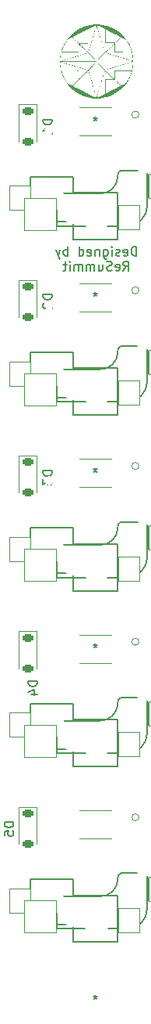
<source format=gbo>
G04 #@! TF.GenerationSoftware,KiCad,Pcbnew,7.0.8*
G04 #@! TF.CreationDate,2023-10-21T22:23:38-07:00*
G04 #@! TF.ProjectId,Seismos_5-Key,53656973-6d6f-4735-9f35-2d4b65792e6b,rev?*
G04 #@! TF.SameCoordinates,Original*
G04 #@! TF.FileFunction,Legend,Bot*
G04 #@! TF.FilePolarity,Positive*
%FSLAX46Y46*%
G04 Gerber Fmt 4.6, Leading zero omitted, Abs format (unit mm)*
G04 Created by KiCad (PCBNEW 7.0.8) date 2023-10-21 22:23:38*
%MOMM*%
%LPD*%
G01*
G04 APERTURE LIST*
G04 Aperture macros list*
%AMRoundRect*
0 Rectangle with rounded corners*
0 $1 Rounding radius*
0 $2 $3 $4 $5 $6 $7 $8 $9 X,Y pos of 4 corners*
0 Add a 4 corners polygon primitive as box body*
4,1,4,$2,$3,$4,$5,$6,$7,$8,$9,$2,$3,0*
0 Add four circle primitives for the rounded corners*
1,1,$1+$1,$2,$3*
1,1,$1+$1,$4,$5*
1,1,$1+$1,$6,$7*
1,1,$1+$1,$8,$9*
0 Add four rect primitives between the rounded corners*
20,1,$1+$1,$2,$3,$4,$5,0*
20,1,$1+$1,$4,$5,$6,$7,0*
20,1,$1+$1,$6,$7,$8,$9,0*
20,1,$1+$1,$8,$9,$2,$3,0*%
G04 Aperture macros list end*
%ADD10C,0.150000*%
%ADD11C,0.120000*%
%ADD12C,2.300000*%
%ADD13C,1.000000*%
%ADD14C,3.000000*%
%ADD15C,4.000000*%
%ADD16R,1.750000X0.812800*%
%ADD17RoundRect,0.063500X-1.150000X-1.300000X1.150000X-1.300000X1.150000X1.300000X-1.150000X1.300000X0*%
%ADD18RoundRect,0.063500X-1.750000X-1.750000X1.750000X-1.750000X1.750000X1.750000X-1.750000X1.750000X0*%
%ADD19RoundRect,0.063500X-1.200000X-1.300000X1.200000X-1.300000X1.200000X1.300000X-1.200000X1.300000X0*%
%ADD20C,3.200000*%
%ADD21RoundRect,0.225000X-0.375000X0.225000X-0.375000X-0.225000X0.375000X-0.225000X0.375000X0.225000X0*%
G04 APERTURE END LIST*
D10*
X51333333Y-51009819D02*
X51333333Y-50009819D01*
X51333333Y-50009819D02*
X51095238Y-50009819D01*
X51095238Y-50009819D02*
X50952381Y-50057438D01*
X50952381Y-50057438D02*
X50857143Y-50152676D01*
X50857143Y-50152676D02*
X50809524Y-50247914D01*
X50809524Y-50247914D02*
X50761905Y-50438390D01*
X50761905Y-50438390D02*
X50761905Y-50581247D01*
X50761905Y-50581247D02*
X50809524Y-50771723D01*
X50809524Y-50771723D02*
X50857143Y-50866961D01*
X50857143Y-50866961D02*
X50952381Y-50962200D01*
X50952381Y-50962200D02*
X51095238Y-51009819D01*
X51095238Y-51009819D02*
X51333333Y-51009819D01*
X49952381Y-50962200D02*
X50047619Y-51009819D01*
X50047619Y-51009819D02*
X50238095Y-51009819D01*
X50238095Y-51009819D02*
X50333333Y-50962200D01*
X50333333Y-50962200D02*
X50380952Y-50866961D01*
X50380952Y-50866961D02*
X50380952Y-50486009D01*
X50380952Y-50486009D02*
X50333333Y-50390771D01*
X50333333Y-50390771D02*
X50238095Y-50343152D01*
X50238095Y-50343152D02*
X50047619Y-50343152D01*
X50047619Y-50343152D02*
X49952381Y-50390771D01*
X49952381Y-50390771D02*
X49904762Y-50486009D01*
X49904762Y-50486009D02*
X49904762Y-50581247D01*
X49904762Y-50581247D02*
X50380952Y-50676485D01*
X49523809Y-50962200D02*
X49428571Y-51009819D01*
X49428571Y-51009819D02*
X49238095Y-51009819D01*
X49238095Y-51009819D02*
X49142857Y-50962200D01*
X49142857Y-50962200D02*
X49095238Y-50866961D01*
X49095238Y-50866961D02*
X49095238Y-50819342D01*
X49095238Y-50819342D02*
X49142857Y-50724104D01*
X49142857Y-50724104D02*
X49238095Y-50676485D01*
X49238095Y-50676485D02*
X49380952Y-50676485D01*
X49380952Y-50676485D02*
X49476190Y-50628866D01*
X49476190Y-50628866D02*
X49523809Y-50533628D01*
X49523809Y-50533628D02*
X49523809Y-50486009D01*
X49523809Y-50486009D02*
X49476190Y-50390771D01*
X49476190Y-50390771D02*
X49380952Y-50343152D01*
X49380952Y-50343152D02*
X49238095Y-50343152D01*
X49238095Y-50343152D02*
X49142857Y-50390771D01*
X48666666Y-51009819D02*
X48666666Y-50343152D01*
X48666666Y-50009819D02*
X48714285Y-50057438D01*
X48714285Y-50057438D02*
X48666666Y-50105057D01*
X48666666Y-50105057D02*
X48619047Y-50057438D01*
X48619047Y-50057438D02*
X48666666Y-50009819D01*
X48666666Y-50009819D02*
X48666666Y-50105057D01*
X47761905Y-50343152D02*
X47761905Y-51152676D01*
X47761905Y-51152676D02*
X47809524Y-51247914D01*
X47809524Y-51247914D02*
X47857143Y-51295533D01*
X47857143Y-51295533D02*
X47952381Y-51343152D01*
X47952381Y-51343152D02*
X48095238Y-51343152D01*
X48095238Y-51343152D02*
X48190476Y-51295533D01*
X47761905Y-50962200D02*
X47857143Y-51009819D01*
X47857143Y-51009819D02*
X48047619Y-51009819D01*
X48047619Y-51009819D02*
X48142857Y-50962200D01*
X48142857Y-50962200D02*
X48190476Y-50914580D01*
X48190476Y-50914580D02*
X48238095Y-50819342D01*
X48238095Y-50819342D02*
X48238095Y-50533628D01*
X48238095Y-50533628D02*
X48190476Y-50438390D01*
X48190476Y-50438390D02*
X48142857Y-50390771D01*
X48142857Y-50390771D02*
X48047619Y-50343152D01*
X48047619Y-50343152D02*
X47857143Y-50343152D01*
X47857143Y-50343152D02*
X47761905Y-50390771D01*
X47285714Y-50343152D02*
X47285714Y-51009819D01*
X47285714Y-50438390D02*
X47238095Y-50390771D01*
X47238095Y-50390771D02*
X47142857Y-50343152D01*
X47142857Y-50343152D02*
X47000000Y-50343152D01*
X47000000Y-50343152D02*
X46904762Y-50390771D01*
X46904762Y-50390771D02*
X46857143Y-50486009D01*
X46857143Y-50486009D02*
X46857143Y-51009819D01*
X46000000Y-50962200D02*
X46095238Y-51009819D01*
X46095238Y-51009819D02*
X46285714Y-51009819D01*
X46285714Y-51009819D02*
X46380952Y-50962200D01*
X46380952Y-50962200D02*
X46428571Y-50866961D01*
X46428571Y-50866961D02*
X46428571Y-50486009D01*
X46428571Y-50486009D02*
X46380952Y-50390771D01*
X46380952Y-50390771D02*
X46285714Y-50343152D01*
X46285714Y-50343152D02*
X46095238Y-50343152D01*
X46095238Y-50343152D02*
X46000000Y-50390771D01*
X46000000Y-50390771D02*
X45952381Y-50486009D01*
X45952381Y-50486009D02*
X45952381Y-50581247D01*
X45952381Y-50581247D02*
X46428571Y-50676485D01*
X45095238Y-51009819D02*
X45095238Y-50009819D01*
X45095238Y-50962200D02*
X45190476Y-51009819D01*
X45190476Y-51009819D02*
X45380952Y-51009819D01*
X45380952Y-51009819D02*
X45476190Y-50962200D01*
X45476190Y-50962200D02*
X45523809Y-50914580D01*
X45523809Y-50914580D02*
X45571428Y-50819342D01*
X45571428Y-50819342D02*
X45571428Y-50533628D01*
X45571428Y-50533628D02*
X45523809Y-50438390D01*
X45523809Y-50438390D02*
X45476190Y-50390771D01*
X45476190Y-50390771D02*
X45380952Y-50343152D01*
X45380952Y-50343152D02*
X45190476Y-50343152D01*
X45190476Y-50343152D02*
X45095238Y-50390771D01*
X43857142Y-51009819D02*
X43857142Y-50009819D01*
X43857142Y-50390771D02*
X43761904Y-50343152D01*
X43761904Y-50343152D02*
X43571428Y-50343152D01*
X43571428Y-50343152D02*
X43476190Y-50390771D01*
X43476190Y-50390771D02*
X43428571Y-50438390D01*
X43428571Y-50438390D02*
X43380952Y-50533628D01*
X43380952Y-50533628D02*
X43380952Y-50819342D01*
X43380952Y-50819342D02*
X43428571Y-50914580D01*
X43428571Y-50914580D02*
X43476190Y-50962200D01*
X43476190Y-50962200D02*
X43571428Y-51009819D01*
X43571428Y-51009819D02*
X43761904Y-51009819D01*
X43761904Y-51009819D02*
X43857142Y-50962200D01*
X43047618Y-50343152D02*
X42809523Y-51009819D01*
X42571428Y-50343152D02*
X42809523Y-51009819D01*
X42809523Y-51009819D02*
X42904761Y-51247914D01*
X42904761Y-51247914D02*
X42952380Y-51295533D01*
X42952380Y-51295533D02*
X43047618Y-51343152D01*
X49904761Y-52619819D02*
X50238094Y-52143628D01*
X50476189Y-52619819D02*
X50476189Y-51619819D01*
X50476189Y-51619819D02*
X50095237Y-51619819D01*
X50095237Y-51619819D02*
X49999999Y-51667438D01*
X49999999Y-51667438D02*
X49952380Y-51715057D01*
X49952380Y-51715057D02*
X49904761Y-51810295D01*
X49904761Y-51810295D02*
X49904761Y-51953152D01*
X49904761Y-51953152D02*
X49952380Y-52048390D01*
X49952380Y-52048390D02*
X49999999Y-52096009D01*
X49999999Y-52096009D02*
X50095237Y-52143628D01*
X50095237Y-52143628D02*
X50476189Y-52143628D01*
X49095237Y-52572200D02*
X49190475Y-52619819D01*
X49190475Y-52619819D02*
X49380951Y-52619819D01*
X49380951Y-52619819D02*
X49476189Y-52572200D01*
X49476189Y-52572200D02*
X49523808Y-52476961D01*
X49523808Y-52476961D02*
X49523808Y-52096009D01*
X49523808Y-52096009D02*
X49476189Y-52000771D01*
X49476189Y-52000771D02*
X49380951Y-51953152D01*
X49380951Y-51953152D02*
X49190475Y-51953152D01*
X49190475Y-51953152D02*
X49095237Y-52000771D01*
X49095237Y-52000771D02*
X49047618Y-52096009D01*
X49047618Y-52096009D02*
X49047618Y-52191247D01*
X49047618Y-52191247D02*
X49523808Y-52286485D01*
X48666665Y-52572200D02*
X48523808Y-52619819D01*
X48523808Y-52619819D02*
X48285713Y-52619819D01*
X48285713Y-52619819D02*
X48190475Y-52572200D01*
X48190475Y-52572200D02*
X48142856Y-52524580D01*
X48142856Y-52524580D02*
X48095237Y-52429342D01*
X48095237Y-52429342D02*
X48095237Y-52334104D01*
X48095237Y-52334104D02*
X48142856Y-52238866D01*
X48142856Y-52238866D02*
X48190475Y-52191247D01*
X48190475Y-52191247D02*
X48285713Y-52143628D01*
X48285713Y-52143628D02*
X48476189Y-52096009D01*
X48476189Y-52096009D02*
X48571427Y-52048390D01*
X48571427Y-52048390D02*
X48619046Y-52000771D01*
X48619046Y-52000771D02*
X48666665Y-51905533D01*
X48666665Y-51905533D02*
X48666665Y-51810295D01*
X48666665Y-51810295D02*
X48619046Y-51715057D01*
X48619046Y-51715057D02*
X48571427Y-51667438D01*
X48571427Y-51667438D02*
X48476189Y-51619819D01*
X48476189Y-51619819D02*
X48238094Y-51619819D01*
X48238094Y-51619819D02*
X48095237Y-51667438D01*
X47238094Y-51953152D02*
X47238094Y-52619819D01*
X47666665Y-51953152D02*
X47666665Y-52476961D01*
X47666665Y-52476961D02*
X47619046Y-52572200D01*
X47619046Y-52572200D02*
X47523808Y-52619819D01*
X47523808Y-52619819D02*
X47380951Y-52619819D01*
X47380951Y-52619819D02*
X47285713Y-52572200D01*
X47285713Y-52572200D02*
X47238094Y-52524580D01*
X46761903Y-52619819D02*
X46761903Y-51953152D01*
X46761903Y-52048390D02*
X46714284Y-52000771D01*
X46714284Y-52000771D02*
X46619046Y-51953152D01*
X46619046Y-51953152D02*
X46476189Y-51953152D01*
X46476189Y-51953152D02*
X46380951Y-52000771D01*
X46380951Y-52000771D02*
X46333332Y-52096009D01*
X46333332Y-52096009D02*
X46333332Y-52619819D01*
X46333332Y-52096009D02*
X46285713Y-52000771D01*
X46285713Y-52000771D02*
X46190475Y-51953152D01*
X46190475Y-51953152D02*
X46047618Y-51953152D01*
X46047618Y-51953152D02*
X45952379Y-52000771D01*
X45952379Y-52000771D02*
X45904760Y-52096009D01*
X45904760Y-52096009D02*
X45904760Y-52619819D01*
X45428570Y-52619819D02*
X45428570Y-51953152D01*
X45428570Y-52048390D02*
X45380951Y-52000771D01*
X45380951Y-52000771D02*
X45285713Y-51953152D01*
X45285713Y-51953152D02*
X45142856Y-51953152D01*
X45142856Y-51953152D02*
X45047618Y-52000771D01*
X45047618Y-52000771D02*
X44999999Y-52096009D01*
X44999999Y-52096009D02*
X44999999Y-52619819D01*
X44999999Y-52096009D02*
X44952380Y-52000771D01*
X44952380Y-52000771D02*
X44857142Y-51953152D01*
X44857142Y-51953152D02*
X44714285Y-51953152D01*
X44714285Y-51953152D02*
X44619046Y-52000771D01*
X44619046Y-52000771D02*
X44571427Y-52096009D01*
X44571427Y-52096009D02*
X44571427Y-52619819D01*
X44095237Y-52619819D02*
X44095237Y-51953152D01*
X44095237Y-51619819D02*
X44142856Y-51667438D01*
X44142856Y-51667438D02*
X44095237Y-51715057D01*
X44095237Y-51715057D02*
X44047618Y-51667438D01*
X44047618Y-51667438D02*
X44095237Y-51619819D01*
X44095237Y-51619819D02*
X44095237Y-51715057D01*
X43761904Y-51953152D02*
X43380952Y-51953152D01*
X43619047Y-51619819D02*
X43619047Y-52476961D01*
X43619047Y-52476961D02*
X43571428Y-52572200D01*
X43571428Y-52572200D02*
X43476190Y-52619819D01*
X43476190Y-52619819D02*
X43380952Y-52619819D01*
X46849999Y-54959019D02*
X46849999Y-55197114D01*
X47088094Y-55101876D02*
X46849999Y-55197114D01*
X46849999Y-55197114D02*
X46611904Y-55101876D01*
X46992856Y-55387590D02*
X46849999Y-55197114D01*
X46849999Y-55197114D02*
X46707142Y-55387590D01*
X46849999Y-35959019D02*
X46849999Y-36197114D01*
X47088094Y-36101876D02*
X46849999Y-36197114D01*
X46849999Y-36197114D02*
X46611904Y-36101876D01*
X46992856Y-36387590D02*
X46849999Y-36197114D01*
X46849999Y-36197114D02*
X46707142Y-36387590D01*
X46849999Y-73959019D02*
X46849999Y-74197114D01*
X47088094Y-74101876D02*
X46849999Y-74197114D01*
X46849999Y-74197114D02*
X46611904Y-74101876D01*
X46992856Y-74387590D02*
X46849999Y-74197114D01*
X46849999Y-74197114D02*
X46707142Y-74387590D01*
X46849999Y-92959019D02*
X46849999Y-93197114D01*
X47088094Y-93101876D02*
X46849999Y-93197114D01*
X46849999Y-93197114D02*
X46611904Y-93101876D01*
X46992856Y-93387590D02*
X46849999Y-93197114D01*
X46849999Y-93197114D02*
X46707142Y-93387590D01*
X46849999Y-130959019D02*
X46849999Y-131197114D01*
X47088094Y-131101876D02*
X46849999Y-131197114D01*
X46849999Y-131197114D02*
X46611904Y-131101876D01*
X46992856Y-131387590D02*
X46849999Y-131197114D01*
X46849999Y-131197114D02*
X46707142Y-131387590D01*
X42154819Y-55181905D02*
X41154819Y-55181905D01*
X41154819Y-55181905D02*
X41154819Y-55420000D01*
X41154819Y-55420000D02*
X41202438Y-55562857D01*
X41202438Y-55562857D02*
X41297676Y-55658095D01*
X41297676Y-55658095D02*
X41392914Y-55705714D01*
X41392914Y-55705714D02*
X41583390Y-55753333D01*
X41583390Y-55753333D02*
X41726247Y-55753333D01*
X41726247Y-55753333D02*
X41916723Y-55705714D01*
X41916723Y-55705714D02*
X42011961Y-55658095D01*
X42011961Y-55658095D02*
X42107200Y-55562857D01*
X42107200Y-55562857D02*
X42154819Y-55420000D01*
X42154819Y-55420000D02*
X42154819Y-55181905D01*
X41250057Y-56134286D02*
X41202438Y-56181905D01*
X41202438Y-56181905D02*
X41154819Y-56277143D01*
X41154819Y-56277143D02*
X41154819Y-56515238D01*
X41154819Y-56515238D02*
X41202438Y-56610476D01*
X41202438Y-56610476D02*
X41250057Y-56658095D01*
X41250057Y-56658095D02*
X41345295Y-56705714D01*
X41345295Y-56705714D02*
X41440533Y-56705714D01*
X41440533Y-56705714D02*
X41583390Y-56658095D01*
X41583390Y-56658095D02*
X42154819Y-56086667D01*
X42154819Y-56086667D02*
X42154819Y-56705714D01*
X40554819Y-97011905D02*
X39554819Y-97011905D01*
X39554819Y-97011905D02*
X39554819Y-97250000D01*
X39554819Y-97250000D02*
X39602438Y-97392857D01*
X39602438Y-97392857D02*
X39697676Y-97488095D01*
X39697676Y-97488095D02*
X39792914Y-97535714D01*
X39792914Y-97535714D02*
X39983390Y-97583333D01*
X39983390Y-97583333D02*
X40126247Y-97583333D01*
X40126247Y-97583333D02*
X40316723Y-97535714D01*
X40316723Y-97535714D02*
X40411961Y-97488095D01*
X40411961Y-97488095D02*
X40507200Y-97392857D01*
X40507200Y-97392857D02*
X40554819Y-97250000D01*
X40554819Y-97250000D02*
X40554819Y-97011905D01*
X39888152Y-98440476D02*
X40554819Y-98440476D01*
X39507200Y-98202381D02*
X40221485Y-97964286D01*
X40221485Y-97964286D02*
X40221485Y-98583333D01*
X42144819Y-36281905D02*
X41144819Y-36281905D01*
X41144819Y-36281905D02*
X41144819Y-36520000D01*
X41144819Y-36520000D02*
X41192438Y-36662857D01*
X41192438Y-36662857D02*
X41287676Y-36758095D01*
X41287676Y-36758095D02*
X41382914Y-36805714D01*
X41382914Y-36805714D02*
X41573390Y-36853333D01*
X41573390Y-36853333D02*
X41716247Y-36853333D01*
X41716247Y-36853333D02*
X41906723Y-36805714D01*
X41906723Y-36805714D02*
X42001961Y-36758095D01*
X42001961Y-36758095D02*
X42097200Y-36662857D01*
X42097200Y-36662857D02*
X42144819Y-36520000D01*
X42144819Y-36520000D02*
X42144819Y-36281905D01*
X42144819Y-37805714D02*
X42144819Y-37234286D01*
X42144819Y-37520000D02*
X41144819Y-37520000D01*
X41144819Y-37520000D02*
X41287676Y-37424762D01*
X41287676Y-37424762D02*
X41382914Y-37329524D01*
X41382914Y-37329524D02*
X41430533Y-37234286D01*
X37954819Y-112261905D02*
X36954819Y-112261905D01*
X36954819Y-112261905D02*
X36954819Y-112500000D01*
X36954819Y-112500000D02*
X37002438Y-112642857D01*
X37002438Y-112642857D02*
X37097676Y-112738095D01*
X37097676Y-112738095D02*
X37192914Y-112785714D01*
X37192914Y-112785714D02*
X37383390Y-112833333D01*
X37383390Y-112833333D02*
X37526247Y-112833333D01*
X37526247Y-112833333D02*
X37716723Y-112785714D01*
X37716723Y-112785714D02*
X37811961Y-112738095D01*
X37811961Y-112738095D02*
X37907200Y-112642857D01*
X37907200Y-112642857D02*
X37954819Y-112500000D01*
X37954819Y-112500000D02*
X37954819Y-112261905D01*
X36954819Y-113738095D02*
X36954819Y-113261905D01*
X36954819Y-113261905D02*
X37431009Y-113214286D01*
X37431009Y-113214286D02*
X37383390Y-113261905D01*
X37383390Y-113261905D02*
X37335771Y-113357143D01*
X37335771Y-113357143D02*
X37335771Y-113595238D01*
X37335771Y-113595238D02*
X37383390Y-113690476D01*
X37383390Y-113690476D02*
X37431009Y-113738095D01*
X37431009Y-113738095D02*
X37526247Y-113785714D01*
X37526247Y-113785714D02*
X37764342Y-113785714D01*
X37764342Y-113785714D02*
X37859580Y-113738095D01*
X37859580Y-113738095D02*
X37907200Y-113690476D01*
X37907200Y-113690476D02*
X37954819Y-113595238D01*
X37954819Y-113595238D02*
X37954819Y-113357143D01*
X37954819Y-113357143D02*
X37907200Y-113261905D01*
X37907200Y-113261905D02*
X37859580Y-113214286D01*
X42154819Y-74281905D02*
X41154819Y-74281905D01*
X41154819Y-74281905D02*
X41154819Y-74520000D01*
X41154819Y-74520000D02*
X41202438Y-74662857D01*
X41202438Y-74662857D02*
X41297676Y-74758095D01*
X41297676Y-74758095D02*
X41392914Y-74805714D01*
X41392914Y-74805714D02*
X41583390Y-74853333D01*
X41583390Y-74853333D02*
X41726247Y-74853333D01*
X41726247Y-74853333D02*
X41916723Y-74805714D01*
X41916723Y-74805714D02*
X42011961Y-74758095D01*
X42011961Y-74758095D02*
X42107200Y-74662857D01*
X42107200Y-74662857D02*
X42154819Y-74520000D01*
X42154819Y-74520000D02*
X42154819Y-74281905D01*
X41154819Y-75186667D02*
X41154819Y-75805714D01*
X41154819Y-75805714D02*
X41535771Y-75472381D01*
X41535771Y-75472381D02*
X41535771Y-75615238D01*
X41535771Y-75615238D02*
X41583390Y-75710476D01*
X41583390Y-75710476D02*
X41631009Y-75758095D01*
X41631009Y-75758095D02*
X41726247Y-75805714D01*
X41726247Y-75805714D02*
X41964342Y-75805714D01*
X41964342Y-75805714D02*
X42059580Y-75758095D01*
X42059580Y-75758095D02*
X42107200Y-75710476D01*
X42107200Y-75710476D02*
X42154819Y-75615238D01*
X42154819Y-75615238D02*
X42154819Y-75329524D01*
X42154819Y-75329524D02*
X42107200Y-75234286D01*
X42107200Y-75234286D02*
X42059580Y-75186667D01*
X39750000Y-61450000D02*
X39750000Y-66350000D01*
X39750000Y-66350000D02*
X44460000Y-66350000D01*
X42700000Y-66800000D02*
X42700000Y-63850000D01*
X43300000Y-63300000D02*
X47300000Y-63300000D01*
X44460000Y-61450000D02*
X39750000Y-61450000D01*
X44460000Y-63175000D02*
X44460000Y-61450000D01*
X44460000Y-66350000D02*
X44460000Y-68250000D01*
X44460000Y-68250000D02*
X49250000Y-68250000D01*
D11*
X45122800Y-57028200D02*
X48577200Y-57028200D01*
X48577200Y-53980200D02*
X45122800Y-53980200D01*
D10*
X49250000Y-63175000D02*
X44460000Y-63175000D01*
X49250000Y-68250000D02*
X49250000Y-63175000D01*
X49300000Y-61500000D02*
X49300000Y-61350000D01*
X49650000Y-60800000D02*
X52500000Y-60800000D01*
X50300000Y-66800000D02*
X42700000Y-66800000D01*
X52500000Y-60800000D02*
X52500000Y-64600000D01*
X43300000Y-63300000D02*
G75*
G03*
X42700000Y-63850000I-25000J-575000D01*
G01*
X47300000Y-63299999D02*
G75*
G03*
X49299998Y-61499999I99998J1900000D01*
G01*
X49650000Y-60800000D02*
G75*
G03*
X49300000Y-61350000I100000J-450000D01*
G01*
X50300000Y-66800000D02*
G75*
G03*
X52500000Y-64600000I0J2200000D01*
G01*
D11*
X51593200Y-54754900D02*
G75*
G03*
X51593200Y-54754900I-381000J0D01*
G01*
D10*
X39750000Y-42450000D02*
X39750000Y-47350000D01*
X39750000Y-47350000D02*
X44460000Y-47350000D01*
X42700000Y-47800000D02*
X42700000Y-44850000D01*
X43300000Y-44300000D02*
X47300000Y-44300000D01*
X44460000Y-42450000D02*
X39750000Y-42450000D01*
X44460000Y-44175000D02*
X44460000Y-42450000D01*
X44460000Y-47350000D02*
X44460000Y-49250000D01*
X44460000Y-49250000D02*
X49250000Y-49250000D01*
D11*
X45122800Y-38028200D02*
X48577200Y-38028200D01*
X48577200Y-34980200D02*
X45122800Y-34980200D01*
D10*
X49250000Y-44175000D02*
X44460000Y-44175000D01*
X49250000Y-49250000D02*
X49250000Y-44175000D01*
X49300000Y-42500000D02*
X49300000Y-42350000D01*
X49650000Y-41800000D02*
X52500000Y-41800000D01*
X50300000Y-47800000D02*
X42700000Y-47800000D01*
X52500000Y-41800000D02*
X52500000Y-45600000D01*
X43300000Y-44300000D02*
G75*
G03*
X42700000Y-44850000I-25000J-575000D01*
G01*
X47300000Y-44299999D02*
G75*
G03*
X49299998Y-42499999I99998J1900000D01*
G01*
X49650000Y-41800000D02*
G75*
G03*
X49300000Y-42350000I100000J-450000D01*
G01*
X50300000Y-47800000D02*
G75*
G03*
X52500000Y-45600000I0J2200000D01*
G01*
D11*
X51593200Y-35754900D02*
G75*
G03*
X51593200Y-35754900I-381000J0D01*
G01*
D10*
X39750000Y-80450000D02*
X39750000Y-85350000D01*
X39750000Y-85350000D02*
X44460000Y-85350000D01*
X42700000Y-85800000D02*
X42700000Y-82850000D01*
X43300000Y-82300000D02*
X47300000Y-82300000D01*
X44460000Y-80450000D02*
X39750000Y-80450000D01*
X44460000Y-82175000D02*
X44460000Y-80450000D01*
X44460000Y-85350000D02*
X44460000Y-87250000D01*
X44460000Y-87250000D02*
X49250000Y-87250000D01*
D11*
X45122800Y-76028200D02*
X48577200Y-76028200D01*
X48577200Y-72980200D02*
X45122800Y-72980200D01*
D10*
X49250000Y-82175000D02*
X44460000Y-82175000D01*
X49250000Y-87250000D02*
X49250000Y-82175000D01*
X49300000Y-80500000D02*
X49300000Y-80350000D01*
X49650000Y-79800000D02*
X52500000Y-79800000D01*
X50300000Y-85800000D02*
X42700000Y-85800000D01*
X52500000Y-79800000D02*
X52500000Y-83600000D01*
X43300000Y-82300000D02*
G75*
G03*
X42700000Y-82850000I-25000J-575000D01*
G01*
X47300000Y-82299999D02*
G75*
G03*
X49299998Y-80499999I99998J1900000D01*
G01*
X49650000Y-79800000D02*
G75*
G03*
X49300000Y-80350000I100000J-450000D01*
G01*
X50300000Y-85800000D02*
G75*
G03*
X52500000Y-83600000I0J2200000D01*
G01*
D11*
X51593200Y-73754900D02*
G75*
G03*
X51593200Y-73754900I-381000J0D01*
G01*
D10*
X39750000Y-99450000D02*
X39750000Y-104350000D01*
X39750000Y-104350000D02*
X44460000Y-104350000D01*
X42700000Y-104800000D02*
X42700000Y-101850000D01*
X43300000Y-101300000D02*
X47300000Y-101300000D01*
X44460000Y-99450000D02*
X39750000Y-99450000D01*
X44460000Y-101175000D02*
X44460000Y-99450000D01*
X44460000Y-104350000D02*
X44460000Y-106250000D01*
X44460000Y-106250000D02*
X49250000Y-106250000D01*
D11*
X45122800Y-95028200D02*
X48577200Y-95028200D01*
X48577200Y-91980200D02*
X45122800Y-91980200D01*
D10*
X49250000Y-101175000D02*
X44460000Y-101175000D01*
X49250000Y-106250000D02*
X49250000Y-101175000D01*
X49300000Y-99500000D02*
X49300000Y-99350000D01*
X49650000Y-98800000D02*
X52500000Y-98800000D01*
X50300000Y-104800000D02*
X42700000Y-104800000D01*
X52500000Y-98800000D02*
X52500000Y-102600000D01*
X43300000Y-101300000D02*
G75*
G03*
X42700000Y-101850000I-25000J-575000D01*
G01*
X47300000Y-101299999D02*
G75*
G03*
X49299998Y-99499999I99998J1900000D01*
G01*
X49650000Y-98800000D02*
G75*
G03*
X49300000Y-99350000I100000J-450000D01*
G01*
X50300000Y-104800000D02*
G75*
G03*
X52500000Y-102600000I0J2200000D01*
G01*
D11*
X51593200Y-92754900D02*
G75*
G03*
X51593200Y-92754900I-381000J0D01*
G01*
D10*
X39750000Y-118450000D02*
X39750000Y-123350000D01*
X39750000Y-123350000D02*
X44460000Y-123350000D01*
X42700000Y-123800000D02*
X42700000Y-120850000D01*
X43300000Y-120300000D02*
X47300000Y-120300000D01*
X44460000Y-118450000D02*
X39750000Y-118450000D01*
X44460000Y-120175000D02*
X44460000Y-118450000D01*
X44460000Y-123350000D02*
X44460000Y-125250000D01*
X44460000Y-125250000D02*
X49250000Y-125250000D01*
D11*
X45122800Y-114028200D02*
X48577200Y-114028200D01*
X48577200Y-110980200D02*
X45122800Y-110980200D01*
D10*
X49250000Y-120175000D02*
X44460000Y-120175000D01*
X49250000Y-125250000D02*
X49250000Y-120175000D01*
X49300000Y-118500000D02*
X49300000Y-118350000D01*
X49650000Y-117800000D02*
X52500000Y-117800000D01*
X50300000Y-123800000D02*
X42700000Y-123800000D01*
X52500000Y-117800000D02*
X52500000Y-121600000D01*
X43300000Y-120300000D02*
G75*
G03*
X42700000Y-120850000I-25000J-575000D01*
G01*
X47300000Y-120299998D02*
G75*
G03*
X49299998Y-118499999I100000J1899998D01*
G01*
X49650000Y-117800000D02*
G75*
G03*
X49300000Y-118350000I100000J-450000D01*
G01*
X50300000Y-123800000D02*
G75*
G03*
X52500000Y-121600000I0J2200000D01*
G01*
D11*
X51593200Y-111754900D02*
G75*
G03*
X51593200Y-111754900I-381000J0D01*
G01*
X40500000Y-53640000D02*
X40500000Y-57650000D01*
X38500000Y-53640000D02*
X40500000Y-53640000D01*
X38500000Y-53640000D02*
X38500000Y-57650000D01*
X40500000Y-91640000D02*
X40500000Y-95650000D01*
X38500000Y-91640000D02*
X40500000Y-91640000D01*
X38500000Y-91640000D02*
X38500000Y-95650000D01*
X40500000Y-34640000D02*
X40500000Y-38650000D01*
X38500000Y-34640000D02*
X40500000Y-34640000D01*
X38500000Y-34640000D02*
X38500000Y-38650000D01*
X40500000Y-110640000D02*
X40500000Y-114650000D01*
X38500000Y-110640000D02*
X40500000Y-110640000D01*
X38500000Y-110640000D02*
X38500000Y-114650000D01*
G36*
X50673230Y-28632308D02*
G01*
X50665415Y-28640124D01*
X50657600Y-28632308D01*
X50665415Y-28624493D01*
X50673230Y-28632308D01*
G37*
G36*
X50376246Y-31961662D02*
G01*
X50368430Y-31969477D01*
X50360615Y-31961662D01*
X50368430Y-31953847D01*
X50376246Y-31961662D01*
G37*
G36*
X50298092Y-27913293D02*
G01*
X50290276Y-27921108D01*
X50282461Y-27913293D01*
X50290276Y-27905477D01*
X50298092Y-27913293D01*
G37*
G36*
X50173046Y-27991447D02*
G01*
X50165230Y-27999262D01*
X50157415Y-27991447D01*
X50165230Y-27983631D01*
X50173046Y-27991447D01*
G37*
G36*
X50048000Y-32227385D02*
G01*
X50040184Y-32235200D01*
X50032369Y-32227385D01*
X50040184Y-32219570D01*
X50048000Y-32227385D01*
G37*
G36*
X50048000Y-27694462D02*
G01*
X50040184Y-27702277D01*
X50032369Y-27694462D01*
X50040184Y-27686647D01*
X50048000Y-27694462D01*
G37*
G36*
X49829169Y-27647570D02*
G01*
X49821353Y-27655385D01*
X49813538Y-27647570D01*
X49821353Y-27639754D01*
X49829169Y-27647570D01*
G37*
G36*
X49235200Y-27944554D02*
G01*
X49227384Y-27952370D01*
X49219569Y-27944554D01*
X49227384Y-27936739D01*
X49235200Y-27944554D01*
G37*
G36*
X49235200Y-27225539D02*
G01*
X49227384Y-27233354D01*
X49219569Y-27225539D01*
X49227384Y-27217724D01*
X49235200Y-27225539D01*
G37*
G36*
X49141415Y-27772616D02*
G01*
X49133600Y-27780431D01*
X49125784Y-27772616D01*
X49133600Y-27764800D01*
X49141415Y-27772616D01*
G37*
G36*
X49094523Y-32258647D02*
G01*
X49086707Y-32266462D01*
X49078892Y-32258647D01*
X49086707Y-32250831D01*
X49094523Y-32258647D01*
G37*
G36*
X49016369Y-27819508D02*
G01*
X49008553Y-27827324D01*
X49000738Y-27819508D01*
X49008553Y-27811693D01*
X49016369Y-27819508D01*
G37*
G36*
X48547446Y-26881662D02*
G01*
X48539630Y-26889477D01*
X48531815Y-26881662D01*
X48539630Y-26873847D01*
X48547446Y-26881662D01*
G37*
G36*
X45984000Y-33212124D02*
G01*
X45976184Y-33219939D01*
X45968369Y-33212124D01*
X45976184Y-33204308D01*
X45984000Y-33212124D01*
G37*
G36*
X45812061Y-26959816D02*
G01*
X45804246Y-26967631D01*
X45796430Y-26959816D01*
X45804246Y-26952000D01*
X45812061Y-26959816D01*
G37*
G36*
X45733907Y-27006708D02*
G01*
X45726092Y-27014524D01*
X45718276Y-27006708D01*
X45726092Y-26998893D01*
X45733907Y-27006708D01*
G37*
G36*
X45468184Y-33071447D02*
G01*
X45460369Y-33079262D01*
X45452553Y-33071447D01*
X45460369Y-33063631D01*
X45468184Y-33071447D01*
G37*
G36*
X45218092Y-32133600D02*
G01*
X45210276Y-32141416D01*
X45202461Y-32133600D01*
X45210276Y-32125785D01*
X45218092Y-32133600D01*
G37*
G36*
X45124307Y-27819508D02*
G01*
X45116492Y-27827324D01*
X45108676Y-27819508D01*
X45116492Y-27811693D01*
X45124307Y-27819508D01*
G37*
G36*
X45124307Y-27303693D02*
G01*
X45116492Y-27311508D01*
X45108676Y-27303693D01*
X45116492Y-27295877D01*
X45124307Y-27303693D01*
G37*
G36*
X45046153Y-27350585D02*
G01*
X45038338Y-27358400D01*
X45030523Y-27350585D01*
X45038338Y-27342770D01*
X45046153Y-27350585D01*
G37*
G36*
X44655384Y-27819508D02*
G01*
X44647569Y-27827324D01*
X44639753Y-27819508D01*
X44647569Y-27811693D01*
X44655384Y-27819508D01*
G37*
G36*
X44405292Y-27569416D02*
G01*
X44397476Y-27577231D01*
X44389661Y-27569416D01*
X44397476Y-27561600D01*
X44405292Y-27569416D01*
G37*
G36*
X44358400Y-27522524D02*
G01*
X44350584Y-27530339D01*
X44342769Y-27522524D01*
X44350584Y-27514708D01*
X44358400Y-27522524D01*
G37*
G36*
X44061415Y-32305539D02*
G01*
X44053600Y-32313354D01*
X44045784Y-32305539D01*
X44053600Y-32297724D01*
X44061415Y-32305539D01*
G37*
G36*
X44014523Y-32227385D02*
G01*
X44006707Y-32235200D01*
X43998892Y-32227385D01*
X44006707Y-32219570D01*
X44014523Y-32227385D01*
G37*
G36*
X43889476Y-27647570D02*
G01*
X43881661Y-27655385D01*
X43873846Y-27647570D01*
X43881661Y-27639754D01*
X43889476Y-27647570D01*
G37*
G36*
X43670646Y-28210277D02*
G01*
X43662830Y-28218093D01*
X43655015Y-28210277D01*
X43662830Y-28202462D01*
X43670646Y-28210277D01*
G37*
G36*
X43420553Y-31320800D02*
G01*
X43412738Y-31328616D01*
X43404923Y-31320800D01*
X43412738Y-31312985D01*
X43420553Y-31320800D01*
G37*
G36*
X43420553Y-28632308D02*
G01*
X43412738Y-28640124D01*
X43404923Y-28632308D01*
X43412738Y-28624493D01*
X43420553Y-28632308D01*
G37*
G36*
X43373661Y-31195754D02*
G01*
X43365846Y-31203570D01*
X43358030Y-31195754D01*
X43365846Y-31187939D01*
X43373661Y-31195754D01*
G37*
G36*
X50683651Y-31318195D02*
G01*
X50686096Y-31322897D01*
X50673230Y-31328616D01*
X50664955Y-31327488D01*
X50662810Y-31318195D01*
X50665101Y-31316325D01*
X50683651Y-31318195D01*
G37*
G36*
X50511712Y-31662072D02*
G01*
X50514158Y-31666774D01*
X50501292Y-31672493D01*
X50493017Y-31671365D01*
X50490871Y-31662072D01*
X50493162Y-31660202D01*
X50511712Y-31662072D01*
G37*
G36*
X50386666Y-28676595D02*
G01*
X50389112Y-28681297D01*
X50376246Y-28687016D01*
X50367971Y-28685888D01*
X50365825Y-28676595D01*
X50368116Y-28674725D01*
X50386666Y-28676595D01*
G37*
G36*
X50214728Y-27816903D02*
G01*
X50217173Y-27821604D01*
X50204307Y-27827324D01*
X50196032Y-27826195D01*
X50193887Y-27816903D01*
X50196178Y-27815032D01*
X50214728Y-27816903D01*
G37*
G36*
X49438400Y-32563447D02*
G01*
X49437272Y-32571721D01*
X49427979Y-32573867D01*
X49426108Y-32571576D01*
X49427979Y-32553026D01*
X49432681Y-32550581D01*
X49438400Y-32563447D01*
G37*
G36*
X49229989Y-32474872D02*
G01*
X49232435Y-32479574D01*
X49219569Y-32485293D01*
X49211294Y-32484165D01*
X49209148Y-32474872D01*
X49211439Y-32473002D01*
X49229989Y-32474872D01*
G37*
G36*
X49016369Y-32438400D02*
G01*
X49015241Y-32446675D01*
X49005948Y-32448821D01*
X49004078Y-32446530D01*
X49005948Y-32427980D01*
X49010650Y-32425535D01*
X49016369Y-32438400D01*
G37*
G36*
X48933005Y-32052841D02*
G01*
X48935450Y-32057543D01*
X48922584Y-32063262D01*
X48914309Y-32062134D01*
X48912164Y-32052841D01*
X48914455Y-32050971D01*
X48933005Y-32052841D01*
G37*
G36*
X48672492Y-32094524D02*
G01*
X48671364Y-32102798D01*
X48662071Y-32104944D01*
X48660201Y-32102653D01*
X48662071Y-32084103D01*
X48666773Y-32081658D01*
X48672492Y-32094524D01*
G37*
G36*
X45296246Y-32907324D02*
G01*
X45295118Y-32915598D01*
X45285825Y-32917744D01*
X45283955Y-32915453D01*
X45285825Y-32896903D01*
X45290527Y-32894458D01*
X45296246Y-32907324D01*
G37*
G36*
X45259774Y-27004103D02*
G01*
X45262219Y-27008804D01*
X45249353Y-27014524D01*
X45241079Y-27013395D01*
X45238933Y-27004103D01*
X45241224Y-27002232D01*
X45259774Y-27004103D01*
G37*
G36*
X44962789Y-28285826D02*
G01*
X44965235Y-28290528D01*
X44952369Y-28296247D01*
X44944094Y-28295119D01*
X44941948Y-28285826D01*
X44944239Y-28283955D01*
X44962789Y-28285826D01*
G37*
G36*
X44921107Y-28890216D02*
G01*
X44919979Y-28898491D01*
X44910687Y-28900636D01*
X44908816Y-28898345D01*
X44910687Y-28879795D01*
X44915388Y-28877350D01*
X44921107Y-28890216D01*
G37*
G36*
X44618912Y-32568657D02*
G01*
X44621358Y-32573358D01*
X44608492Y-32579077D01*
X44600217Y-32577949D01*
X44598071Y-32568657D01*
X44600362Y-32566786D01*
X44618912Y-32568657D01*
G37*
G36*
X44572020Y-27347980D02*
G01*
X44574465Y-27352681D01*
X44561600Y-27358400D01*
X44553325Y-27357272D01*
X44551179Y-27347980D01*
X44553470Y-27346109D01*
X44572020Y-27347980D01*
G37*
G36*
X44530338Y-27780431D02*
G01*
X44529210Y-27788706D01*
X44519918Y-27790852D01*
X44518047Y-27788561D01*
X44519918Y-27770011D01*
X44524619Y-27767565D01*
X44530338Y-27780431D01*
G37*
G36*
X43759220Y-31880903D02*
G01*
X43761665Y-31885604D01*
X43748800Y-31891324D01*
X43740525Y-31890195D01*
X43738379Y-31880903D01*
X43740670Y-31879032D01*
X43759220Y-31880903D01*
G37*
G36*
X43634174Y-28113888D02*
G01*
X43636619Y-28118589D01*
X43623753Y-28124308D01*
X43615479Y-28123180D01*
X43613333Y-28113888D01*
X43615624Y-28112017D01*
X43634174Y-28113888D01*
G37*
G36*
X43587282Y-28160780D02*
G01*
X43589727Y-28165481D01*
X43576861Y-28171200D01*
X43568586Y-28170072D01*
X43566441Y-28160780D01*
X43568732Y-28158909D01*
X43587282Y-28160780D01*
G37*
G36*
X43556020Y-28332718D02*
G01*
X43558465Y-28337420D01*
X43545600Y-28343139D01*
X43537325Y-28342011D01*
X43535179Y-28332718D01*
X43537470Y-28330848D01*
X43556020Y-28332718D01*
G37*
G36*
X43462235Y-28801641D02*
G01*
X43464681Y-28806343D01*
X43451815Y-28812062D01*
X43443540Y-28810934D01*
X43441394Y-28801641D01*
X43443685Y-28799771D01*
X43462235Y-28801641D01*
G37*
G36*
X43462235Y-28551549D02*
G01*
X43464681Y-28556251D01*
X43451815Y-28561970D01*
X43443540Y-28560842D01*
X43441394Y-28551549D01*
X43443685Y-28549678D01*
X43462235Y-28551549D01*
G37*
G36*
X49539842Y-32391253D02*
G01*
X49541390Y-32399448D01*
X49525291Y-32407139D01*
X49517399Y-32406833D01*
X49501614Y-32399450D01*
X49515473Y-32384360D01*
X49521109Y-32382236D01*
X49539842Y-32391253D01*
G37*
G36*
X49321011Y-32688238D02*
G01*
X49322559Y-32696433D01*
X49306461Y-32704124D01*
X49298569Y-32703818D01*
X49282783Y-32696434D01*
X49296643Y-32681345D01*
X49302279Y-32679221D01*
X49321011Y-32688238D01*
G37*
G36*
X50254936Y-27843408D02*
G01*
X50266830Y-27858585D01*
X50266376Y-27862321D01*
X50251200Y-27874216D01*
X50247463Y-27873762D01*
X50235569Y-27858585D01*
X50236023Y-27854849D01*
X50251200Y-27842954D01*
X50254936Y-27843408D01*
G37*
G36*
X50161030Y-27765401D02*
G01*
X50173046Y-27780431D01*
X50172867Y-27783969D01*
X50166153Y-27796062D01*
X50163645Y-27795343D01*
X50149600Y-27780431D01*
X50147157Y-27774376D01*
X50156492Y-27764800D01*
X50161030Y-27765401D01*
G37*
G36*
X49864166Y-27546424D02*
G01*
X49876061Y-27561600D01*
X49875607Y-27565337D01*
X49860430Y-27577231D01*
X49856694Y-27576777D01*
X49844800Y-27561600D01*
X49845254Y-27557864D01*
X49860430Y-27545970D01*
X49864166Y-27546424D01*
G37*
G36*
X49739120Y-27468270D02*
G01*
X49751015Y-27483447D01*
X49750561Y-27487183D01*
X49735384Y-27499077D01*
X49731648Y-27498623D01*
X49719753Y-27483447D01*
X49720208Y-27479710D01*
X49735384Y-27467816D01*
X49739120Y-27468270D01*
G37*
G36*
X49432169Y-32329704D02*
G01*
X49446215Y-32344616D01*
X49448657Y-32350671D01*
X49439322Y-32360247D01*
X49434785Y-32359646D01*
X49422769Y-32344616D01*
X49422948Y-32341078D01*
X49429662Y-32328985D01*
X49432169Y-32329704D01*
G37*
G36*
X49260231Y-32032720D02*
G01*
X49274276Y-32047631D01*
X49276719Y-32053686D01*
X49267384Y-32063262D01*
X49262847Y-32062661D01*
X49250830Y-32047631D01*
X49251010Y-32044094D01*
X49257723Y-32032000D01*
X49260231Y-32032720D01*
G37*
G36*
X49223305Y-31907408D02*
G01*
X49235200Y-31922585D01*
X49234745Y-31926321D01*
X49219569Y-31938216D01*
X49215833Y-31937762D01*
X49203938Y-31922585D01*
X49204392Y-31918849D01*
X49219569Y-31906954D01*
X49223305Y-31907408D01*
G37*
G36*
X49098259Y-27202547D02*
G01*
X49110153Y-27217724D01*
X49109699Y-27221460D01*
X49094523Y-27233354D01*
X49090787Y-27232900D01*
X49078892Y-27217724D01*
X49079346Y-27213987D01*
X49094523Y-27202093D01*
X49098259Y-27202547D01*
G37*
G36*
X48963246Y-32204658D02*
G01*
X48977292Y-32219570D01*
X48979734Y-32225624D01*
X48970399Y-32235200D01*
X48965862Y-32234600D01*
X48953846Y-32219570D01*
X48954025Y-32216032D01*
X48960739Y-32203939D01*
X48963246Y-32204658D01*
G37*
G36*
X48879306Y-32079493D02*
G01*
X48891323Y-32094524D01*
X48891143Y-32098061D01*
X48884430Y-32110154D01*
X48881922Y-32109435D01*
X48867876Y-32094524D01*
X48865434Y-32088469D01*
X48874769Y-32078893D01*
X48879306Y-32079493D01*
G37*
G36*
X48679068Y-32892920D02*
G01*
X48680307Y-32907324D01*
X48677099Y-32912001D01*
X48663754Y-32922954D01*
X48662194Y-32922548D01*
X48656861Y-32907324D01*
X48657497Y-32903039D01*
X48673414Y-32891693D01*
X48679068Y-32892920D01*
G37*
G36*
X48666261Y-27843674D02*
G01*
X48680307Y-27858585D01*
X48682750Y-27864640D01*
X48673414Y-27874216D01*
X48668877Y-27873615D01*
X48656861Y-27858585D01*
X48657040Y-27855048D01*
X48663754Y-27842954D01*
X48666261Y-27843674D01*
G37*
G36*
X48410505Y-26858670D02*
G01*
X48422400Y-26873847D01*
X48421945Y-26877583D01*
X48406769Y-26889477D01*
X48403033Y-26889023D01*
X48391138Y-26873847D01*
X48391592Y-26870110D01*
X48406769Y-26858216D01*
X48410505Y-26858670D01*
G37*
G36*
X45768905Y-33236024D02*
G01*
X45780800Y-33251200D01*
X45780345Y-33254937D01*
X45765169Y-33266831D01*
X45761433Y-33266377D01*
X45749538Y-33251200D01*
X45749992Y-33247464D01*
X45765169Y-33235570D01*
X45768905Y-33236024D01*
G37*
G36*
X45722013Y-26905562D02*
G01*
X45733907Y-26920739D01*
X45733453Y-26924475D01*
X45718276Y-26936370D01*
X45714540Y-26935915D01*
X45702646Y-26920739D01*
X45703100Y-26917003D01*
X45718276Y-26905108D01*
X45722013Y-26905562D01*
G37*
G36*
X45646699Y-26781289D02*
G01*
X45647938Y-26795693D01*
X45644730Y-26800370D01*
X45631385Y-26811324D01*
X45629825Y-26810917D01*
X45624492Y-26795693D01*
X45625128Y-26791409D01*
X45641045Y-26780062D01*
X45646699Y-26781289D01*
G37*
G36*
X45081151Y-32892147D02*
G01*
X45093046Y-32907324D01*
X45092592Y-32911060D01*
X45077415Y-32922954D01*
X45073679Y-32922500D01*
X45061784Y-32907324D01*
X45062238Y-32903587D01*
X45077415Y-32891693D01*
X45081151Y-32892147D01*
G37*
G36*
X45034259Y-27249439D02*
G01*
X45046153Y-27264616D01*
X45045699Y-27268352D01*
X45030523Y-27280247D01*
X45026787Y-27279792D01*
X45014892Y-27264616D01*
X45015346Y-27260880D01*
X45030523Y-27248985D01*
X45034259Y-27249439D01*
G37*
G36*
X44958945Y-27125166D02*
G01*
X44960184Y-27139570D01*
X44956976Y-27144247D01*
X44943631Y-27155200D01*
X44942071Y-27154794D01*
X44936738Y-27139570D01*
X44937374Y-27135285D01*
X44953291Y-27123939D01*
X44958945Y-27125166D01*
G37*
G36*
X44909091Y-31954447D02*
G01*
X44921107Y-31969477D01*
X44920928Y-31973015D01*
X44914214Y-31985108D01*
X44911707Y-31984389D01*
X44897661Y-31969477D01*
X44895219Y-31963423D01*
X44904554Y-31953847D01*
X44909091Y-31954447D01*
G37*
G36*
X44912667Y-28142584D02*
G01*
X44921107Y-28163385D01*
X44919344Y-28174171D01*
X44905476Y-28186831D01*
X44898286Y-28184186D01*
X44889846Y-28163385D01*
X44891609Y-28152599D01*
X44905476Y-28139939D01*
X44912667Y-28142584D01*
G37*
G36*
X44862199Y-27984232D02*
G01*
X44874215Y-27999262D01*
X44874036Y-28002799D01*
X44867322Y-28014893D01*
X44864815Y-28014173D01*
X44850769Y-27999262D01*
X44848326Y-27993207D01*
X44857662Y-27983631D01*
X44862199Y-27984232D01*
G37*
G36*
X44774200Y-28015612D02*
G01*
X44788246Y-28030524D01*
X44790688Y-28036578D01*
X44781353Y-28046154D01*
X44776816Y-28045554D01*
X44764800Y-28030524D01*
X44764979Y-28026986D01*
X44771692Y-28014893D01*
X44774200Y-28015612D01*
G37*
G36*
X44774200Y-27843674D02*
G01*
X44788246Y-27858585D01*
X44790688Y-27864640D01*
X44781353Y-27874216D01*
X44776816Y-27873615D01*
X44764800Y-27858585D01*
X44764979Y-27855048D01*
X44771692Y-27842954D01*
X44774200Y-27843674D01*
G37*
G36*
X44737274Y-27593316D02*
G01*
X44749169Y-27608493D01*
X44748715Y-27612229D01*
X44733538Y-27624124D01*
X44729802Y-27623669D01*
X44717907Y-27608493D01*
X44718361Y-27604757D01*
X44733538Y-27592862D01*
X44737274Y-27593316D01*
G37*
G36*
X44649154Y-27546689D02*
G01*
X44663200Y-27561600D01*
X44665642Y-27567655D01*
X44656307Y-27577231D01*
X44651770Y-27576631D01*
X44639753Y-27561600D01*
X44639933Y-27558063D01*
X44646646Y-27545970D01*
X44649154Y-27546689D01*
G37*
G36*
X44565214Y-27984232D02*
G01*
X44577230Y-27999262D01*
X44577051Y-28002799D01*
X44570337Y-28014893D01*
X44567830Y-28014173D01*
X44553784Y-27999262D01*
X44551342Y-27993207D01*
X44560677Y-27983631D01*
X44565214Y-27984232D01*
G37*
G36*
X44146145Y-32252058D02*
G01*
X44147384Y-32266462D01*
X44144176Y-32271140D01*
X44130831Y-32282093D01*
X44129271Y-32281686D01*
X44123938Y-32266462D01*
X44124574Y-32262178D01*
X44140491Y-32250831D01*
X44146145Y-32252058D01*
G37*
G36*
X44096413Y-32329439D02*
G01*
X44108307Y-32344616D01*
X44107853Y-32348352D01*
X44092676Y-32360247D01*
X44088940Y-32359792D01*
X44077046Y-32344616D01*
X44077500Y-32340880D01*
X44092676Y-32328985D01*
X44096413Y-32329439D01*
G37*
G36*
X44018259Y-32376332D02*
G01*
X44030153Y-32391508D01*
X44029699Y-32395244D01*
X44014523Y-32407139D01*
X44010787Y-32406685D01*
X43998892Y-32391508D01*
X43999346Y-32387772D01*
X44014523Y-32375877D01*
X44018259Y-32376332D01*
G37*
G36*
X43705522Y-31954447D02*
G01*
X43717538Y-31969477D01*
X43717359Y-31973015D01*
X43710645Y-31985108D01*
X43708138Y-31984389D01*
X43694092Y-31969477D01*
X43691650Y-31963423D01*
X43700985Y-31953847D01*
X43705522Y-31954447D01*
G37*
G36*
X50549519Y-29814795D02*
G01*
X50571630Y-29828062D01*
X50572045Y-29828806D01*
X50564326Y-29839531D01*
X50532553Y-29843693D01*
X50530243Y-29843678D01*
X50499647Y-29839077D01*
X50493476Y-29828062D01*
X50503016Y-29819823D01*
X50532553Y-29812431D01*
X50549519Y-29814795D01*
G37*
G36*
X47338196Y-32766745D02*
G01*
X47354423Y-32780892D01*
X47359507Y-32821354D01*
X47357924Y-32846759D01*
X47349033Y-32872234D01*
X47335853Y-32870996D01*
X47322467Y-32840893D01*
X47314148Y-32801115D01*
X47317374Y-32774428D01*
X47336061Y-32766647D01*
X47338196Y-32766745D01*
G37*
G36*
X46841362Y-33372567D02*
G01*
X46849003Y-33405824D01*
X46846381Y-33450493D01*
X46837678Y-33478601D01*
X46826146Y-33484282D01*
X46816483Y-33464790D01*
X46812430Y-33423139D01*
X46812799Y-33409133D01*
X46817844Y-33374485D01*
X46826915Y-33360616D01*
X46841362Y-33372567D01*
G37*
G36*
X49290918Y-30484565D02*
G01*
X49335191Y-30489565D01*
X49363039Y-30501565D01*
X49367049Y-30517454D01*
X49360256Y-30523808D01*
X49331625Y-30531678D01*
X49295292Y-30530971D01*
X49264084Y-30522731D01*
X49250830Y-30508000D01*
X49258160Y-30492939D01*
X49288629Y-30484554D01*
X49290918Y-30484565D01*
G37*
G36*
X48244957Y-30834971D02*
G01*
X48255156Y-30841671D01*
X48257815Y-30860439D01*
X48247225Y-30867465D01*
X48216227Y-30872330D01*
X48178506Y-30870777D01*
X48146647Y-30863672D01*
X48133230Y-30851877D01*
X48143657Y-30840806D01*
X48174014Y-30832108D01*
X48211977Y-30829528D01*
X48244957Y-30834971D01*
G37*
G36*
X47870070Y-31018440D02*
G01*
X47875323Y-31061590D01*
X47874619Y-31085162D01*
X47867512Y-31116327D01*
X47850933Y-31125416D01*
X47842187Y-31123968D01*
X47831448Y-31107708D01*
X47831394Y-31068009D01*
X47832963Y-31053965D01*
X47843680Y-31015389D01*
X47857785Y-31003294D01*
X47870070Y-31018440D01*
G37*
G36*
X47100190Y-33627292D02*
G01*
X47107004Y-33657187D01*
X47102988Y-33696712D01*
X47092675Y-33722492D01*
X47077856Y-33735754D01*
X47071627Y-33731807D01*
X47064386Y-33707556D01*
X47063108Y-33672087D01*
X47067749Y-33638139D01*
X47078264Y-33618455D01*
X47085382Y-33616006D01*
X47100190Y-33627292D01*
G37*
G36*
X43758926Y-29772078D02*
G01*
X43769125Y-29778779D01*
X43771784Y-29797547D01*
X43761194Y-29804572D01*
X43730196Y-29809438D01*
X43692476Y-29807885D01*
X43660616Y-29800779D01*
X43647200Y-29788985D01*
X43657626Y-29777913D01*
X43687983Y-29769215D01*
X43725946Y-29766635D01*
X43758926Y-29772078D01*
G37*
G36*
X50732644Y-29860378D02*
G01*
X50768588Y-29866038D01*
X50782646Y-29874954D01*
X50777372Y-29880585D01*
X50749074Y-29887773D01*
X50704492Y-29890585D01*
X50676340Y-29889530D01*
X50640396Y-29883871D01*
X50626338Y-29874954D01*
X50631612Y-29869324D01*
X50659910Y-29862135D01*
X50704492Y-29859324D01*
X50732644Y-29860378D01*
G37*
G36*
X50608282Y-30110133D02*
G01*
X50643629Y-30115725D01*
X50657600Y-30125047D01*
X50654372Y-30129718D01*
X50629209Y-30137573D01*
X50587261Y-30140677D01*
X50566240Y-30139960D01*
X50530893Y-30134368D01*
X50516923Y-30125047D01*
X50520150Y-30120375D01*
X50545313Y-30112520D01*
X50587261Y-30109416D01*
X50608282Y-30110133D01*
G37*
G36*
X50437153Y-30156707D02*
G01*
X50471794Y-30162151D01*
X50485661Y-30171939D01*
X50484067Y-30175443D01*
X50462290Y-30184103D01*
X50423138Y-30187570D01*
X50409123Y-30187171D01*
X50374482Y-30181727D01*
X50360615Y-30171939D01*
X50362209Y-30168435D01*
X50383986Y-30159775D01*
X50423138Y-30156308D01*
X50437153Y-30156707D01*
G37*
G36*
X50171430Y-30234861D02*
G01*
X50206071Y-30240305D01*
X50219938Y-30250093D01*
X50218344Y-30253597D01*
X50196567Y-30262257D01*
X50157415Y-30265724D01*
X50143400Y-30265325D01*
X50108759Y-30259881D01*
X50094892Y-30250093D01*
X50096486Y-30246589D01*
X50118263Y-30237929D01*
X50157415Y-30234462D01*
X50171430Y-30234861D01*
G37*
G36*
X49671883Y-29562631D02*
G01*
X49704903Y-29567708D01*
X49711938Y-29577970D01*
X49710877Y-29579349D01*
X49687426Y-29589459D01*
X49648492Y-29593600D01*
X49642106Y-29593490D01*
X49608431Y-29588371D01*
X49594707Y-29577970D01*
X49596470Y-29574315D01*
X49618661Y-29565758D01*
X49658153Y-29562339D01*
X49671883Y-29562631D01*
G37*
G36*
X49530569Y-29515845D02*
G01*
X49565210Y-29521289D01*
X49579076Y-29531077D01*
X49577482Y-29534581D01*
X49555706Y-29543241D01*
X49516553Y-29546708D01*
X49502538Y-29546310D01*
X49467897Y-29540865D01*
X49454030Y-29531077D01*
X49455625Y-29527574D01*
X49477401Y-29518913D01*
X49516553Y-29515447D01*
X49530569Y-29515845D01*
G37*
G36*
X49452415Y-30453691D02*
G01*
X49487056Y-30459135D01*
X49500923Y-30468924D01*
X49499328Y-30472427D01*
X49477552Y-30481088D01*
X49438400Y-30484554D01*
X49424384Y-30484156D01*
X49389743Y-30478712D01*
X49375876Y-30468924D01*
X49377471Y-30465420D01*
X49399247Y-30456759D01*
X49438400Y-30453293D01*
X49452415Y-30453691D01*
G37*
G36*
X49227970Y-30538252D02*
G01*
X49235200Y-30554893D01*
X49233237Y-30565500D01*
X49216472Y-30575551D01*
X49176584Y-30575375D01*
X49166072Y-30574251D01*
X49131795Y-30566092D01*
X49117969Y-30554893D01*
X49118920Y-30552011D01*
X49138878Y-30541218D01*
X49176584Y-30534411D01*
X49201502Y-30533196D01*
X49227970Y-30538252D01*
G37*
G36*
X49059564Y-30579732D02*
G01*
X49096021Y-30585410D01*
X49110153Y-30593970D01*
X49102490Y-30600402D01*
X49071264Y-30607031D01*
X49024184Y-30609600D01*
X48988804Y-30608207D01*
X48952348Y-30602530D01*
X48938215Y-30593970D01*
X48945878Y-30587537D01*
X48977105Y-30580908D01*
X49024184Y-30578339D01*
X49059564Y-30579732D01*
G37*
G36*
X48981410Y-29344901D02*
G01*
X49017867Y-29350579D01*
X49032000Y-29359139D01*
X49024336Y-29365572D01*
X48993110Y-29372200D01*
X48946030Y-29374770D01*
X48910650Y-29373376D01*
X48874194Y-29367699D01*
X48860061Y-29359139D01*
X48867725Y-29352706D01*
X48898951Y-29346078D01*
X48946030Y-29343508D01*
X48981410Y-29344901D01*
G37*
G36*
X48839939Y-29300084D02*
G01*
X48859743Y-29312261D01*
X48849641Y-29333088D01*
X48848935Y-29333703D01*
X48825740Y-29340648D01*
X48787118Y-29343508D01*
X48786732Y-29343508D01*
X48747515Y-29337801D01*
X48735015Y-29320062D01*
X48736150Y-29313321D01*
X48754064Y-29300487D01*
X48797538Y-29296616D01*
X48839939Y-29300084D01*
G37*
G36*
X48544336Y-29219517D02*
G01*
X48580280Y-29225176D01*
X48594338Y-29234093D01*
X48589064Y-29239723D01*
X48560767Y-29246912D01*
X48516184Y-29249724D01*
X48488032Y-29248669D01*
X48452088Y-29243009D01*
X48438030Y-29234093D01*
X48443305Y-29228462D01*
X48471602Y-29221274D01*
X48516184Y-29218462D01*
X48544336Y-29219517D01*
G37*
G36*
X48372398Y-30798224D02*
G01*
X48408342Y-30803884D01*
X48422400Y-30812800D01*
X48417125Y-30818431D01*
X48388828Y-30825620D01*
X48344246Y-30828431D01*
X48316094Y-30827376D01*
X48280150Y-30821717D01*
X48266092Y-30812800D01*
X48271366Y-30807170D01*
X48299663Y-30799981D01*
X48344246Y-30797170D01*
X48372398Y-30798224D01*
G37*
G36*
X48059797Y-30875467D02*
G01*
X48107099Y-30880183D01*
X48125195Y-30892011D01*
X48115237Y-30911553D01*
X48102352Y-30916681D01*
X48067740Y-30918018D01*
X48026007Y-30913367D01*
X47989941Y-30904406D01*
X47972332Y-30892812D01*
X47972885Y-30887566D01*
X47995147Y-30878447D01*
X48045959Y-30875324D01*
X48059797Y-30875467D01*
G37*
G36*
X47818074Y-31141044D02*
G01*
X47825511Y-31173507D01*
X47828430Y-31220123D01*
X47827416Y-31247428D01*
X47821761Y-31283306D01*
X47812800Y-31297354D01*
X47806281Y-31289389D01*
X47799713Y-31257829D01*
X47797169Y-31210463D01*
X47798112Y-31176831D01*
X47803428Y-31141281D01*
X47812800Y-31133231D01*
X47818074Y-31141044D01*
G37*
G36*
X47769411Y-31298949D02*
G01*
X47778071Y-31320725D01*
X47781538Y-31359877D01*
X47781139Y-31373892D01*
X47775695Y-31408534D01*
X47765907Y-31422400D01*
X47762403Y-31420806D01*
X47753743Y-31399029D01*
X47750276Y-31359877D01*
X47750675Y-31345862D01*
X47756119Y-31311221D01*
X47765907Y-31297354D01*
X47769411Y-31298949D01*
G37*
G36*
X47769411Y-28579195D02*
G01*
X47778071Y-28600971D01*
X47781538Y-28640124D01*
X47781139Y-28654139D01*
X47775695Y-28688780D01*
X47765907Y-28702647D01*
X47762403Y-28701052D01*
X47753743Y-28679276D01*
X47750276Y-28640124D01*
X47750675Y-28626108D01*
X47756119Y-28591467D01*
X47765907Y-28577600D01*
X47769411Y-28579195D01*
G37*
G36*
X47739076Y-28410663D02*
G01*
X47747766Y-28434668D01*
X47750276Y-28483816D01*
X47748776Y-28524635D01*
X47741575Y-28553603D01*
X47726830Y-28561970D01*
X47714584Y-28556969D01*
X47705894Y-28532964D01*
X47703384Y-28483816D01*
X47704885Y-28442996D01*
X47712086Y-28414029D01*
X47726830Y-28405662D01*
X47739076Y-28410663D01*
G37*
G36*
X47682820Y-28273751D02*
G01*
X47693612Y-28293710D01*
X47700420Y-28331416D01*
X47701634Y-28356333D01*
X47696579Y-28382802D01*
X47679938Y-28390031D01*
X47669331Y-28388069D01*
X47659279Y-28371304D01*
X47659456Y-28331416D01*
X47660580Y-28320904D01*
X47668739Y-28286627D01*
X47679938Y-28272800D01*
X47682820Y-28273751D01*
G37*
G36*
X47644365Y-31736610D02*
G01*
X47653025Y-31758387D01*
X47656492Y-31797539D01*
X47656093Y-31811554D01*
X47650649Y-31846195D01*
X47640861Y-31860062D01*
X47637357Y-31858468D01*
X47628697Y-31836691D01*
X47625230Y-31797539D01*
X47625629Y-31783524D01*
X47631073Y-31748883D01*
X47640861Y-31735016D01*
X47644365Y-31736610D01*
G37*
G36*
X47644365Y-28141533D02*
G01*
X47653025Y-28163310D01*
X47656492Y-28202462D01*
X47656093Y-28216477D01*
X47650649Y-28251118D01*
X47640861Y-28264985D01*
X47637357Y-28263391D01*
X47628697Y-28241614D01*
X47625230Y-28202462D01*
X47625629Y-28188447D01*
X47631073Y-28153806D01*
X47640861Y-28139939D01*
X47644365Y-28141533D01*
G37*
G36*
X47475355Y-27553633D02*
G01*
X47481984Y-27584859D01*
X47484553Y-27631939D01*
X47483160Y-27667319D01*
X47477483Y-27703775D01*
X47468923Y-27717908D01*
X47462490Y-27710245D01*
X47455861Y-27679019D01*
X47453292Y-27631939D01*
X47454685Y-27596559D01*
X47460363Y-27560102D01*
X47468923Y-27545970D01*
X47475355Y-27553633D01*
G37*
G36*
X47472426Y-32283687D02*
G01*
X47481087Y-32305464D01*
X47484553Y-32344616D01*
X47484155Y-32358631D01*
X47478711Y-32393272D01*
X47468923Y-32407139D01*
X47465419Y-32405545D01*
X47456759Y-32383768D01*
X47453292Y-32344616D01*
X47453690Y-32330601D01*
X47459135Y-32295960D01*
X47468923Y-32282093D01*
X47472426Y-32283687D01*
G37*
G36*
X47427661Y-32428044D02*
G01*
X47434850Y-32456341D01*
X47437661Y-32500924D01*
X47436606Y-32529076D01*
X47430947Y-32565019D01*
X47422030Y-32579077D01*
X47416400Y-32573803D01*
X47409211Y-32545506D01*
X47406400Y-32500924D01*
X47407454Y-32472771D01*
X47413114Y-32436828D01*
X47422030Y-32422770D01*
X47427661Y-32428044D01*
G37*
G36*
X47425534Y-27422518D02*
G01*
X47434194Y-27444294D01*
X47437661Y-27483447D01*
X47437263Y-27497462D01*
X47431818Y-27532103D01*
X47422030Y-27545970D01*
X47418527Y-27544375D01*
X47409866Y-27522599D01*
X47406400Y-27483447D01*
X47406798Y-27469431D01*
X47412242Y-27434790D01*
X47422030Y-27420924D01*
X47425534Y-27422518D01*
G37*
G36*
X47395199Y-32599709D02*
G01*
X47403890Y-32623714D01*
X47406400Y-32672862D01*
X47404899Y-32713682D01*
X47397698Y-32742649D01*
X47382953Y-32751016D01*
X47370708Y-32746015D01*
X47362017Y-32722010D01*
X47359507Y-32672862D01*
X47361008Y-32632042D01*
X47368209Y-32603075D01*
X47382953Y-32594708D01*
X47395199Y-32599709D01*
G37*
G36*
X47395199Y-27253986D02*
G01*
X47403890Y-27277991D01*
X47406400Y-27327139D01*
X47404899Y-27367958D01*
X47397698Y-27396926D01*
X47382953Y-27405293D01*
X47370708Y-27400292D01*
X47362017Y-27376287D01*
X47359507Y-27327139D01*
X47361008Y-27286319D01*
X47368209Y-27257352D01*
X47382953Y-27248985D01*
X47395199Y-27253986D01*
G37*
G36*
X47302615Y-32896967D02*
G01*
X47309803Y-32925264D01*
X47312615Y-32969847D01*
X47311560Y-32997999D01*
X47305901Y-33033943D01*
X47296984Y-33048000D01*
X47291354Y-33042726D01*
X47284165Y-33014429D01*
X47281353Y-32969847D01*
X47282408Y-32941694D01*
X47288068Y-32905751D01*
X47296984Y-32891693D01*
X47302615Y-32896967D01*
G37*
G36*
X47300639Y-26953763D02*
G01*
X47309195Y-26975954D01*
X47312615Y-27015446D01*
X47312323Y-27029176D01*
X47307246Y-27062196D01*
X47296984Y-27069231D01*
X47295605Y-27068170D01*
X47285495Y-27044719D01*
X47281353Y-27005786D01*
X47281464Y-26999399D01*
X47286583Y-26965724D01*
X47296984Y-26952000D01*
X47300639Y-26953763D01*
G37*
G36*
X47178371Y-33321387D02*
G01*
X47184999Y-33352613D01*
X47187569Y-33399693D01*
X47186175Y-33435073D01*
X47180498Y-33471529D01*
X47171938Y-33485662D01*
X47165505Y-33477999D01*
X47158877Y-33446772D01*
X47156307Y-33399693D01*
X47157701Y-33364313D01*
X47163378Y-33327856D01*
X47171938Y-33313724D01*
X47178371Y-33321387D01*
G37*
G36*
X47128550Y-33487256D02*
G01*
X47137210Y-33509033D01*
X47140676Y-33548185D01*
X47140278Y-33562200D01*
X47134834Y-33596841D01*
X47125046Y-33610708D01*
X47121542Y-33609114D01*
X47112882Y-33587337D01*
X47109415Y-33548185D01*
X47109814Y-33534170D01*
X47115258Y-33499529D01*
X47125046Y-33485662D01*
X47128550Y-33487256D01*
G37*
G36*
X47128550Y-26390887D02*
G01*
X47137210Y-26412664D01*
X47140676Y-26451816D01*
X47140278Y-26465831D01*
X47134834Y-26500472D01*
X47125046Y-26514339D01*
X47121542Y-26512745D01*
X47112882Y-26490968D01*
X47109415Y-26451816D01*
X47109814Y-26437801D01*
X47115258Y-26403160D01*
X47125046Y-26389293D01*
X47128550Y-26390887D01*
G37*
G36*
X46920725Y-33627969D02*
G01*
X46929190Y-33656669D01*
X46934441Y-33702178D01*
X46935491Y-33750257D01*
X46930674Y-33775275D01*
X46918810Y-33779030D01*
X46916433Y-33777771D01*
X46905459Y-33755929D01*
X46899373Y-33717732D01*
X46898534Y-33674921D01*
X46903300Y-33639240D01*
X46914030Y-33622431D01*
X46920725Y-33627969D01*
G37*
G36*
X46878457Y-33487256D02*
G01*
X46887117Y-33509033D01*
X46890584Y-33548185D01*
X46890186Y-33562200D01*
X46884741Y-33596841D01*
X46874953Y-33610708D01*
X46871450Y-33609114D01*
X46862789Y-33587337D01*
X46859323Y-33548185D01*
X46859721Y-33534170D01*
X46865165Y-33499529D01*
X46874953Y-33485662D01*
X46878457Y-33487256D01*
G37*
G36*
X46878457Y-26390887D02*
G01*
X46887117Y-26412664D01*
X46890584Y-26451816D01*
X46890186Y-26465831D01*
X46884741Y-26500472D01*
X46874953Y-26514339D01*
X46871450Y-26512745D01*
X46862789Y-26490968D01*
X46859323Y-26451816D01*
X46859721Y-26437801D01*
X46865165Y-26403160D01*
X46874953Y-26389293D01*
X46878457Y-26390887D01*
G37*
G36*
X46834494Y-26522002D02*
G01*
X46841122Y-26553228D01*
X46843692Y-26600308D01*
X46842299Y-26635688D01*
X46836621Y-26672145D01*
X46828061Y-26686277D01*
X46821628Y-26678614D01*
X46815000Y-26647388D01*
X46812430Y-26600308D01*
X46813824Y-26564928D01*
X46819501Y-26528472D01*
X46828061Y-26514339D01*
X46834494Y-26522002D01*
G37*
G36*
X46708645Y-26957275D02*
G01*
X46715834Y-26985572D01*
X46718646Y-27030154D01*
X46717591Y-27058306D01*
X46711931Y-27094250D01*
X46703015Y-27108308D01*
X46697385Y-27103034D01*
X46690196Y-27074737D01*
X46687384Y-27030154D01*
X46688439Y-27002002D01*
X46694098Y-26966058D01*
X46703015Y-26952000D01*
X46708645Y-26957275D01*
G37*
G36*
X46704394Y-32931831D02*
G01*
X46714504Y-32955282D01*
X46718646Y-32994215D01*
X46718535Y-33000602D01*
X46713417Y-33034276D01*
X46703015Y-33048000D01*
X46699360Y-33046238D01*
X46690804Y-33024046D01*
X46687384Y-32984555D01*
X46687677Y-32970825D01*
X46692753Y-32937805D01*
X46703015Y-32930770D01*
X46704394Y-32931831D01*
G37*
G36*
X46676049Y-32772043D02*
G01*
X46684062Y-32802556D01*
X46686006Y-32843907D01*
X46680491Y-32885766D01*
X46670653Y-32909728D01*
X46655008Y-32922954D01*
X46649955Y-32919201D01*
X46644145Y-32894231D01*
X46643249Y-32855112D01*
X46646656Y-32812811D01*
X46653756Y-32778295D01*
X46663938Y-32762534D01*
X46676049Y-32772043D01*
G37*
G36*
X46666073Y-27124038D02*
G01*
X46682300Y-27138184D01*
X46687384Y-27178647D01*
X46687342Y-27183629D01*
X46681279Y-27221491D01*
X46663938Y-27233354D01*
X46661803Y-27233255D01*
X46645576Y-27219109D01*
X46640492Y-27178647D01*
X46640534Y-27173664D01*
X46646597Y-27135802D01*
X46663938Y-27123939D01*
X46666073Y-27124038D01*
G37*
G36*
X46629292Y-32599709D02*
G01*
X46637982Y-32623714D01*
X46640492Y-32672862D01*
X46638992Y-32713682D01*
X46631790Y-32742649D01*
X46617046Y-32751016D01*
X46604800Y-32746015D01*
X46596110Y-32722010D01*
X46593600Y-32672862D01*
X46595100Y-32632042D01*
X46602301Y-32603075D01*
X46617046Y-32594708D01*
X46629292Y-32599709D01*
G37*
G36*
X46629292Y-27253986D02*
G01*
X46637982Y-27277991D01*
X46640492Y-27327139D01*
X46638992Y-27367958D01*
X46631790Y-27396926D01*
X46617046Y-27405293D01*
X46604800Y-27400292D01*
X46596110Y-27376287D01*
X46593600Y-27327139D01*
X46595100Y-27286319D01*
X46602301Y-27257352D01*
X46617046Y-27248985D01*
X46629292Y-27253986D01*
G37*
G36*
X46583599Y-27426198D02*
G01*
X46590788Y-27454495D01*
X46593600Y-27499077D01*
X46592545Y-27527230D01*
X46586885Y-27563173D01*
X46577969Y-27577231D01*
X46572338Y-27571957D01*
X46565150Y-27543660D01*
X46562338Y-27499077D01*
X46563393Y-27470925D01*
X46569052Y-27434981D01*
X46577969Y-27420924D01*
X46583599Y-27426198D01*
G37*
G36*
X46581473Y-32455626D02*
G01*
X46590133Y-32477402D01*
X46593600Y-32516554D01*
X46593201Y-32530569D01*
X46587757Y-32565211D01*
X46577969Y-32579077D01*
X46574465Y-32577483D01*
X46565805Y-32555706D01*
X46562338Y-32516554D01*
X46562737Y-32502539D01*
X46568181Y-32467898D01*
X46577969Y-32454031D01*
X46581473Y-32455626D01*
G37*
G36*
X46362642Y-31736610D02*
G01*
X46371302Y-31758387D01*
X46374769Y-31797539D01*
X46374370Y-31811554D01*
X46368926Y-31846195D01*
X46359138Y-31860062D01*
X46355634Y-31858468D01*
X46346974Y-31836691D01*
X46343507Y-31797539D01*
X46343906Y-31783524D01*
X46349350Y-31748883D01*
X46359138Y-31735016D01*
X46362642Y-31736610D01*
G37*
G36*
X46362642Y-28141533D02*
G01*
X46371302Y-28163310D01*
X46374769Y-28202462D01*
X46374370Y-28216477D01*
X46368926Y-28251118D01*
X46359138Y-28264985D01*
X46355634Y-28263391D01*
X46346974Y-28241614D01*
X46343507Y-28202462D01*
X46343906Y-28188447D01*
X46349350Y-28153806D01*
X46359138Y-28139939D01*
X46362642Y-28141533D01*
G37*
G36*
X46276051Y-28445690D02*
G01*
X46286843Y-28465648D01*
X46293651Y-28503354D01*
X46294865Y-28528272D01*
X46289810Y-28554740D01*
X46273169Y-28561970D01*
X46262562Y-28560007D01*
X46252510Y-28543243D01*
X46252687Y-28503354D01*
X46253810Y-28492842D01*
X46261970Y-28458565D01*
X46273169Y-28444739D01*
X46276051Y-28445690D01*
G37*
G36*
X46285415Y-31443032D02*
G01*
X46294105Y-31467037D01*
X46296615Y-31516185D01*
X46295115Y-31557005D01*
X46287913Y-31585972D01*
X46273169Y-31594339D01*
X46260923Y-31589338D01*
X46252233Y-31565333D01*
X46249723Y-31516185D01*
X46251223Y-31475365D01*
X46258424Y-31446398D01*
X46273169Y-31438031D01*
X46285415Y-31443032D01*
G37*
G36*
X46237596Y-31298949D02*
G01*
X46246256Y-31320725D01*
X46249723Y-31359877D01*
X46249324Y-31373892D01*
X46243880Y-31408534D01*
X46234092Y-31422400D01*
X46230588Y-31420806D01*
X46221928Y-31399029D01*
X46218461Y-31359877D01*
X46218860Y-31345862D01*
X46224304Y-31311221D01*
X46234092Y-31297354D01*
X46237596Y-31298949D01*
G37*
G36*
X46237596Y-28579195D02*
G01*
X46246256Y-28600971D01*
X46249723Y-28640124D01*
X46249324Y-28654139D01*
X46243880Y-28688780D01*
X46234092Y-28702647D01*
X46230588Y-28701052D01*
X46221928Y-28679276D01*
X46218461Y-28640124D01*
X46218860Y-28626108D01*
X46224304Y-28591467D01*
X46234092Y-28577600D01*
X46237596Y-28579195D01*
G37*
G36*
X45683906Y-29172624D02*
G01*
X45719849Y-29178284D01*
X45733907Y-29187200D01*
X45728633Y-29192831D01*
X45700336Y-29200020D01*
X45655753Y-29202831D01*
X45627601Y-29201776D01*
X45591657Y-29196117D01*
X45577600Y-29187200D01*
X45582874Y-29181570D01*
X45611171Y-29174381D01*
X45655753Y-29171570D01*
X45683906Y-29172624D01*
G37*
G36*
X45511967Y-30751332D02*
G01*
X45547911Y-30756992D01*
X45561969Y-30765908D01*
X45556695Y-30771539D01*
X45528397Y-30778727D01*
X45483815Y-30781539D01*
X45455663Y-30780484D01*
X45419719Y-30774825D01*
X45405661Y-30765908D01*
X45410935Y-30760278D01*
X45439233Y-30753089D01*
X45483815Y-30750277D01*
X45511967Y-30751332D01*
G37*
G36*
X45382801Y-30710190D02*
G01*
X45390030Y-30726831D01*
X45388068Y-30737438D01*
X45371303Y-30747490D01*
X45331415Y-30747313D01*
X45320903Y-30746190D01*
X45286626Y-30738030D01*
X45272800Y-30726831D01*
X45273750Y-30723949D01*
X45293709Y-30713157D01*
X45331415Y-30706349D01*
X45356333Y-30705135D01*
X45382801Y-30710190D01*
G37*
G36*
X45011195Y-29391794D02*
G01*
X45047652Y-29397471D01*
X45061784Y-29406031D01*
X45054121Y-29412464D01*
X45022895Y-29419092D01*
X44975815Y-29421662D01*
X44940435Y-29420269D01*
X44903978Y-29414591D01*
X44889846Y-29406031D01*
X44897509Y-29399598D01*
X44928735Y-29392970D01*
X44975815Y-29390400D01*
X45011195Y-29391794D01*
G37*
G36*
X44741939Y-29475359D02*
G01*
X44749169Y-29492000D01*
X44747207Y-29502607D01*
X44730442Y-29512659D01*
X44690553Y-29512482D01*
X44680041Y-29511359D01*
X44645764Y-29503200D01*
X44631938Y-29492000D01*
X44632889Y-29489118D01*
X44652848Y-29478326D01*
X44690553Y-29471518D01*
X44715471Y-29470304D01*
X44741939Y-29475359D01*
G37*
G36*
X44575615Y-29515845D02*
G01*
X44610256Y-29521289D01*
X44624123Y-29531077D01*
X44622528Y-29534581D01*
X44600752Y-29543241D01*
X44561600Y-29546708D01*
X44547584Y-29546310D01*
X44512943Y-29540865D01*
X44499076Y-29531077D01*
X44500671Y-29527574D01*
X44522447Y-29518913D01*
X44561600Y-29515447D01*
X44575615Y-29515845D01*
G37*
G36*
X44070973Y-30314116D02*
G01*
X44099941Y-30321318D01*
X44108307Y-30336062D01*
X44103306Y-30348308D01*
X44079301Y-30356998D01*
X44030153Y-30359508D01*
X43989334Y-30358008D01*
X43960366Y-30350806D01*
X43952000Y-30336062D01*
X43957001Y-30323816D01*
X43981005Y-30315126D01*
X44030153Y-30312616D01*
X44070973Y-30314116D01*
G37*
G36*
X43887861Y-30281753D02*
G01*
X43922502Y-30287197D01*
X43936369Y-30296985D01*
X43934774Y-30300489D01*
X43912998Y-30309149D01*
X43873846Y-30312616D01*
X43859831Y-30312217D01*
X43825189Y-30306773D01*
X43811323Y-30296985D01*
X43812917Y-30293481D01*
X43834694Y-30284821D01*
X43873846Y-30281354D01*
X43887861Y-30281753D01*
G37*
G36*
X43856599Y-29734676D02*
G01*
X43891240Y-29740120D01*
X43905107Y-29749908D01*
X43903513Y-29753412D01*
X43881736Y-29762072D01*
X43842584Y-29765539D01*
X43828569Y-29765140D01*
X43793928Y-29759696D01*
X43780061Y-29749908D01*
X43781655Y-29746404D01*
X43803432Y-29737744D01*
X43842584Y-29734277D01*
X43856599Y-29734676D01*
G37*
G36*
X43590876Y-29812830D02*
G01*
X43625517Y-29818274D01*
X43639384Y-29828062D01*
X43637790Y-29831566D01*
X43616013Y-29840226D01*
X43576861Y-29843693D01*
X43562846Y-29843294D01*
X43528205Y-29837850D01*
X43514338Y-29828062D01*
X43515932Y-29824558D01*
X43537709Y-29815898D01*
X43576861Y-29812431D01*
X43590876Y-29812830D01*
G37*
G36*
X43468029Y-30156309D02*
G01*
X43500755Y-30160964D01*
X43514338Y-30171939D01*
X43514334Y-30172133D01*
X43500370Y-30183042D01*
X43467446Y-30187570D01*
X43466862Y-30187568D01*
X43434136Y-30182914D01*
X43420553Y-30171939D01*
X43420557Y-30171744D01*
X43434521Y-30160836D01*
X43467446Y-30156308D01*
X43468029Y-30156309D01*
G37*
G36*
X43448706Y-29860378D02*
G01*
X43484649Y-29866038D01*
X43498707Y-29874954D01*
X43493433Y-29880585D01*
X43465136Y-29887773D01*
X43420553Y-29890585D01*
X43392401Y-29889530D01*
X43356457Y-29883871D01*
X43342400Y-29874954D01*
X43347674Y-29869324D01*
X43375971Y-29862135D01*
X43420553Y-29859324D01*
X43448706Y-29860378D01*
G37*
G36*
X43323659Y-30110471D02*
G01*
X43359603Y-30116130D01*
X43373661Y-30125047D01*
X43368387Y-30130677D01*
X43340090Y-30137866D01*
X43295507Y-30140677D01*
X43267355Y-30139623D01*
X43231411Y-30133963D01*
X43217353Y-30125047D01*
X43222628Y-30119416D01*
X43250925Y-30112227D01*
X43295507Y-30109416D01*
X43323659Y-30110471D01*
G37*
G36*
X43122614Y-29103125D02*
G01*
X43127265Y-29135651D01*
X43126143Y-29194983D01*
X43125776Y-29201636D01*
X43119469Y-29261554D01*
X43110816Y-29290852D01*
X43101969Y-29289531D01*
X43095081Y-29257586D01*
X43092307Y-29195016D01*
X43093766Y-29144329D01*
X43100080Y-29105701D01*
X43111846Y-29093383D01*
X43122614Y-29103125D01*
G37*
G36*
X50290847Y-30187574D02*
G01*
X50333460Y-30192890D01*
X50354747Y-30206193D01*
X50349770Y-30224466D01*
X50349070Y-30225071D01*
X50326147Y-30231724D01*
X50287671Y-30234462D01*
X50287286Y-30234462D01*
X50248069Y-30228754D01*
X50235569Y-30211016D01*
X50235615Y-30209547D01*
X50249258Y-30192836D01*
X50289354Y-30187570D01*
X50290847Y-30187574D01*
G37*
G36*
X50009156Y-29642684D02*
G01*
X50041081Y-29650842D01*
X50048670Y-29663011D01*
X50028461Y-29677033D01*
X50025589Y-29678020D01*
X49994158Y-29683334D01*
X49950307Y-29686151D01*
X49936400Y-29686163D01*
X49902058Y-29680359D01*
X49891692Y-29663939D01*
X49896693Y-29651693D01*
X49920698Y-29643003D01*
X49969846Y-29640493D01*
X50009156Y-29642684D01*
G37*
G36*
X49814721Y-29593912D02*
G01*
X49863286Y-29599851D01*
X49886216Y-29612436D01*
X49880846Y-29630497D01*
X49873539Y-29633729D01*
X49841500Y-29638582D01*
X49795302Y-29640493D01*
X49758064Y-29639174D01*
X49728375Y-29632014D01*
X49719753Y-29617047D01*
X49724485Y-29605037D01*
X49748161Y-29596167D01*
X49796985Y-29593600D01*
X49814721Y-29593912D01*
G37*
G36*
X48665247Y-29249728D02*
G01*
X48707860Y-29255044D01*
X48729147Y-29268346D01*
X48724170Y-29286620D01*
X48723470Y-29287225D01*
X48700547Y-29293877D01*
X48662071Y-29296616D01*
X48661686Y-29296616D01*
X48622469Y-29290908D01*
X48609969Y-29273170D01*
X48610015Y-29271701D01*
X48623658Y-29254990D01*
X48663754Y-29249724D01*
X48665247Y-29249728D01*
G37*
G36*
X46931852Y-26276930D02*
G01*
X46937476Y-26316349D01*
X46937458Y-26319518D01*
X46934337Y-26357317D01*
X46927481Y-26378447D01*
X46926913Y-26379003D01*
X46908740Y-26383155D01*
X46895626Y-26361186D01*
X46890584Y-26318032D01*
X46890604Y-26314663D01*
X46896552Y-26276327D01*
X46914030Y-26264247D01*
X46914204Y-26264247D01*
X46931852Y-26276930D01*
G37*
G36*
X46333723Y-28302111D02*
G01*
X46340416Y-28354862D01*
X46340957Y-28364951D01*
X46341117Y-28409532D01*
X46334722Y-28431225D01*
X46320061Y-28436924D01*
X46318658Y-28436898D01*
X46304431Y-28430050D01*
X46298717Y-28406261D01*
X46299706Y-28358565D01*
X46302939Y-28324753D01*
X46312155Y-28287313D01*
X46323359Y-28279680D01*
X46333723Y-28302111D01*
G37*
G36*
X46337882Y-31622653D02*
G01*
X46343507Y-31662072D01*
X46343489Y-31665241D01*
X46340368Y-31703040D01*
X46333512Y-31724170D01*
X46332944Y-31724726D01*
X46314771Y-31728878D01*
X46301656Y-31706909D01*
X46296615Y-31663755D01*
X46296635Y-31660386D01*
X46302582Y-31622050D01*
X46320061Y-31609970D01*
X46320235Y-31609970D01*
X46337882Y-31622653D01*
G37*
G36*
X45969551Y-29078097D02*
G01*
X46018117Y-29084035D01*
X46041047Y-29096621D01*
X46035677Y-29114682D01*
X46028370Y-29117913D01*
X45996331Y-29122767D01*
X45950133Y-29124677D01*
X45912894Y-29123358D01*
X45883206Y-29116199D01*
X45874584Y-29101231D01*
X45879316Y-29089221D01*
X45902992Y-29080352D01*
X45951816Y-29077785D01*
X45969551Y-29078097D01*
G37*
G36*
X45804816Y-29124682D02*
G01*
X45847430Y-29129998D01*
X45868716Y-29143300D01*
X45863739Y-29161574D01*
X45863039Y-29162178D01*
X45840116Y-29168831D01*
X45801641Y-29171570D01*
X45801255Y-29171569D01*
X45762038Y-29165862D01*
X45749538Y-29148124D01*
X45749584Y-29146655D01*
X45763227Y-29129944D01*
X45803323Y-29124677D01*
X45804816Y-29124682D01*
G37*
G36*
X44820078Y-29421667D02*
G01*
X44862691Y-29426983D01*
X44883978Y-29440285D01*
X44879000Y-29458559D01*
X44878301Y-29459163D01*
X44855378Y-29465816D01*
X44816902Y-29468554D01*
X44816517Y-29468554D01*
X44777299Y-29462847D01*
X44764800Y-29445108D01*
X44764846Y-29443640D01*
X44778489Y-29426928D01*
X44818585Y-29421662D01*
X44820078Y-29421667D01*
G37*
G36*
X43120972Y-30713916D02*
G01*
X43125411Y-30754185D01*
X43127145Y-30800444D01*
X43129319Y-30855782D01*
X43125719Y-30892506D01*
X43111846Y-30906582D01*
X43102085Y-30898977D01*
X43094669Y-30866149D01*
X43092307Y-30804985D01*
X43092525Y-30790030D01*
X43096660Y-30742450D01*
X43104307Y-30711562D01*
X43113174Y-30700879D01*
X43120972Y-30713916D01*
G37*
G36*
X47348291Y-27078429D02*
G01*
X47355067Y-27099397D01*
X47358726Y-27137025D01*
X47359051Y-27180208D01*
X47355824Y-27217843D01*
X47348826Y-27238825D01*
X47343792Y-27241803D01*
X47324140Y-27235500D01*
X47322257Y-27232862D01*
X47317656Y-27206842D01*
X47319226Y-27166973D01*
X47325436Y-27124533D01*
X47334755Y-27090798D01*
X47345651Y-27077047D01*
X47348291Y-27078429D01*
G37*
G36*
X50899633Y-30715543D02*
G01*
X50905483Y-30751893D01*
X50907692Y-30804985D01*
X50907359Y-30837413D01*
X50904216Y-30880033D01*
X50896472Y-30900995D01*
X50882573Y-30906585D01*
X50868394Y-30902759D01*
X50866943Y-30881860D01*
X50869858Y-30870528D01*
X50874570Y-30830686D01*
X50876430Y-30780260D01*
X50877430Y-30753282D01*
X50883082Y-30717430D01*
X50892061Y-30703385D01*
X50899633Y-30715543D01*
G37*
G36*
X50890591Y-29094762D02*
G01*
X50901128Y-29107477D01*
X50906310Y-29138800D01*
X50907692Y-29195016D01*
X50905821Y-29244233D01*
X50900229Y-29282261D01*
X50892061Y-29296616D01*
X50886576Y-29291701D01*
X50879286Y-29263902D01*
X50876430Y-29219740D01*
X50875969Y-29194917D01*
X50872568Y-29147869D01*
X50866943Y-29118140D01*
X50864920Y-29102738D01*
X50882573Y-29093416D01*
X50890591Y-29094762D01*
G37*
G36*
X43634863Y-30213965D02*
G01*
X43638192Y-30218845D01*
X43668530Y-30230493D01*
X43727026Y-30234462D01*
X43760852Y-30235783D01*
X43797205Y-30241460D01*
X43811323Y-30250093D01*
X43803659Y-30256525D01*
X43772433Y-30263154D01*
X43725353Y-30265724D01*
X43689973Y-30264330D01*
X43653517Y-30258653D01*
X43639384Y-30250093D01*
X43639004Y-30248237D01*
X43621391Y-30238450D01*
X43585599Y-30234462D01*
X43542767Y-30230272D01*
X43524607Y-30220343D01*
X43533348Y-30208865D01*
X43570793Y-30200030D01*
X43613085Y-30199981D01*
X43634863Y-30213965D01*
G37*
G36*
X49701651Y-30359565D02*
G01*
X49739264Y-30365685D01*
X49751015Y-30382954D01*
X49749880Y-30389695D01*
X49731966Y-30402529D01*
X49688492Y-30406400D01*
X49674477Y-30406799D01*
X49639836Y-30412243D01*
X49625969Y-30422031D01*
X49624374Y-30425535D01*
X49602598Y-30434195D01*
X49563446Y-30437662D01*
X49549431Y-30437263D01*
X49514789Y-30431819D01*
X49500923Y-30422031D01*
X49502230Y-30418811D01*
X49523244Y-30409956D01*
X49561773Y-30406400D01*
X49608426Y-30400721D01*
X49631621Y-30382954D01*
X49651491Y-30366223D01*
X49695817Y-30359508D01*
X49701651Y-30359565D01*
G37*
G36*
X47253596Y-33065226D02*
G01*
X47262256Y-33087002D01*
X47265723Y-33126154D01*
X47265324Y-33140169D01*
X47259880Y-33174811D01*
X47250092Y-33188677D01*
X47246376Y-33190511D01*
X47237862Y-33212872D01*
X47234461Y-33252503D01*
X47234074Y-33266261D01*
X47226525Y-33302168D01*
X47213278Y-33310267D01*
X47199543Y-33291319D01*
X47190533Y-33246084D01*
X47189384Y-33225212D01*
X47193883Y-33196699D01*
X47210071Y-33188677D01*
X47218486Y-33187111D01*
X47230841Y-33169047D01*
X47234461Y-33126154D01*
X47234860Y-33112139D01*
X47240304Y-33077498D01*
X47250092Y-33063631D01*
X47253596Y-33065226D01*
G37*
G36*
X46800491Y-26709001D02*
G01*
X46809466Y-26753916D01*
X46810615Y-26774789D01*
X46806116Y-26803301D01*
X46789928Y-26811324D01*
X46781513Y-26812890D01*
X46769158Y-26830954D01*
X46765538Y-26873847D01*
X46765299Y-26887259D01*
X46758971Y-26924692D01*
X46743075Y-26936370D01*
X46734368Y-26934549D01*
X46726507Y-26917704D01*
X46729874Y-26877754D01*
X46731633Y-26867750D01*
X46741582Y-26831310D01*
X46752337Y-26813929D01*
X46755128Y-26811412D01*
X46762557Y-26786832D01*
X46765538Y-26746195D01*
X46765931Y-26732541D01*
X46773502Y-26697395D01*
X46786763Y-26689854D01*
X46800491Y-26709001D01*
G37*
G36*
X46198378Y-28729168D02*
G01*
X46205229Y-28782791D01*
X46206161Y-28800465D01*
X46203574Y-28849742D01*
X46191107Y-28870433D01*
X46190229Y-28870820D01*
X46177020Y-28891410D01*
X46171569Y-28928360D01*
X46171564Y-28929979D01*
X46168397Y-28967678D01*
X46161148Y-28989211D01*
X46142261Y-28999675D01*
X46129092Y-28983271D01*
X46124676Y-28937108D01*
X46125102Y-28919133D01*
X46131820Y-28884909D01*
X46148123Y-28874585D01*
X46162078Y-28867152D01*
X46169464Y-28840460D01*
X46171569Y-28788616D01*
X46173052Y-28748513D01*
X46179598Y-28712494D01*
X46188937Y-28705890D01*
X46198378Y-28729168D01*
G37*
G36*
X47816303Y-28704241D02*
G01*
X47824964Y-28726018D01*
X47828430Y-28765170D01*
X47828856Y-28783145D01*
X47835574Y-28817368D01*
X47851876Y-28827693D01*
X47852136Y-28827694D01*
X47866073Y-28835554D01*
X47873274Y-28862679D01*
X47875323Y-28914965D01*
X47871914Y-28966588D01*
X47862446Y-28994950D01*
X47850289Y-28994393D01*
X47838846Y-28965418D01*
X47831521Y-28908526D01*
X47828626Y-28877939D01*
X47821139Y-28841788D01*
X47811983Y-28827693D01*
X47808664Y-28826100D01*
X47800455Y-28804324D01*
X47797169Y-28765170D01*
X47797567Y-28751155D01*
X47803012Y-28716513D01*
X47812800Y-28702647D01*
X47816303Y-28704241D01*
G37*
G36*
X47729309Y-31438165D02*
G01*
X47745285Y-31452573D01*
X47750276Y-31493229D01*
X47744564Y-31534811D01*
X47726830Y-31557425D01*
X47721412Y-31560473D01*
X47707728Y-31587050D01*
X47703384Y-31640298D01*
X47702891Y-31663664D01*
X47699305Y-31703824D01*
X47693389Y-31724170D01*
X47687874Y-31728664D01*
X47671221Y-31725881D01*
X47660370Y-31695541D01*
X47656492Y-31640309D01*
X47657928Y-31600749D01*
X47665116Y-31571532D01*
X47679938Y-31563077D01*
X47686679Y-31561943D01*
X47699513Y-31544028D01*
X47703384Y-31500554D01*
X47703810Y-31482579D01*
X47710528Y-31448355D01*
X47726830Y-31438031D01*
X47729309Y-31438165D01*
G37*
G36*
X46149710Y-31005607D02*
G01*
X46161153Y-31034582D01*
X46168478Y-31091475D01*
X46171373Y-31122062D01*
X46178860Y-31158213D01*
X46188016Y-31172308D01*
X46191336Y-31173901D01*
X46199544Y-31195677D01*
X46202830Y-31234831D01*
X46202432Y-31248846D01*
X46196988Y-31283487D01*
X46187200Y-31297354D01*
X46183696Y-31295760D01*
X46175036Y-31273983D01*
X46171569Y-31234831D01*
X46171143Y-31216856D01*
X46164425Y-31182632D01*
X46148123Y-31172308D01*
X46147863Y-31172307D01*
X46133926Y-31164447D01*
X46126725Y-31137322D01*
X46124676Y-31085036D01*
X46128086Y-31033413D01*
X46137553Y-31005051D01*
X46149710Y-31005607D01*
G37*
G36*
X45089349Y-30626625D02*
G01*
X45125805Y-30632302D01*
X45139938Y-30640862D01*
X45141532Y-30644366D01*
X45163309Y-30653026D01*
X45202461Y-30656493D01*
X45220436Y-30656918D01*
X45254660Y-30663636D01*
X45264984Y-30679939D01*
X45263849Y-30686679D01*
X45245935Y-30699513D01*
X45202461Y-30703385D01*
X45184486Y-30702960D01*
X45150262Y-30696242D01*
X45139938Y-30679939D01*
X45132505Y-30665984D01*
X45105813Y-30658598D01*
X45053969Y-30656493D01*
X45018589Y-30655099D01*
X44982132Y-30649422D01*
X44968000Y-30640862D01*
X44975663Y-30634429D01*
X45006889Y-30627801D01*
X45053969Y-30625231D01*
X45089349Y-30626625D01*
G37*
G36*
X44450569Y-29562737D02*
G01*
X44485210Y-29568182D01*
X44499076Y-29577970D01*
X44497482Y-29581473D01*
X44475706Y-29590134D01*
X44436553Y-29593600D01*
X44418579Y-29594026D01*
X44384355Y-29600744D01*
X44374030Y-29617047D01*
X44372896Y-29623787D01*
X44354981Y-29636621D01*
X44311507Y-29640493D01*
X44293532Y-29640067D01*
X44259308Y-29633349D01*
X44248984Y-29617047D01*
X44250119Y-29610306D01*
X44268033Y-29597472D01*
X44311507Y-29593600D01*
X44325522Y-29593202D01*
X44360164Y-29587758D01*
X44374030Y-29577970D01*
X44375625Y-29574466D01*
X44397401Y-29565806D01*
X44436553Y-29562339D01*
X44450569Y-29562737D01*
G37*
G36*
X44242911Y-30361008D02*
G01*
X44271879Y-30368210D01*
X44280246Y-30382954D01*
X44281380Y-30389695D01*
X44299295Y-30402529D01*
X44342769Y-30406400D01*
X44356784Y-30406799D01*
X44391425Y-30412243D01*
X44405292Y-30422031D01*
X44403698Y-30425535D01*
X44381921Y-30434195D01*
X44342769Y-30437662D01*
X44328754Y-30437263D01*
X44294113Y-30431819D01*
X44280246Y-30422031D01*
X44274972Y-30416401D01*
X44246674Y-30409212D01*
X44202092Y-30406400D01*
X44161272Y-30404900D01*
X44132305Y-30397699D01*
X44123938Y-30382954D01*
X44128939Y-30370708D01*
X44152944Y-30362018D01*
X44202092Y-30359508D01*
X44242911Y-30361008D01*
G37*
G36*
X50047165Y-30282440D02*
G01*
X50081194Y-30287511D01*
X50094892Y-30296985D01*
X50087228Y-30303418D01*
X50056002Y-30310046D01*
X50008923Y-30312616D01*
X50004833Y-30312623D01*
X49955181Y-30314874D01*
X49929970Y-30322372D01*
X49922953Y-30336879D01*
X49922901Y-30338722D01*
X49915314Y-30352057D01*
X49890206Y-30357425D01*
X49840892Y-30356417D01*
X49812586Y-30353832D01*
X49775695Y-30344788D01*
X49768815Y-30333676D01*
X49791662Y-30323951D01*
X49843953Y-30319064D01*
X49863588Y-30317957D01*
X49901615Y-30310788D01*
X49919502Y-30299525D01*
X49929053Y-30292118D01*
X49960498Y-30284897D01*
X50003401Y-30281620D01*
X50047165Y-30282440D01*
G37*
G36*
X46753411Y-33065226D02*
G01*
X46762071Y-33087002D01*
X46765538Y-33126154D01*
X46765964Y-33144129D01*
X46772681Y-33178353D01*
X46788984Y-33188677D01*
X46800541Y-33192928D01*
X46809755Y-33215997D01*
X46812430Y-33264226D01*
X46811891Y-33289190D01*
X46808294Y-33329472D01*
X46802435Y-33349770D01*
X46797220Y-33354069D01*
X46780460Y-33351733D01*
X46769479Y-33321967D01*
X46765538Y-33267581D01*
X46765353Y-33254704D01*
X46759117Y-33205709D01*
X46744597Y-33183986D01*
X46732329Y-33170739D01*
X46727664Y-33139329D01*
X46730298Y-33113761D01*
X46732974Y-33083170D01*
X46734519Y-33076075D01*
X46749907Y-33063631D01*
X46753411Y-33065226D01*
G37*
G36*
X44155405Y-29643584D02*
G01*
X44185512Y-29646485D01*
X44222517Y-29655671D01*
X44230953Y-29666597D01*
X44210347Y-29675739D01*
X44160227Y-29679570D01*
X44143998Y-29679934D01*
X44100467Y-29686246D01*
X44080966Y-29699108D01*
X44071137Y-29707026D01*
X44039490Y-29714809D01*
X43996517Y-29718533D01*
X43952765Y-29717966D01*
X43918779Y-29712871D01*
X43905107Y-29703016D01*
X43912771Y-29696583D01*
X43943997Y-29689955D01*
X43991076Y-29687385D01*
X43995166Y-29687378D01*
X44044818Y-29685127D01*
X44070030Y-29677629D01*
X44077046Y-29663122D01*
X44077046Y-29662966D01*
X44083563Y-29648574D01*
X44107435Y-29642674D01*
X44155405Y-29643584D01*
G37*
G36*
X47527101Y-27736878D02*
G01*
X47531446Y-27778759D01*
X47537125Y-27825411D01*
X47554892Y-27848607D01*
X47571623Y-27868476D01*
X47578338Y-27912802D01*
X47578487Y-27920405D01*
X47583674Y-27954251D01*
X47593969Y-27968000D01*
X47600402Y-27975664D01*
X47607030Y-28006890D01*
X47609600Y-28053970D01*
X47608206Y-28089350D01*
X47602529Y-28125806D01*
X47593969Y-28139939D01*
X47587536Y-28132275D01*
X47580908Y-28101049D01*
X47578338Y-28053970D01*
X47576311Y-28002801D01*
X47569031Y-27975719D01*
X47554892Y-27968000D01*
X47548998Y-27967159D01*
X47535535Y-27949991D01*
X47531446Y-27907150D01*
X47525766Y-27860498D01*
X47508000Y-27837302D01*
X47493026Y-27824263D01*
X47484799Y-27788764D01*
X47494041Y-27742633D01*
X47501812Y-27726818D01*
X47516171Y-27718548D01*
X47527101Y-27736878D01*
G37*
G36*
X47597473Y-31861656D02*
G01*
X47606133Y-31883433D01*
X47609600Y-31922585D01*
X47609201Y-31936600D01*
X47603757Y-31971241D01*
X47593969Y-31985108D01*
X47588284Y-31990523D01*
X47581133Y-32019010D01*
X47578338Y-32063753D01*
X47577704Y-32089938D01*
X47570662Y-32132816D01*
X47554892Y-32151394D01*
X47537669Y-32173055D01*
X47531446Y-32222545D01*
X47531242Y-32235183D01*
X47525646Y-32270778D01*
X47511907Y-32278284D01*
X47508968Y-32277015D01*
X47493054Y-32254482D01*
X47487021Y-32218565D01*
X47491470Y-32183389D01*
X47507001Y-32163082D01*
X47518713Y-32153839D01*
X47528522Y-32124041D01*
X47531446Y-32069405D01*
X47533363Y-32020407D01*
X47540630Y-31992952D01*
X47554892Y-31985108D01*
X47561632Y-31983973D01*
X47574466Y-31966059D01*
X47578338Y-31922585D01*
X47578737Y-31908570D01*
X47584181Y-31873929D01*
X47593969Y-31860062D01*
X47597473Y-31861656D01*
G37*
G36*
X47175158Y-26515646D02*
G01*
X47184013Y-26536660D01*
X47187569Y-26575190D01*
X47193249Y-26621842D01*
X47211015Y-26645038D01*
X47218749Y-26650132D01*
X47230726Y-26678349D01*
X47234461Y-26732679D01*
X47235537Y-26761282D01*
X47241199Y-26797261D01*
X47250092Y-26811324D01*
X47253596Y-26812918D01*
X47262256Y-26834694D01*
X47265723Y-26873847D01*
X47265324Y-26887862D01*
X47259880Y-26922503D01*
X47250092Y-26936370D01*
X47246588Y-26934775D01*
X47237928Y-26912999D01*
X47234461Y-26873847D01*
X47234036Y-26855872D01*
X47227318Y-26821648D01*
X47211015Y-26811324D01*
X47197313Y-26804313D01*
X47189733Y-26778058D01*
X47187569Y-26726657D01*
X47186400Y-26692680D01*
X47181244Y-26653977D01*
X47173370Y-26636780D01*
X47163119Y-26625929D01*
X47154759Y-26595592D01*
X47153346Y-26558666D01*
X47159025Y-26527474D01*
X47171938Y-26514339D01*
X47175158Y-26515646D01*
G37*
G36*
X50134553Y-29689070D02*
G01*
X50172404Y-29696896D01*
X50198725Y-29710831D01*
X50202624Y-29714156D01*
X50239086Y-29728712D01*
X50291393Y-29734277D01*
X50311404Y-29734947D01*
X50346658Y-29740524D01*
X50360615Y-29749908D01*
X50362209Y-29753412D01*
X50383986Y-29762072D01*
X50423138Y-29765539D01*
X50437153Y-29765937D01*
X50471794Y-29771382D01*
X50485661Y-29781170D01*
X50484067Y-29784673D01*
X50462290Y-29793334D01*
X50423138Y-29796800D01*
X50409123Y-29796402D01*
X50374482Y-29790958D01*
X50360615Y-29781170D01*
X50352952Y-29774737D01*
X50321725Y-29768108D01*
X50274646Y-29765539D01*
X50223477Y-29763512D01*
X50196395Y-29756232D01*
X50188676Y-29742093D01*
X50187542Y-29735352D01*
X50169628Y-29722518D01*
X50126153Y-29718647D01*
X50112138Y-29718248D01*
X50077497Y-29712804D01*
X50063630Y-29703016D01*
X50069697Y-29694375D01*
X50096532Y-29688011D01*
X50134553Y-29689070D01*
G37*
G36*
X49108538Y-29390799D02*
G01*
X49143179Y-29396243D01*
X49157046Y-29406031D01*
X49158640Y-29409535D01*
X49180417Y-29418195D01*
X49219569Y-29421662D01*
X49237544Y-29422087D01*
X49271768Y-29428805D01*
X49282092Y-29445108D01*
X49289525Y-29459063D01*
X49316217Y-29466449D01*
X49368061Y-29468554D01*
X49379635Y-29468699D01*
X49425802Y-29473092D01*
X49451391Y-29482006D01*
X49452862Y-29493259D01*
X49426676Y-29504672D01*
X49403133Y-29509750D01*
X49350505Y-29513785D01*
X49308858Y-29507578D01*
X49287744Y-29492000D01*
X49266428Y-29474865D01*
X49217896Y-29468554D01*
X49202599Y-29468230D01*
X49167658Y-29461615D01*
X49157046Y-29445108D01*
X49155911Y-29438368D01*
X49137997Y-29425534D01*
X49094523Y-29421662D01*
X49080508Y-29421263D01*
X49045866Y-29415819D01*
X49032000Y-29406031D01*
X49033594Y-29402527D01*
X49055371Y-29393867D01*
X49094523Y-29390400D01*
X49108538Y-29390799D01*
G37*
G36*
X48111956Y-29085190D02*
G01*
X48150885Y-29095084D01*
X48169366Y-29108038D01*
X48171650Y-29111307D01*
X48195868Y-29120842D01*
X48236133Y-29124677D01*
X48252027Y-29125023D01*
X48286806Y-29131662D01*
X48297353Y-29148124D01*
X48298488Y-29154864D01*
X48316402Y-29167698D01*
X48359876Y-29171570D01*
X48373892Y-29171968D01*
X48408533Y-29177412D01*
X48422400Y-29187200D01*
X48420805Y-29190704D01*
X48399029Y-29199364D01*
X48359876Y-29202831D01*
X48345861Y-29202433D01*
X48311220Y-29196988D01*
X48297353Y-29187200D01*
X48296828Y-29185048D01*
X48278510Y-29175463D01*
X48242155Y-29171570D01*
X48200574Y-29165857D01*
X48177960Y-29148124D01*
X48163663Y-29134445D01*
X48129493Y-29126916D01*
X48069957Y-29124677D01*
X48029125Y-29123329D01*
X47984327Y-29117138D01*
X47961234Y-29107428D01*
X47963020Y-29095868D01*
X47992858Y-29084127D01*
X48015839Y-29080419D01*
X48063350Y-29079815D01*
X48111956Y-29085190D01*
G37*
G36*
X45654138Y-30797568D02*
G01*
X45688779Y-30803012D01*
X45702646Y-30812800D01*
X45703171Y-30814953D01*
X45721489Y-30824538D01*
X45757844Y-30828431D01*
X45799425Y-30834144D01*
X45822039Y-30851877D01*
X45822056Y-30851920D01*
X45836760Y-30865732D01*
X45871182Y-30873128D01*
X45930964Y-30875324D01*
X45973195Y-30876260D01*
X46015596Y-30881915D01*
X46030627Y-30893463D01*
X46020471Y-30911795D01*
X46010039Y-30915789D01*
X45974985Y-30920414D01*
X45926196Y-30922216D01*
X45890932Y-30921191D01*
X45850680Y-30913969D01*
X45833344Y-30898770D01*
X45812028Y-30881634D01*
X45763496Y-30875324D01*
X45748199Y-30874999D01*
X45713258Y-30868385D01*
X45702646Y-30851877D01*
X45701511Y-30845137D01*
X45683597Y-30832303D01*
X45640123Y-30828431D01*
X45626108Y-30828033D01*
X45591466Y-30822588D01*
X45577600Y-30812800D01*
X45579194Y-30809297D01*
X45600971Y-30800636D01*
X45640123Y-30797170D01*
X45654138Y-30797568D01*
G37*
G36*
X46412463Y-31867725D02*
G01*
X46419092Y-31898952D01*
X46421661Y-31946031D01*
X46423688Y-31997200D01*
X46430968Y-32024282D01*
X46445107Y-32032000D01*
X46451002Y-32032841D01*
X46464464Y-32050009D01*
X46468553Y-32092851D01*
X46474233Y-32139503D01*
X46492000Y-32162699D01*
X46508731Y-32182569D01*
X46515446Y-32226894D01*
X46515595Y-32234497D01*
X46520782Y-32268343D01*
X46531076Y-32282093D01*
X46537509Y-32289756D01*
X46544138Y-32320982D01*
X46546707Y-32368062D01*
X46545314Y-32403442D01*
X46539636Y-32439899D01*
X46531076Y-32454031D01*
X46524644Y-32446368D01*
X46518015Y-32415142D01*
X46515446Y-32368062D01*
X46513419Y-32316893D01*
X46506139Y-32289811D01*
X46492000Y-32282093D01*
X46486105Y-32281252D01*
X46472642Y-32264084D01*
X46468553Y-32221242D01*
X46462874Y-32174590D01*
X46445107Y-32151394D01*
X46428376Y-32131524D01*
X46421661Y-32087199D01*
X46421512Y-32079596D01*
X46416325Y-32045750D01*
X46406030Y-32032000D01*
X46399598Y-32024337D01*
X46392969Y-31993111D01*
X46390400Y-31946031D01*
X46391793Y-31910651D01*
X46397470Y-31874195D01*
X46406030Y-31860062D01*
X46412463Y-31867725D01*
G37*
G36*
X48889707Y-30625630D02*
G01*
X48924348Y-30631074D01*
X48938215Y-30640862D01*
X48936621Y-30644366D01*
X48914844Y-30653026D01*
X48875692Y-30656493D01*
X48857717Y-30656918D01*
X48823493Y-30663636D01*
X48813169Y-30679939D01*
X48812328Y-30685833D01*
X48795160Y-30699296D01*
X48752318Y-30703385D01*
X48705666Y-30709065D01*
X48682470Y-30726831D01*
X48662601Y-30743562D01*
X48618275Y-30750277D01*
X48610672Y-30750426D01*
X48576826Y-30755613D01*
X48563076Y-30765908D01*
X48561482Y-30769412D01*
X48539706Y-30778072D01*
X48500553Y-30781539D01*
X48486538Y-30781140D01*
X48451897Y-30775696D01*
X48438030Y-30765908D01*
X48439625Y-30762404D01*
X48461401Y-30753744D01*
X48500553Y-30750277D01*
X48518528Y-30749852D01*
X48552752Y-30743134D01*
X48563076Y-30726831D01*
X48564211Y-30720091D01*
X48582125Y-30707257D01*
X48625600Y-30703385D01*
X48643574Y-30702960D01*
X48677798Y-30696242D01*
X48688123Y-30679939D01*
X48689257Y-30673198D01*
X48707172Y-30660364D01*
X48750646Y-30656493D01*
X48764661Y-30656094D01*
X48799302Y-30650650D01*
X48813169Y-30640862D01*
X48814763Y-30637358D01*
X48836540Y-30628698D01*
X48875692Y-30625231D01*
X48889707Y-30625630D01*
G37*
G36*
X46534580Y-27594456D02*
G01*
X46543241Y-27616233D01*
X46546707Y-27655385D01*
X46546309Y-27669400D01*
X46540865Y-27704041D01*
X46531076Y-27717908D01*
X46528924Y-27718434D01*
X46519339Y-27736752D01*
X46515446Y-27773106D01*
X46509733Y-27814687D01*
X46492000Y-27837302D01*
X46482099Y-27844908D01*
X46471731Y-27874892D01*
X46468553Y-27930596D01*
X46466637Y-27979594D01*
X46459369Y-28007049D01*
X46445107Y-28014893D01*
X46438367Y-28016027D01*
X46425533Y-28033942D01*
X46421661Y-28077416D01*
X46421263Y-28091431D01*
X46415818Y-28126072D01*
X46406030Y-28139939D01*
X46402527Y-28138345D01*
X46393866Y-28116568D01*
X46390400Y-28077416D01*
X46390798Y-28063401D01*
X46396242Y-28028760D01*
X46406030Y-28014893D01*
X46411715Y-28009478D01*
X46418866Y-27980991D01*
X46421661Y-27936248D01*
X46422295Y-27910063D01*
X46429337Y-27867185D01*
X46445107Y-27848607D01*
X46462243Y-27827290D01*
X46468553Y-27778759D01*
X46468877Y-27763461D01*
X46475492Y-27728521D01*
X46492000Y-27717908D01*
X46498740Y-27716773D01*
X46511574Y-27698859D01*
X46515446Y-27655385D01*
X46515844Y-27641370D01*
X46521288Y-27606729D01*
X46531076Y-27592862D01*
X46534580Y-27594456D01*
G37*
G36*
X45513461Y-29218861D02*
G01*
X45548102Y-29224305D01*
X45561969Y-29234093D01*
X45560374Y-29237597D01*
X45538598Y-29246257D01*
X45499446Y-29249724D01*
X45481471Y-29250149D01*
X45447247Y-29256867D01*
X45436923Y-29273170D01*
X45435788Y-29279910D01*
X45417874Y-29292744D01*
X45374400Y-29296616D01*
X45356425Y-29297041D01*
X45322201Y-29303759D01*
X45311876Y-29320062D01*
X45310742Y-29326803D01*
X45292828Y-29339637D01*
X45249353Y-29343508D01*
X45235338Y-29343907D01*
X45200697Y-29349351D01*
X45186830Y-29359139D01*
X45185236Y-29362643D01*
X45163459Y-29371303D01*
X45124307Y-29374770D01*
X45110292Y-29374371D01*
X45075651Y-29368927D01*
X45061784Y-29359139D01*
X45063379Y-29355635D01*
X45085155Y-29346975D01*
X45124307Y-29343508D01*
X45142282Y-29343083D01*
X45176506Y-29336365D01*
X45186830Y-29320062D01*
X45187671Y-29314168D01*
X45204839Y-29300705D01*
X45247681Y-29296616D01*
X45294333Y-29290936D01*
X45317529Y-29273170D01*
X45337399Y-29256439D01*
X45381724Y-29249724D01*
X45389327Y-29249575D01*
X45423173Y-29244387D01*
X45436923Y-29234093D01*
X45438517Y-29230589D01*
X45460294Y-29221929D01*
X45499446Y-29218462D01*
X45513461Y-29218861D01*
G37*
G36*
X44497461Y-30453691D02*
G01*
X44532102Y-30459135D01*
X44545969Y-30468924D01*
X44551384Y-30474608D01*
X44579870Y-30481759D01*
X44624613Y-30484554D01*
X44650799Y-30485188D01*
X44693676Y-30492230D01*
X44712255Y-30508000D01*
X44733571Y-30525136D01*
X44782103Y-30531447D01*
X44797400Y-30531771D01*
X44832341Y-30538386D01*
X44842953Y-30554893D01*
X44844088Y-30561633D01*
X44862002Y-30574467D01*
X44905476Y-30578339D01*
X44919492Y-30578737D01*
X44954133Y-30584182D01*
X44968000Y-30593970D01*
X44966405Y-30597473D01*
X44944629Y-30606134D01*
X44905476Y-30609600D01*
X44891461Y-30609202D01*
X44856820Y-30603758D01*
X44842953Y-30593970D01*
X44842428Y-30591817D01*
X44824110Y-30582232D01*
X44787755Y-30578339D01*
X44746174Y-30572626D01*
X44723560Y-30554893D01*
X44715954Y-30544992D01*
X44685969Y-30534625D01*
X44630266Y-30531447D01*
X44581267Y-30529530D01*
X44553813Y-30522262D01*
X44545969Y-30508000D01*
X44544834Y-30501260D01*
X44526920Y-30488426D01*
X44483446Y-30484554D01*
X44469431Y-30484156D01*
X44434789Y-30478712D01*
X44420923Y-30468924D01*
X44422517Y-30465420D01*
X44444294Y-30456759D01*
X44483446Y-30453293D01*
X44497461Y-30453691D01*
G37*
G36*
X46929828Y-26084155D02*
G01*
X46898400Y-26092308D01*
X46872699Y-26096189D01*
X46859323Y-26107939D01*
X46849364Y-26118280D01*
X46819755Y-26123570D01*
X46792008Y-26129172D01*
X46771191Y-26147016D01*
X46758191Y-26161346D01*
X46726461Y-26170462D01*
X46702733Y-26175384D01*
X46681732Y-26193908D01*
X46666456Y-26209076D01*
X46633167Y-26217354D01*
X46607214Y-26221959D01*
X46593600Y-26240800D01*
X46585951Y-26256094D01*
X46554523Y-26264247D01*
X46528822Y-26268127D01*
X46515446Y-26279877D01*
X46505487Y-26290218D01*
X46475878Y-26295508D01*
X46448131Y-26301111D01*
X46427314Y-26318954D01*
X46414314Y-26333285D01*
X46382584Y-26342400D01*
X46358856Y-26347322D01*
X46337855Y-26365847D01*
X46322579Y-26381014D01*
X46289290Y-26389293D01*
X46263337Y-26393898D01*
X46249723Y-26412739D01*
X46242074Y-26428032D01*
X46210646Y-26436185D01*
X46184951Y-26439806D01*
X46171569Y-26450778D01*
X46159808Y-26462134D01*
X46128584Y-26470316D01*
X46085600Y-26475262D01*
X46081549Y-27268524D01*
X46077817Y-27999262D01*
X46077498Y-28061785D01*
X45608718Y-28061785D01*
X45565079Y-28061819D01*
X45451096Y-28062242D01*
X45349269Y-28063099D01*
X45263419Y-28064326D01*
X45197366Y-28065859D01*
X45154932Y-28067636D01*
X45139938Y-28069592D01*
X45147768Y-28080779D01*
X45175408Y-28111460D01*
X45220115Y-28158271D01*
X45278884Y-28218266D01*
X45348706Y-28288499D01*
X45426575Y-28366025D01*
X45509485Y-28447898D01*
X45594429Y-28531171D01*
X45678400Y-28612900D01*
X45758392Y-28690136D01*
X45831399Y-28759936D01*
X45894412Y-28819353D01*
X45944426Y-28865441D01*
X45978435Y-28895254D01*
X45993431Y-28905847D01*
X46016490Y-28915921D01*
X46050422Y-28942152D01*
X46085719Y-28975968D01*
X46113448Y-29008781D01*
X46124676Y-29032006D01*
X46125364Y-29036105D01*
X46141510Y-29046524D01*
X46151951Y-29050015D01*
X46180294Y-29070575D01*
X46212451Y-29101296D01*
X46238801Y-29132557D01*
X46249723Y-29154737D01*
X46252378Y-29162494D01*
X46273169Y-29171570D01*
X46284103Y-29174293D01*
X46296615Y-29195016D01*
X46298441Y-29205810D01*
X46312773Y-29218462D01*
X46324851Y-29223286D01*
X46353150Y-29245207D01*
X46384964Y-29276344D01*
X46410925Y-29307234D01*
X46421661Y-29328416D01*
X46424302Y-29335354D01*
X46445107Y-29343508D01*
X46456042Y-29346231D01*
X46468553Y-29366954D01*
X46470450Y-29377758D01*
X46485301Y-29390400D01*
X46508881Y-29400108D01*
X46534867Y-29425291D01*
X46546707Y-29451807D01*
X46549362Y-29459524D01*
X46570153Y-29468554D01*
X46581088Y-29471278D01*
X46593600Y-29492000D01*
X46596323Y-29502935D01*
X46617046Y-29515447D01*
X46627980Y-29518170D01*
X46640492Y-29538893D01*
X46642388Y-29549696D01*
X46657239Y-29562339D01*
X46680819Y-29572046D01*
X46706806Y-29597229D01*
X46718646Y-29623745D01*
X46721300Y-29631462D01*
X46742092Y-29640493D01*
X46753026Y-29643216D01*
X46765538Y-29663939D01*
X46768261Y-29674873D01*
X46788984Y-29687385D01*
X46799918Y-29690108D01*
X46812430Y-29710831D01*
X46814194Y-29721617D01*
X46828061Y-29734277D01*
X46838656Y-29746079D01*
X46843195Y-29777262D01*
X46842295Y-29800081D01*
X46836757Y-29809144D01*
X46821933Y-29792893D01*
X46806264Y-29776783D01*
X46783353Y-29765539D01*
X46776166Y-29763760D01*
X46765538Y-29744734D01*
X46755018Y-29724939D01*
X46726461Y-29703016D01*
X46699855Y-29683176D01*
X46687384Y-29661298D01*
X46684691Y-29651645D01*
X46663938Y-29640493D01*
X46653004Y-29637769D01*
X46640492Y-29617047D01*
X46637769Y-29606112D01*
X46617046Y-29593600D01*
X46606242Y-29591704D01*
X46593600Y-29576853D01*
X46583892Y-29553273D01*
X46558709Y-29527286D01*
X46532193Y-29515447D01*
X46524476Y-29512792D01*
X46515446Y-29492000D01*
X46512722Y-29481066D01*
X46492000Y-29468554D01*
X46481065Y-29465831D01*
X46468553Y-29445108D01*
X46465830Y-29434174D01*
X46445107Y-29421662D01*
X46434304Y-29419766D01*
X46421661Y-29404915D01*
X46411954Y-29381335D01*
X46386771Y-29355348D01*
X46360255Y-29343508D01*
X46352538Y-29340854D01*
X46343507Y-29320062D01*
X46340784Y-29309128D01*
X46320061Y-29296616D01*
X46309127Y-29293892D01*
X46296615Y-29273170D01*
X46294225Y-29262292D01*
X46275810Y-29249724D01*
X46256015Y-29239203D01*
X46234092Y-29210647D01*
X46214252Y-29184041D01*
X46192374Y-29171570D01*
X46182721Y-29168876D01*
X46171569Y-29148124D01*
X46168845Y-29137189D01*
X46148123Y-29124677D01*
X46137188Y-29121954D01*
X46124676Y-29101231D01*
X46117028Y-29085938D01*
X46085600Y-29077785D01*
X46078398Y-29077620D01*
X46052979Y-29068454D01*
X46046523Y-29038708D01*
X46045403Y-29021715D01*
X46033143Y-29003837D01*
X45999630Y-28999631D01*
X45999027Y-28999630D01*
X45966314Y-28994558D01*
X45952738Y-28982606D01*
X45945225Y-28967597D01*
X45920364Y-28937238D01*
X45885396Y-28900566D01*
X45847918Y-28865082D01*
X45815529Y-28838291D01*
X45795830Y-28827693D01*
X45791473Y-28826959D01*
X45780800Y-28810668D01*
X45773286Y-28795658D01*
X45748426Y-28765299D01*
X45713457Y-28728627D01*
X45675979Y-28693144D01*
X45643591Y-28666352D01*
X45623892Y-28655754D01*
X45620304Y-28655301D01*
X45608861Y-28640103D01*
X45600128Y-28628230D01*
X45572577Y-28597582D01*
X45529803Y-28552130D01*
X45475495Y-28495609D01*
X45413342Y-28431754D01*
X45347033Y-28364297D01*
X45280256Y-28296974D01*
X45216699Y-28233517D01*
X45160053Y-28177663D01*
X45114004Y-28133143D01*
X45082242Y-28103693D01*
X45068456Y-28093047D01*
X45068074Y-28093866D01*
X45066321Y-28115484D01*
X45064485Y-28163564D01*
X45063724Y-28192966D01*
X45062657Y-28234201D01*
X45060927Y-28323493D01*
X45059383Y-28427537D01*
X45058116Y-28542431D01*
X45053969Y-28991816D01*
X44112215Y-28995846D01*
X43170461Y-28999875D01*
X43170461Y-29038830D01*
X43166939Y-29068490D01*
X43156850Y-29076518D01*
X43144362Y-29059321D01*
X43133718Y-29019170D01*
X43134886Y-28975325D01*
X43142440Y-28936662D01*
X43186092Y-28936662D01*
X43200594Y-28940004D01*
X43245353Y-28943078D01*
X43319370Y-28945751D01*
X43421624Y-28948006D01*
X43551100Y-28949825D01*
X43706779Y-28951189D01*
X43887644Y-28952082D01*
X44092676Y-28952485D01*
X44999261Y-28953124D01*
X45001125Y-28652039D01*
X45001606Y-28567211D01*
X45002113Y-28457403D01*
X45002484Y-28352590D01*
X45002687Y-28261525D01*
X45002694Y-28192966D01*
X45002397Y-28034978D01*
X44805787Y-27837366D01*
X44748699Y-27780665D01*
X44690462Y-27724358D01*
X44642580Y-27679729D01*
X44608883Y-27650341D01*
X44593203Y-27639754D01*
X44589188Y-27639269D01*
X44577230Y-27624689D01*
X44571660Y-27613281D01*
X44547597Y-27583551D01*
X44509814Y-27542965D01*
X44464119Y-27497147D01*
X44416319Y-27451720D01*
X44372223Y-27412309D01*
X44337639Y-27384538D01*
X44318375Y-27374031D01*
X44307902Y-27376744D01*
X44295876Y-27397477D01*
X44288644Y-27412465D01*
X44258472Y-27420924D01*
X44232990Y-27426151D01*
X44212070Y-27444370D01*
X44197793Y-27459192D01*
X44165178Y-27467816D01*
X44139066Y-27473515D01*
X44117605Y-27493035D01*
X44107081Y-27506990D01*
X44075900Y-27509879D01*
X44055797Y-27508456D01*
X44035340Y-27523737D01*
X44021623Y-27537704D01*
X43989404Y-27545970D01*
X43965494Y-27550503D01*
X43952000Y-27569416D01*
X43945741Y-27583561D01*
X43918676Y-27592862D01*
X43897031Y-27599086D01*
X43859259Y-27624789D01*
X43821217Y-27662044D01*
X43791839Y-27701711D01*
X43780061Y-27734652D01*
X43775841Y-27751854D01*
X43756615Y-27764800D01*
X43745681Y-27767524D01*
X43733169Y-27788247D01*
X43730720Y-27799134D01*
X43711890Y-27811693D01*
X43698749Y-27819086D01*
X43698082Y-27850770D01*
X43698102Y-27850875D01*
X43698172Y-27881074D01*
X43680283Y-27889847D01*
X43667665Y-27893000D01*
X43655015Y-27913293D01*
X43652292Y-27924227D01*
X43631569Y-27936739D01*
X43616581Y-27943971D01*
X43608123Y-27974143D01*
X43602895Y-27999626D01*
X43584676Y-28020545D01*
X43569509Y-28035821D01*
X43561230Y-28069110D01*
X43557296Y-28095286D01*
X43545600Y-28108677D01*
X43535319Y-28118379D01*
X43529969Y-28147754D01*
X43525380Y-28173243D01*
X43506523Y-28186831D01*
X43490067Y-28196495D01*
X43483076Y-28233724D01*
X43478244Y-28266635D01*
X43459630Y-28280616D01*
X43444337Y-28288264D01*
X43436184Y-28319693D01*
X43431595Y-28345182D01*
X43412738Y-28358770D01*
X43396282Y-28368434D01*
X43389292Y-28405662D01*
X43389291Y-28406245D01*
X43384636Y-28438972D01*
X43373661Y-28452554D01*
X43363381Y-28462256D01*
X43358030Y-28491631D01*
X43353441Y-28517120D01*
X43334584Y-28530708D01*
X43328690Y-28531549D01*
X43315227Y-28548717D01*
X43311138Y-28591559D01*
X43311127Y-28593909D01*
X43305047Y-28639125D01*
X43289255Y-28660807D01*
X43288986Y-28660913D01*
X43273338Y-28682407D01*
X43267372Y-28724556D01*
X43267322Y-28728102D01*
X43259493Y-28772670D01*
X43242363Y-28804916D01*
X43225649Y-28833428D01*
X43217353Y-28875702D01*
X43212799Y-28907921D01*
X43201723Y-28921477D01*
X43198000Y-28921915D01*
X43186092Y-28936662D01*
X43142440Y-28936662D01*
X43148288Y-28906733D01*
X43172572Y-28818759D01*
X43206215Y-28715786D01*
X43247694Y-28602195D01*
X43295486Y-28482368D01*
X43348069Y-28360689D01*
X43403920Y-28241539D01*
X43423728Y-28201552D01*
X43579234Y-27918659D01*
X43752478Y-27656638D01*
X43947944Y-27409215D01*
X44006055Y-27346678D01*
X44402185Y-27346678D01*
X44404205Y-27357899D01*
X44418541Y-27378906D01*
X44447229Y-27412084D01*
X44492303Y-27459818D01*
X44555800Y-27524492D01*
X44639753Y-27608493D01*
X44691778Y-27660012D01*
X44762450Y-27729027D01*
X44823997Y-27787992D01*
X44873198Y-27833870D01*
X44906831Y-27863623D01*
X44921672Y-27874216D01*
X44928597Y-27876857D01*
X44936738Y-27897662D01*
X44939461Y-27908596D01*
X44960184Y-27921108D01*
X44971118Y-27923831D01*
X44983630Y-27944554D01*
X44991279Y-27959848D01*
X45022707Y-27968000D01*
X45048408Y-27971881D01*
X45061784Y-27983631D01*
X45070401Y-27987325D01*
X45108518Y-27991538D01*
X45176159Y-27994869D01*
X45272335Y-27997288D01*
X45396058Y-27998763D01*
X45546338Y-27999262D01*
X46030892Y-27999262D01*
X46030395Y-27252893D01*
X46030210Y-27101581D01*
X46029761Y-26951823D01*
X46028997Y-26829078D01*
X46027850Y-26731055D01*
X46026253Y-26655465D01*
X46024136Y-26600019D01*
X46021434Y-26562427D01*
X46018078Y-26540399D01*
X46014000Y-26531646D01*
X46009133Y-26533877D01*
X45991359Y-26549427D01*
X45954923Y-26561231D01*
X45934705Y-26565638D01*
X45921476Y-26584677D01*
X45911812Y-26601133D01*
X45874584Y-26608124D01*
X45841672Y-26612956D01*
X45827692Y-26631570D01*
X45820460Y-26646557D01*
X45790287Y-26655016D01*
X45764736Y-26660473D01*
X45743472Y-26679540D01*
X45733074Y-26693223D01*
X45702646Y-26694093D01*
X45681877Y-26691519D01*
X45661819Y-26708646D01*
X45647595Y-26724025D01*
X45615004Y-26733170D01*
X45591094Y-26737703D01*
X45577600Y-26756616D01*
X45567935Y-26773072D01*
X45530707Y-26780062D01*
X45497796Y-26784894D01*
X45483815Y-26803508D01*
X45476583Y-26818496D01*
X45446410Y-26826954D01*
X45420928Y-26832181D01*
X45400009Y-26850400D01*
X45389316Y-26863661D01*
X45359259Y-26873847D01*
X45340620Y-26876843D01*
X45327507Y-26889477D01*
X45327504Y-26889672D01*
X45313540Y-26900581D01*
X45280615Y-26905108D01*
X45247703Y-26909940D01*
X45233723Y-26928554D01*
X45225951Y-26943933D01*
X45194155Y-26952000D01*
X45166408Y-26957603D01*
X45145591Y-26975447D01*
X45132591Y-26989777D01*
X45100861Y-26998893D01*
X45077203Y-27003571D01*
X45056597Y-27021126D01*
X45046580Y-27032840D01*
X45016038Y-27034983D01*
X44995337Y-27033640D01*
X44974333Y-27051827D01*
X44959954Y-27067634D01*
X44927250Y-27077047D01*
X44903340Y-27081580D01*
X44889846Y-27100493D01*
X44882614Y-27115480D01*
X44852441Y-27123939D01*
X44826959Y-27129166D01*
X44806039Y-27147385D01*
X44790764Y-27162553D01*
X44757475Y-27170831D01*
X44731308Y-27174336D01*
X44717907Y-27184767D01*
X44708091Y-27196443D01*
X44678830Y-27208511D01*
X44653016Y-27218836D01*
X44639753Y-27233652D01*
X44629796Y-27243795D01*
X44600186Y-27248985D01*
X44572439Y-27254588D01*
X44551621Y-27272431D01*
X44538621Y-27286762D01*
X44506892Y-27295877D01*
X44483163Y-27300799D01*
X44462162Y-27319324D01*
X44446547Y-27334602D01*
X44413033Y-27342770D01*
X44410448Y-27342856D01*
X44402185Y-27346678D01*
X44006055Y-27346678D01*
X44170118Y-27170119D01*
X44202022Y-27138516D01*
X44441874Y-26920195D01*
X44690895Y-26727980D01*
X44955359Y-26557383D01*
X45241538Y-26403921D01*
X45270641Y-26389870D01*
X45373333Y-26342886D01*
X45481150Y-26297011D01*
X45590337Y-26253510D01*
X45697142Y-26213650D01*
X45797812Y-26178696D01*
X45888594Y-26149914D01*
X45965735Y-26128571D01*
X46025483Y-26115932D01*
X46064083Y-26113263D01*
X46077784Y-26121830D01*
X46078709Y-26127687D01*
X46094027Y-26138591D01*
X46117386Y-26134110D01*
X46134655Y-26115754D01*
X46134671Y-26115712D01*
X46149376Y-26101900D01*
X46183797Y-26094504D01*
X46243580Y-26092308D01*
X46250645Y-26092291D01*
X46305550Y-26090011D01*
X46334847Y-26083142D01*
X46343507Y-26070602D01*
X46343586Y-26069341D01*
X46344015Y-26068862D01*
X46796800Y-26068862D01*
X46802602Y-26082535D01*
X46828061Y-26092308D01*
X46846291Y-26087956D01*
X46859323Y-26068862D01*
X46853520Y-26055189D01*
X46828061Y-26045416D01*
X46809831Y-26049768D01*
X46796800Y-26068862D01*
X46344015Y-26068862D01*
X46359177Y-26051937D01*
X46394307Y-26039662D01*
X46401094Y-26038448D01*
X46496277Y-26024710D01*
X46605522Y-26014013D01*
X46725056Y-26006264D01*
X46851108Y-26001371D01*
X46979905Y-25999242D01*
X47107676Y-25999784D01*
X47230649Y-26002904D01*
X47345051Y-26008511D01*
X47447111Y-26016512D01*
X47533057Y-26026813D01*
X47599117Y-26039324D01*
X47641520Y-26053951D01*
X47656492Y-26070602D01*
X47656570Y-26072136D01*
X47667065Y-26084063D01*
X47698690Y-26090427D01*
X47756420Y-26092308D01*
X47756600Y-26092308D01*
X47816315Y-26094515D01*
X47850681Y-26101925D01*
X47865344Y-26115754D01*
X47868652Y-26122063D01*
X47888989Y-26136776D01*
X47911553Y-26137202D01*
X47922215Y-26121830D01*
X47923475Y-26118021D01*
X47945001Y-26112940D01*
X47990307Y-26118718D01*
X48055639Y-26134088D01*
X48137245Y-26157784D01*
X48231372Y-26188541D01*
X48334266Y-26225092D01*
X48442175Y-26266171D01*
X48551346Y-26310513D01*
X48658026Y-26356852D01*
X48758461Y-26403921D01*
X48798448Y-26423729D01*
X49081341Y-26579235D01*
X49343362Y-26752478D01*
X49590785Y-26947944D01*
X49603561Y-26959816D01*
X49829881Y-27170119D01*
X50001567Y-27354216D01*
X50038930Y-27394280D01*
X50244789Y-27653083D01*
X50426223Y-27926736D01*
X50586496Y-28219770D01*
X50602829Y-28253301D01*
X50646475Y-28347993D01*
X50690212Y-28449401D01*
X50732641Y-28553596D01*
X50772363Y-28656648D01*
X50807976Y-28754627D01*
X50838083Y-28843603D01*
X50861281Y-28919648D01*
X50876173Y-28978831D01*
X50877926Y-28991816D01*
X50881357Y-29017222D01*
X50875435Y-29030893D01*
X50868711Y-29033530D01*
X50860800Y-29054339D01*
X50857289Y-29069092D01*
X50841650Y-29077265D01*
X50826739Y-29061573D01*
X50814499Y-29058145D01*
X50772563Y-29054576D01*
X50700633Y-29051437D01*
X50598497Y-29048723D01*
X50465944Y-29046431D01*
X50302765Y-29044554D01*
X50108748Y-29043090D01*
X49883683Y-29042034D01*
X48946030Y-29038708D01*
X48943637Y-28765216D01*
X48996912Y-28765216D01*
X48997480Y-28848211D01*
X48998783Y-28914216D01*
X49000882Y-28958588D01*
X49003837Y-28976679D01*
X49015077Y-28977780D01*
X49055016Y-28979180D01*
X49121160Y-28980605D01*
X49210724Y-28982021D01*
X49320924Y-28983393D01*
X49448975Y-28984687D01*
X49592094Y-28985870D01*
X49747495Y-28986908D01*
X49912396Y-28987767D01*
X50813915Y-28991816D01*
X50813911Y-28958319D01*
X50809640Y-28937000D01*
X50791682Y-28916294D01*
X50776810Y-28898107D01*
X50773875Y-28852098D01*
X50774291Y-28846175D01*
X50771692Y-28808363D01*
X50757022Y-28796431D01*
X50741550Y-28783583D01*
X50735753Y-28743637D01*
X50735733Y-28741427D01*
X50728540Y-28699646D01*
X50712307Y-28671385D01*
X50710247Y-28669471D01*
X50694900Y-28637976D01*
X50688861Y-28591317D01*
X50688551Y-28576411D01*
X50681952Y-28541364D01*
X50665415Y-28530708D01*
X50650427Y-28523476D01*
X50641969Y-28493304D01*
X50636364Y-28467708D01*
X50616749Y-28446221D01*
X50602795Y-28435697D01*
X50599905Y-28404516D01*
X50601329Y-28384413D01*
X50586048Y-28363957D01*
X50572080Y-28350239D01*
X50563815Y-28318020D01*
X50559282Y-28294110D01*
X50540369Y-28280616D01*
X50523913Y-28270952D01*
X50516923Y-28233724D01*
X50512091Y-28200812D01*
X50493476Y-28186831D01*
X50478183Y-28179183D01*
X50470030Y-28147754D01*
X50466150Y-28122054D01*
X50454400Y-28108677D01*
X50444059Y-28098719D01*
X50438769Y-28069110D01*
X50433166Y-28041363D01*
X50415323Y-28020545D01*
X50400607Y-28006559D01*
X50391876Y-27974143D01*
X50387343Y-27950233D01*
X50368430Y-27936739D01*
X50357496Y-27934016D01*
X50344984Y-27913293D01*
X50343420Y-27902532D01*
X50331048Y-27889847D01*
X50319372Y-27880031D01*
X50307304Y-27850770D01*
X50296979Y-27824955D01*
X50282163Y-27811693D01*
X50275113Y-27809050D01*
X50266830Y-27788247D01*
X50264107Y-27777312D01*
X50243384Y-27764800D01*
X50229835Y-27759110D01*
X50219938Y-27734060D01*
X50212691Y-27710628D01*
X50186378Y-27672608D01*
X50149281Y-27634306D01*
X50110401Y-27604723D01*
X50078740Y-27592862D01*
X50061071Y-27590057D01*
X50048000Y-27577529D01*
X50038198Y-27564940D01*
X50008923Y-27552388D01*
X49983093Y-27542405D01*
X49969846Y-27528644D01*
X49959896Y-27519428D01*
X49930278Y-27514708D01*
X49902531Y-27509105D01*
X49881714Y-27491262D01*
X49867728Y-27476546D01*
X49835312Y-27467816D01*
X49811402Y-27463283D01*
X49797907Y-27444370D01*
X49788243Y-27427914D01*
X49751015Y-27420924D01*
X49718103Y-27416091D01*
X49704123Y-27397477D01*
X49698320Y-27383805D01*
X49672861Y-27374031D01*
X49654631Y-27378383D01*
X49641600Y-27397477D01*
X49638876Y-27408412D01*
X49618153Y-27420924D01*
X49607219Y-27423647D01*
X49594707Y-27444370D01*
X49592778Y-27455178D01*
X49577682Y-27467816D01*
X49562673Y-27475329D01*
X49532314Y-27500190D01*
X49495642Y-27535158D01*
X49460158Y-27572636D01*
X49433367Y-27605024D01*
X49422769Y-27624723D01*
X49422391Y-27628046D01*
X49407548Y-27639754D01*
X49402900Y-27641940D01*
X49378680Y-27661246D01*
X49338818Y-27697282D01*
X49287571Y-27746132D01*
X49229196Y-27803877D01*
X49202579Y-27830431D01*
X49146607Y-27884730D01*
X49099486Y-27928375D01*
X49065525Y-27957440D01*
X49049032Y-27968000D01*
X49041645Y-27970205D01*
X49032000Y-27990144D01*
X49030640Y-27999580D01*
X49016280Y-28017528D01*
X49014950Y-28020264D01*
X49011611Y-28047113D01*
X49008466Y-28098783D01*
X49005573Y-28170627D01*
X49002994Y-28258000D01*
X49000789Y-28356257D01*
X48999018Y-28460753D01*
X48997741Y-28566842D01*
X48997019Y-28669878D01*
X48996912Y-28765216D01*
X48943637Y-28765216D01*
X48941893Y-28565877D01*
X48941444Y-28518775D01*
X48940024Y-28404545D01*
X48938296Y-28302551D01*
X48936351Y-28216600D01*
X48934286Y-28150496D01*
X48932194Y-28108043D01*
X48930170Y-28093047D01*
X48916633Y-28100301D01*
X48892349Y-28123436D01*
X48869919Y-28151052D01*
X48860061Y-28171200D01*
X48859626Y-28174920D01*
X48844969Y-28186831D01*
X48832772Y-28191609D01*
X48804197Y-28213317D01*
X48772071Y-28244152D01*
X48745856Y-28274743D01*
X48735015Y-28295720D01*
X48732365Y-28303158D01*
X48711569Y-28311877D01*
X48700635Y-28314601D01*
X48688123Y-28335324D01*
X48686408Y-28346103D01*
X48672903Y-28358770D01*
X48656994Y-28367111D01*
X48626293Y-28392442D01*
X48589365Y-28427442D01*
X48553707Y-28464614D01*
X48526814Y-28496462D01*
X48516184Y-28515489D01*
X48515491Y-28519803D01*
X48499351Y-28530708D01*
X48488910Y-28534199D01*
X48460567Y-28554759D01*
X48428409Y-28585480D01*
X48402059Y-28616741D01*
X48391138Y-28638921D01*
X48390521Y-28643687D01*
X48376107Y-28655754D01*
X48360904Y-28663172D01*
X48330155Y-28687717D01*
X48293011Y-28722241D01*
X48257071Y-28759243D01*
X48229934Y-28791219D01*
X48219200Y-28810668D01*
X48218552Y-28815603D01*
X48204169Y-28827693D01*
X48188966Y-28835111D01*
X48158216Y-28859655D01*
X48121072Y-28894179D01*
X48085132Y-28931181D01*
X48057995Y-28963157D01*
X48047261Y-28982606D01*
X48047257Y-28982825D01*
X48033287Y-28994702D01*
X48000369Y-28999631D01*
X47979977Y-29000564D01*
X47958523Y-29010781D01*
X47953476Y-29038708D01*
X47953311Y-29045909D01*
X47944145Y-29071329D01*
X47914400Y-29077785D01*
X47888911Y-29082374D01*
X47875323Y-29101231D01*
X47872599Y-29112165D01*
X47851876Y-29124677D01*
X47840942Y-29127401D01*
X47828430Y-29148124D01*
X47826040Y-29159002D01*
X47807625Y-29171570D01*
X47787830Y-29182090D01*
X47765907Y-29210647D01*
X47746067Y-29237252D01*
X47724189Y-29249723D01*
X47714536Y-29252417D01*
X47703384Y-29273170D01*
X47700661Y-29284104D01*
X47679938Y-29296616D01*
X47669004Y-29299339D01*
X47656492Y-29320062D01*
X47654596Y-29330866D01*
X47639745Y-29343508D01*
X47616165Y-29353215D01*
X47590178Y-29378399D01*
X47578338Y-29404915D01*
X47575683Y-29412632D01*
X47554892Y-29421662D01*
X47543958Y-29424385D01*
X47531446Y-29445108D01*
X47528722Y-29456042D01*
X47508000Y-29468554D01*
X47497065Y-29471278D01*
X47484553Y-29492000D01*
X47482657Y-29502804D01*
X47467806Y-29515447D01*
X47444226Y-29525154D01*
X47418239Y-29550337D01*
X47406400Y-29576853D01*
X47403745Y-29584570D01*
X47382953Y-29593600D01*
X47372019Y-29596324D01*
X47359507Y-29617047D01*
X47356784Y-29627981D01*
X47336061Y-29640493D01*
X47325127Y-29643216D01*
X47312615Y-29663939D01*
X47310719Y-29674743D01*
X47295868Y-29687385D01*
X47272288Y-29697092D01*
X47246301Y-29722275D01*
X47234461Y-29748792D01*
X47233528Y-29754130D01*
X47216646Y-29765539D01*
X47203397Y-29770004D01*
X47179955Y-29791353D01*
X47166649Y-29803961D01*
X47151979Y-29802443D01*
X47150045Y-29796848D01*
X47154636Y-29767583D01*
X47171042Y-29731307D01*
X47192679Y-29700435D01*
X47212967Y-29687385D01*
X47222953Y-29684684D01*
X47234461Y-29663939D01*
X47237184Y-29653005D01*
X47257907Y-29640493D01*
X47268701Y-29638667D01*
X47281353Y-29624335D01*
X47286178Y-29612256D01*
X47308098Y-29583958D01*
X47339235Y-29552143D01*
X47370126Y-29526183D01*
X47391308Y-29515447D01*
X47394564Y-29515090D01*
X47406400Y-29500355D01*
X47411177Y-29488158D01*
X47432885Y-29459582D01*
X47463720Y-29427456D01*
X47494312Y-29401241D01*
X47515288Y-29390400D01*
X47522727Y-29387751D01*
X47531446Y-29366954D01*
X47534169Y-29356020D01*
X47554892Y-29343508D01*
X47565670Y-29341808D01*
X47578338Y-29328416D01*
X47583115Y-29316219D01*
X47604824Y-29287644D01*
X47635659Y-29255518D01*
X47666250Y-29229303D01*
X47687227Y-29218462D01*
X47694665Y-29215812D01*
X47703384Y-29195016D01*
X47706108Y-29184082D01*
X47726830Y-29171570D01*
X47737620Y-29169776D01*
X47750276Y-29155687D01*
X47757970Y-29140766D01*
X47783402Y-29109713D01*
X47821227Y-29069176D01*
X47865851Y-29024569D01*
X47911678Y-28981305D01*
X47953113Y-28944795D01*
X47984560Y-28920455D01*
X48000423Y-28913695D01*
X48004158Y-28911919D01*
X48026839Y-28893169D01*
X48067306Y-28856423D01*
X48122689Y-28804499D01*
X48190121Y-28740214D01*
X48266734Y-28666385D01*
X48349662Y-28585830D01*
X48436035Y-28501366D01*
X48522987Y-28415812D01*
X48607649Y-28331984D01*
X48687155Y-28252699D01*
X48758635Y-28180777D01*
X48819223Y-28119032D01*
X48866050Y-28070285D01*
X48896250Y-28037351D01*
X48906953Y-28023048D01*
X48902812Y-28021991D01*
X48873016Y-28020080D01*
X48817627Y-28018377D01*
X48740376Y-28016945D01*
X48644990Y-28015846D01*
X48535199Y-28015141D01*
X48414731Y-28014893D01*
X47922510Y-28014893D01*
X47918455Y-27245077D01*
X47918358Y-27226655D01*
X47969107Y-27226655D01*
X47969146Y-27325268D01*
X47969442Y-27478287D01*
X47970100Y-27604152D01*
X47971202Y-27705496D01*
X47972832Y-27784952D01*
X47975073Y-27845152D01*
X47978008Y-27888728D01*
X47981719Y-27918313D01*
X47986290Y-27936539D01*
X47991804Y-27946038D01*
X48006764Y-27951496D01*
X48049233Y-27957356D01*
X48113896Y-27962098D01*
X48196301Y-27965731D01*
X48291993Y-27968267D01*
X48396520Y-27969716D01*
X48505428Y-27970090D01*
X48614263Y-27969400D01*
X48718573Y-27967656D01*
X48813904Y-27964870D01*
X48895802Y-27961052D01*
X48959815Y-27956214D01*
X49001488Y-27950366D01*
X49016369Y-27943519D01*
X49019080Y-27933089D01*
X49039815Y-27921108D01*
X49050749Y-27918385D01*
X49063261Y-27897662D01*
X49065984Y-27886728D01*
X49086707Y-27874216D01*
X49097493Y-27872452D01*
X49110153Y-27858585D01*
X49112799Y-27851394D01*
X49133600Y-27842954D01*
X49144412Y-27841000D01*
X49157046Y-27825717D01*
X49159535Y-27819476D01*
X49179069Y-27793330D01*
X49213798Y-27754340D01*
X49258646Y-27708369D01*
X49281104Y-27685855D01*
X49321697Y-27642870D01*
X49349765Y-27609914D01*
X49360246Y-27592745D01*
X49360662Y-27589127D01*
X49375311Y-27577231D01*
X49386113Y-27571178D01*
X49415669Y-27546865D01*
X49457786Y-27508255D01*
X49507228Y-27460000D01*
X49558226Y-27408095D01*
X49589167Y-27374019D01*
X49602389Y-27354216D01*
X49600337Y-27345021D01*
X49585456Y-27342770D01*
X49558698Y-27337328D01*
X49537837Y-27319324D01*
X49523851Y-27304608D01*
X49491435Y-27295877D01*
X49467525Y-27291344D01*
X49454030Y-27272431D01*
X49444366Y-27255975D01*
X49407138Y-27248985D01*
X49374149Y-27243771D01*
X49360246Y-27228865D01*
X49352674Y-27215823D01*
X49325308Y-27206114D01*
X49302971Y-27201140D01*
X49284929Y-27187156D01*
X49272492Y-27176694D01*
X49241222Y-27170831D01*
X49214838Y-27165452D01*
X49193960Y-27147385D01*
X49179974Y-27132669D01*
X49147558Y-27123939D01*
X49123648Y-27119406D01*
X49110153Y-27100493D01*
X49100489Y-27084037D01*
X49063261Y-27077047D01*
X49030458Y-27072114D01*
X49016369Y-27055064D01*
X49011268Y-27042547D01*
X48985297Y-27041206D01*
X48965619Y-27042332D01*
X48944548Y-27024112D01*
X48929875Y-27008190D01*
X48896975Y-26998893D01*
X48870979Y-26993578D01*
X48850083Y-26975447D01*
X48836097Y-26960731D01*
X48832700Y-26959816D01*
X49125784Y-26959816D01*
X49133600Y-26967631D01*
X49141415Y-26959816D01*
X49133600Y-26952000D01*
X49125784Y-26959816D01*
X48832700Y-26959816D01*
X48803681Y-26952000D01*
X48779771Y-26947467D01*
X48766276Y-26928554D01*
X48760918Y-26915221D01*
X48736282Y-26905108D01*
X48729976Y-26904638D01*
X48694694Y-26894817D01*
X48652607Y-26876662D01*
X48615946Y-26856005D01*
X48596943Y-26838677D01*
X48584666Y-26831168D01*
X48553468Y-26826954D01*
X48527085Y-26821575D01*
X48506206Y-26803508D01*
X48492220Y-26788793D01*
X48459804Y-26780062D01*
X48435618Y-26775539D01*
X48422400Y-26754793D01*
X48416326Y-26738390D01*
X48390182Y-26737949D01*
X48369907Y-26739419D01*
X48349433Y-26724141D01*
X48335426Y-26710072D01*
X48303006Y-26701908D01*
X48277010Y-26696594D01*
X48256114Y-26678462D01*
X48243114Y-26664131D01*
X48211384Y-26655016D01*
X48187656Y-26650094D01*
X48166655Y-26631570D01*
X48151379Y-26616402D01*
X48118090Y-26608123D01*
X48092137Y-26603518D01*
X48078523Y-26584677D01*
X48070874Y-26569384D01*
X48039446Y-26561231D01*
X48013745Y-26557350D01*
X48000369Y-26545600D01*
X47999915Y-26541864D01*
X47984738Y-26529970D01*
X47981253Y-26540551D01*
X47977597Y-26581421D01*
X47974576Y-26652470D01*
X47972203Y-26753108D01*
X47970492Y-26882745D01*
X47969456Y-27040791D01*
X47969107Y-27226655D01*
X47918358Y-27226655D01*
X47914400Y-26475262D01*
X47871415Y-26470316D01*
X47841948Y-26462933D01*
X47828430Y-26450778D01*
X47818734Y-26441183D01*
X47789353Y-26436185D01*
X47763864Y-26431596D01*
X47750276Y-26412739D01*
X47742505Y-26397360D01*
X47710709Y-26389293D01*
X47682962Y-26383690D01*
X47662144Y-26365847D01*
X47649144Y-26351516D01*
X47617415Y-26342400D01*
X47593686Y-26337479D01*
X47572686Y-26318954D01*
X47557410Y-26303787D01*
X47524121Y-26295508D01*
X47497945Y-26291574D01*
X47484553Y-26279877D01*
X47474852Y-26269597D01*
X47445476Y-26264247D01*
X47419987Y-26259658D01*
X47406400Y-26240800D01*
X47398628Y-26225421D01*
X47366832Y-26217354D01*
X47339085Y-26211751D01*
X47318267Y-26193908D01*
X47305267Y-26179578D01*
X47273538Y-26170462D01*
X47249809Y-26165540D01*
X47228809Y-26147016D01*
X47213533Y-26131848D01*
X47180244Y-26123570D01*
X47154068Y-26119636D01*
X47140676Y-26107939D01*
X47130975Y-26097659D01*
X47101600Y-26092308D01*
X47076111Y-26087719D01*
X47062523Y-26068862D01*
X47059799Y-26057928D01*
X47039076Y-26045416D01*
X47028142Y-26048139D01*
X47015630Y-26068862D01*
X47018354Y-26079796D01*
X47039076Y-26092308D01*
X47044971Y-26093149D01*
X47058434Y-26110317D01*
X47062523Y-26153159D01*
X47062596Y-26159004D01*
X47068896Y-26201358D01*
X47083401Y-26222021D01*
X47095176Y-26239631D01*
X47101832Y-26275503D01*
X47102657Y-26317293D01*
X47097440Y-26352835D01*
X47085969Y-26369959D01*
X47079889Y-26365954D01*
X47071070Y-26339428D01*
X47065613Y-26295713D01*
X47062792Y-26264283D01*
X47053653Y-26228419D01*
X47038196Y-26217354D01*
X47037262Y-26217546D01*
X47033914Y-26222265D01*
X47030939Y-26234499D01*
X47028320Y-26255830D01*
X47026042Y-26287842D01*
X47024089Y-26332117D01*
X47022444Y-26390239D01*
X47021091Y-26463791D01*
X47020016Y-26554356D01*
X47019202Y-26663518D01*
X47018633Y-26792858D01*
X47018293Y-26943961D01*
X47018166Y-27118410D01*
X47018237Y-27317788D01*
X47018489Y-27543677D01*
X47018907Y-27797661D01*
X47019475Y-28081324D01*
X47023446Y-29945293D01*
X48896332Y-29945293D01*
X49139145Y-29945280D01*
X49395312Y-29945217D01*
X49623286Y-29945082D01*
X49824721Y-29944848D01*
X50001273Y-29944494D01*
X50154594Y-29943994D01*
X50286338Y-29943325D01*
X50398160Y-29942463D01*
X50491714Y-29941383D01*
X50568653Y-29940062D01*
X50630632Y-29938476D01*
X50679304Y-29936601D01*
X50716324Y-29934413D01*
X50743345Y-29931888D01*
X50762021Y-29929002D01*
X50774007Y-29925731D01*
X50780957Y-29922052D01*
X50784524Y-29917939D01*
X50788874Y-29911609D01*
X50820565Y-29893501D01*
X50861308Y-29894154D01*
X50897644Y-29914031D01*
X50908247Y-29924028D01*
X50928101Y-29936145D01*
X50941471Y-29929457D01*
X50949549Y-29900861D01*
X50953524Y-29847256D01*
X50954584Y-29765539D01*
X50954312Y-29711819D01*
X50952544Y-29652666D01*
X50948543Y-29616549D01*
X50941633Y-29598512D01*
X50931138Y-29593600D01*
X50929434Y-29593526D01*
X50918586Y-29586513D01*
X50911940Y-29564303D01*
X50908606Y-29521554D01*
X50907692Y-29452924D01*
X50908468Y-29391917D01*
X50911805Y-29344493D01*
X50918451Y-29319517D01*
X50929127Y-29312247D01*
X50933004Y-29313167D01*
X50947929Y-29335720D01*
X50961092Y-29386919D01*
X50972298Y-29464689D01*
X50981352Y-29566957D01*
X50988061Y-29691647D01*
X50992229Y-29836686D01*
X50993661Y-30000000D01*
X50993575Y-30041325D01*
X50991459Y-30200382D01*
X50986654Y-30340659D01*
X50979357Y-30460082D01*
X50969761Y-30556577D01*
X50958061Y-30628071D01*
X50944451Y-30672488D01*
X50929127Y-30687754D01*
X50919831Y-30682661D01*
X50912605Y-30660758D01*
X50908800Y-30617145D01*
X50907692Y-30547077D01*
X50907704Y-30536854D01*
X50908873Y-30471767D01*
X50912575Y-30431891D01*
X50919700Y-30411883D01*
X50931138Y-30406400D01*
X50933793Y-30406168D01*
X50942626Y-30399213D01*
X50948616Y-30379207D01*
X50952269Y-30341601D01*
X50954090Y-30281843D01*
X50954584Y-30195385D01*
X50954558Y-30171492D01*
X50953786Y-30091995D01*
X50951563Y-30038084D01*
X50947384Y-30005209D01*
X50940745Y-29988821D01*
X50931138Y-29984370D01*
X50915845Y-29992018D01*
X50907692Y-30023447D01*
X50904661Y-30047714D01*
X50888733Y-30059861D01*
X50850800Y-30062524D01*
X50806323Y-30068800D01*
X50775078Y-30088275D01*
X50753494Y-30104855D01*
X50714100Y-30103447D01*
X50691669Y-30095002D01*
X50681649Y-30080342D01*
X50697585Y-30067824D01*
X50736676Y-30062524D01*
X50754225Y-30061813D01*
X50777085Y-30052143D01*
X50782646Y-30025157D01*
X50779867Y-30004269D01*
X50763268Y-29988413D01*
X50724030Y-29979693D01*
X50716387Y-29979172D01*
X50678598Y-29978180D01*
X50612574Y-29977271D01*
X50520337Y-29976451D01*
X50403911Y-29975726D01*
X50265319Y-29975102D01*
X50106583Y-29974585D01*
X49929726Y-29974182D01*
X49736771Y-29973898D01*
X49529741Y-29973739D01*
X49310659Y-29973712D01*
X49081548Y-29973822D01*
X48844430Y-29974075D01*
X47023446Y-29976554D01*
X47019475Y-31863970D01*
X47019058Y-32069724D01*
X47018590Y-32333091D01*
X47018273Y-32567923D01*
X47018125Y-32775814D01*
X47018161Y-32958356D01*
X47018399Y-33117141D01*
X47018854Y-33253762D01*
X47019544Y-33369813D01*
X47020484Y-33466885D01*
X47021692Y-33546572D01*
X47023183Y-33610467D01*
X47024975Y-33660162D01*
X47027083Y-33697250D01*
X47029525Y-33723323D01*
X47032316Y-33739975D01*
X47035474Y-33748798D01*
X47039014Y-33751385D01*
X47051360Y-33756430D01*
X47060025Y-33780430D01*
X47062523Y-33829539D01*
X47061022Y-33870358D01*
X47053821Y-33899326D01*
X47039076Y-33907693D01*
X47028142Y-33910416D01*
X47015630Y-33931139D01*
X47018354Y-33942073D01*
X47039076Y-33954585D01*
X47050011Y-33951862D01*
X47062523Y-33931139D01*
X47140676Y-33931139D01*
X47146479Y-33944812D01*
X47171938Y-33954585D01*
X47190168Y-33950233D01*
X47203200Y-33931139D01*
X47197397Y-33917466D01*
X47171938Y-33907693D01*
X47153708Y-33912044D01*
X47140676Y-33931139D01*
X47062523Y-33931139D01*
X47070171Y-33915845D01*
X47101600Y-33907693D01*
X47127300Y-33903812D01*
X47140676Y-33892062D01*
X47150635Y-33881721D01*
X47180244Y-33876431D01*
X47207991Y-33870828D01*
X47228809Y-33852985D01*
X47241809Y-33838655D01*
X47273538Y-33829539D01*
X47297267Y-33824617D01*
X47318267Y-33806093D01*
X47333543Y-33790925D01*
X47366832Y-33782647D01*
X47392785Y-33778041D01*
X47406400Y-33759200D01*
X47414048Y-33743907D01*
X47445476Y-33735754D01*
X47471177Y-33731874D01*
X47484553Y-33720124D01*
X47494512Y-33709783D01*
X47524121Y-33704493D01*
X47551868Y-33698890D01*
X47572686Y-33681047D01*
X47585686Y-33666716D01*
X47617415Y-33657600D01*
X47641144Y-33652679D01*
X47662144Y-33634154D01*
X47676422Y-33619332D01*
X47709037Y-33610708D01*
X47735033Y-33605394D01*
X47755929Y-33587262D01*
X47766622Y-33574001D01*
X47796678Y-33563816D01*
X47815309Y-33561021D01*
X47828430Y-33549223D01*
X47840191Y-33537867D01*
X47871415Y-33529685D01*
X47914400Y-33524739D01*
X47918430Y-32735510D01*
X47969107Y-32735510D01*
X47969438Y-32927103D01*
X47970423Y-33090720D01*
X47972049Y-33225814D01*
X47974305Y-33331839D01*
X47977180Y-33408248D01*
X47980661Y-33454494D01*
X47984738Y-33470031D01*
X47988474Y-33469577D01*
X48000369Y-33454400D01*
X48010071Y-33444120D01*
X48039446Y-33438770D01*
X48064935Y-33434181D01*
X48078523Y-33415324D01*
X48085755Y-33400336D01*
X48115927Y-33391877D01*
X48141409Y-33386650D01*
X48162329Y-33368431D01*
X48177605Y-33353264D01*
X48210894Y-33344985D01*
X48237060Y-33341480D01*
X48250461Y-33331049D01*
X48260277Y-33319373D01*
X48289538Y-33307305D01*
X48315352Y-33296980D01*
X48328615Y-33282164D01*
X48328619Y-33281975D01*
X48342581Y-33271273D01*
X48375507Y-33266831D01*
X48408419Y-33261999D01*
X48422400Y-33243385D01*
X48429632Y-33228397D01*
X48459804Y-33219939D01*
X48485286Y-33214712D01*
X48506206Y-33196493D01*
X48520483Y-33181670D01*
X48553098Y-33173047D01*
X48579210Y-33167348D01*
X48600671Y-33147827D01*
X48610865Y-33134171D01*
X48641420Y-33130733D01*
X48660997Y-33132244D01*
X48672492Y-33116876D01*
X48683014Y-33101497D01*
X48719384Y-33094893D01*
X48752296Y-33090061D01*
X48766276Y-33071447D01*
X48773509Y-33056459D01*
X48803681Y-33048000D01*
X48829163Y-33042773D01*
X48850083Y-33024554D01*
X48865358Y-33009387D01*
X48898647Y-33001108D01*
X48924814Y-32997604D01*
X48938215Y-32987172D01*
X48948031Y-32975496D01*
X48977292Y-32963428D01*
X49003106Y-32953103D01*
X49016369Y-32938287D01*
X49016372Y-32938098D01*
X49030335Y-32927396D01*
X49063261Y-32922954D01*
X49096173Y-32918122D01*
X49110153Y-32899508D01*
X49117385Y-32884521D01*
X49147558Y-32876062D01*
X49173040Y-32870835D01*
X49193960Y-32852616D01*
X49208237Y-32837793D01*
X49240852Y-32829170D01*
X49266770Y-32824119D01*
X49287279Y-32806937D01*
X49297891Y-32794768D01*
X49330331Y-32793731D01*
X49349543Y-32797256D01*
X49359462Y-32788531D01*
X49357609Y-32774462D01*
X49766646Y-32774462D01*
X49774461Y-32782277D01*
X49782276Y-32774462D01*
X49774461Y-32766647D01*
X49766646Y-32774462D01*
X49357609Y-32774462D01*
X49355354Y-32757349D01*
X49354643Y-32753887D01*
X49351124Y-32730381D01*
X49354353Y-32731477D01*
X49356334Y-32734955D01*
X49379078Y-32748186D01*
X49411830Y-32751016D01*
X49441258Y-32743970D01*
X49454030Y-32727570D01*
X49461679Y-32712276D01*
X49493107Y-32704124D01*
X49518755Y-32699553D01*
X49532184Y-32679559D01*
X49538256Y-32664285D01*
X49567353Y-32657843D01*
X49590728Y-32659194D01*
X49615265Y-32658961D01*
X49615879Y-32658685D01*
X49608917Y-32645880D01*
X49584785Y-32617903D01*
X49548769Y-32579956D01*
X49506152Y-32537242D01*
X49462219Y-32494964D01*
X49422254Y-32458325D01*
X49391541Y-32432525D01*
X49375364Y-32422770D01*
X49371082Y-32422078D01*
X49360246Y-32405937D01*
X49358943Y-32400694D01*
X49342579Y-32375118D01*
X49313467Y-32342324D01*
X49302849Y-32332139D01*
X49265107Y-32306408D01*
X49231405Y-32304305D01*
X49212801Y-32307849D01*
X49215661Y-32304092D01*
X49223142Y-32299558D01*
X49235200Y-32280790D01*
X49227163Y-32266377D01*
X49201537Y-32235788D01*
X49164552Y-32196393D01*
X49122657Y-32154598D01*
X49082300Y-32116811D01*
X49049932Y-32089440D01*
X49032000Y-32078893D01*
X49024809Y-32076248D01*
X49016369Y-32055447D01*
X49008721Y-32040153D01*
X48977292Y-32032000D01*
X48951565Y-32027138D01*
X48938217Y-32012462D01*
X48938175Y-32011935D01*
X48930512Y-32006260D01*
X48907748Y-32001871D01*
X48867192Y-31998670D01*
X48806152Y-31996562D01*
X48721935Y-31995450D01*
X48611849Y-31995239D01*
X48473201Y-31995830D01*
X48436050Y-31996066D01*
X48320496Y-31996833D01*
X48215930Y-31997582D01*
X48126408Y-31998280D01*
X48055984Y-31998894D01*
X48008711Y-31999391D01*
X47988646Y-31999738D01*
X47984074Y-32005778D01*
X47980094Y-32025664D01*
X47976832Y-32061572D01*
X47974231Y-32115679D01*
X47972232Y-32190162D01*
X47970778Y-32287197D01*
X47969811Y-32408961D01*
X47969274Y-32557631D01*
X47969107Y-32735385D01*
X47969107Y-32735510D01*
X47918430Y-32735510D01*
X47918451Y-32731477D01*
X47922501Y-31938216D01*
X48391281Y-31938216D01*
X48434920Y-31938183D01*
X48548903Y-31937773D01*
X48650730Y-31936943D01*
X48736581Y-31935754D01*
X48802633Y-31934269D01*
X48845067Y-31932547D01*
X48860061Y-31930653D01*
X48849793Y-31918234D01*
X48820149Y-31886733D01*
X48774072Y-31839134D01*
X48714512Y-31778382D01*
X48644418Y-31707424D01*
X48566738Y-31629203D01*
X48484421Y-31546666D01*
X48400415Y-31462757D01*
X48317670Y-31380422D01*
X48239133Y-31302605D01*
X48167755Y-31232252D01*
X48106482Y-31172309D01*
X48058265Y-31125720D01*
X48026051Y-31095430D01*
X48012790Y-31084385D01*
X47988222Y-31080477D01*
X47973803Y-31073182D01*
X47944456Y-31049673D01*
X47912155Y-31018661D01*
X47886057Y-30989113D01*
X47875323Y-30969989D01*
X47874783Y-30965521D01*
X47860894Y-30953477D01*
X47847262Y-30947307D01*
X47818714Y-30924393D01*
X47786863Y-30893177D01*
X47760966Y-30862914D01*
X47750276Y-30842860D01*
X47747641Y-30836233D01*
X47726830Y-30828431D01*
X47715896Y-30825708D01*
X47703384Y-30804985D01*
X47701488Y-30794181D01*
X47686637Y-30781539D01*
X47663057Y-30771832D01*
X47637070Y-30746648D01*
X47625230Y-30720132D01*
X47622576Y-30712415D01*
X47601784Y-30703385D01*
X47590850Y-30700662D01*
X47578338Y-30679939D01*
X47575615Y-30669005D01*
X47554892Y-30656493D01*
X47543958Y-30653769D01*
X47531446Y-30633047D01*
X47529620Y-30622252D01*
X47515288Y-30609600D01*
X47503209Y-30604776D01*
X47474911Y-30582855D01*
X47443096Y-30551719D01*
X47417136Y-30520828D01*
X47406400Y-30499646D01*
X47406043Y-30496389D01*
X47391308Y-30484554D01*
X47379111Y-30479777D01*
X47350535Y-30458069D01*
X47318409Y-30427233D01*
X47292194Y-30396642D01*
X47281353Y-30375666D01*
X47278704Y-30368227D01*
X47257907Y-30359508D01*
X47246973Y-30356785D01*
X47234461Y-30336062D01*
X47231738Y-30325128D01*
X47211015Y-30312616D01*
X47200081Y-30309892D01*
X47187569Y-30289170D01*
X47185805Y-30278384D01*
X47171938Y-30265724D01*
X47162853Y-30259861D01*
X47156307Y-30234462D01*
X47159238Y-30216292D01*
X47171938Y-30203200D01*
X47175674Y-30203655D01*
X47187569Y-30218831D01*
X47190214Y-30226022D01*
X47211015Y-30234462D01*
X47221819Y-30236358D01*
X47234461Y-30251209D01*
X47244168Y-30274789D01*
X47269352Y-30300776D01*
X47295868Y-30312616D01*
X47303585Y-30315270D01*
X47312615Y-30336062D01*
X47315338Y-30346996D01*
X47336061Y-30359508D01*
X47346995Y-30362231D01*
X47359507Y-30382954D01*
X47362231Y-30393889D01*
X47382953Y-30406400D01*
X47393757Y-30408297D01*
X47406400Y-30423148D01*
X47416107Y-30446728D01*
X47441290Y-30472714D01*
X47467806Y-30484554D01*
X47475523Y-30487209D01*
X47484553Y-30508000D01*
X47487277Y-30518935D01*
X47508000Y-30531447D01*
X47518934Y-30534170D01*
X47531446Y-30554893D01*
X47534169Y-30565827D01*
X47554892Y-30578339D01*
X47565696Y-30580235D01*
X47578338Y-30595086D01*
X47588045Y-30618666D01*
X47613228Y-30644653D01*
X47639745Y-30656493D01*
X47647462Y-30659147D01*
X47656492Y-30679939D01*
X47659215Y-30690873D01*
X47679938Y-30703385D01*
X47690872Y-30706108D01*
X47703384Y-30726831D01*
X47705774Y-30737709D01*
X47724189Y-30750277D01*
X47743984Y-30760798D01*
X47765907Y-30789354D01*
X47785747Y-30815960D01*
X47807625Y-30828431D01*
X47817278Y-30831125D01*
X47828430Y-30851877D01*
X47831154Y-30862812D01*
X47851876Y-30875324D01*
X47862811Y-30878047D01*
X47875323Y-30898770D01*
X47882971Y-30914063D01*
X47914400Y-30922216D01*
X47921601Y-30922381D01*
X47947021Y-30931547D01*
X47953476Y-30961293D01*
X47953479Y-30962138D01*
X47960833Y-30992008D01*
X47986459Y-31000370D01*
X47995957Y-31003180D01*
X48030417Y-31026453D01*
X48084717Y-31073018D01*
X48158517Y-31142578D01*
X48251481Y-31234831D01*
X48274121Y-31257630D01*
X48342077Y-31325094D01*
X48402098Y-31383267D01*
X48450714Y-31428876D01*
X48484456Y-31458643D01*
X48499853Y-31469293D01*
X48504179Y-31469832D01*
X48516184Y-31484324D01*
X48523602Y-31499526D01*
X48548147Y-31530276D01*
X48582671Y-31567420D01*
X48619672Y-31603360D01*
X48651649Y-31630497D01*
X48671098Y-31641231D01*
X48676035Y-31641883D01*
X48688123Y-31656350D01*
X48694539Y-31667286D01*
X48718444Y-31696200D01*
X48754816Y-31736520D01*
X48798097Y-31782466D01*
X48842729Y-31828262D01*
X48883155Y-31868128D01*
X48913815Y-31896284D01*
X48929153Y-31906954D01*
X48929680Y-31906135D01*
X48932033Y-31884517D01*
X48934405Y-31836438D01*
X48936687Y-31765801D01*
X48938768Y-31676509D01*
X48940537Y-31572464D01*
X48941883Y-31457570D01*
X48945024Y-31117206D01*
X48987764Y-31117206D01*
X48989510Y-31137446D01*
X48992181Y-31161208D01*
X48992859Y-31169541D01*
X48995254Y-31216886D01*
X48997268Y-31284346D01*
X48998883Y-31366785D01*
X49000079Y-31459064D01*
X49000836Y-31556048D01*
X49001137Y-31652598D01*
X49000962Y-31743578D01*
X49000291Y-31823850D01*
X48999105Y-31888277D01*
X48997387Y-31931723D01*
X48995115Y-31949049D01*
X48997463Y-31955895D01*
X49016892Y-31980622D01*
X49050986Y-32018235D01*
X49094732Y-32063747D01*
X49143115Y-32112169D01*
X49191121Y-32158513D01*
X49233738Y-32197792D01*
X49265951Y-32225017D01*
X49282746Y-32235200D01*
X49289629Y-32237840D01*
X49297723Y-32258647D01*
X49299486Y-32269432D01*
X49313353Y-32282093D01*
X49320544Y-32284738D01*
X49328984Y-32305539D01*
X49330920Y-32316348D01*
X49346061Y-32328985D01*
X49360053Y-32337031D01*
X49392022Y-32363477D01*
X49436101Y-32403987D01*
X49487179Y-32454031D01*
X49531940Y-32498590D01*
X49575136Y-32540321D01*
X49605974Y-32568642D01*
X49619711Y-32579077D01*
X49629163Y-32583554D01*
X49651648Y-32602524D01*
X49667793Y-32616010D01*
X49689608Y-32625970D01*
X49696275Y-32623333D01*
X49704123Y-32602524D01*
X49713787Y-32586068D01*
X49751015Y-32579077D01*
X49783927Y-32574245D01*
X49797907Y-32555631D01*
X49805139Y-32540644D01*
X49835312Y-32532185D01*
X49860794Y-32526958D01*
X49881714Y-32508739D01*
X49896989Y-32493571D01*
X49930278Y-32485293D01*
X49956454Y-32481359D01*
X49969846Y-32469662D01*
X49979548Y-32459382D01*
X50008923Y-32454031D01*
X50034412Y-32449442D01*
X50048000Y-32430585D01*
X50053963Y-32416738D01*
X50080007Y-32407139D01*
X50081354Y-32407106D01*
X50114181Y-32395123D01*
X50148231Y-32368062D01*
X50150887Y-32365246D01*
X50180305Y-32339544D01*
X50202192Y-32328985D01*
X50202424Y-32328981D01*
X50214802Y-32315007D01*
X50219938Y-32282093D01*
X50224770Y-32249181D01*
X50243384Y-32235200D01*
X50254318Y-32232477D01*
X50266830Y-32211754D01*
X50269368Y-32200852D01*
X50288813Y-32188308D01*
X50301330Y-32183207D01*
X50302671Y-32157237D01*
X50301545Y-32137558D01*
X50319765Y-32116487D01*
X50332306Y-32108772D01*
X50344984Y-32085036D01*
X50347688Y-32074915D01*
X50368430Y-32063262D01*
X50383418Y-32056030D01*
X50391876Y-32025857D01*
X50397104Y-32000375D01*
X50415323Y-31979456D01*
X50430490Y-31964180D01*
X50438769Y-31930891D01*
X50442703Y-31904715D01*
X50454400Y-31891324D01*
X50464680Y-31881622D01*
X50470030Y-31852247D01*
X50474619Y-31826758D01*
X50493476Y-31813170D01*
X50509932Y-31803505D01*
X50516923Y-31766277D01*
X50521755Y-31733366D01*
X50540369Y-31719385D01*
X50555356Y-31712153D01*
X50563815Y-31681980D01*
X50569042Y-31656498D01*
X50587261Y-31635579D01*
X50602429Y-31620303D01*
X50610707Y-31587014D01*
X50614641Y-31560838D01*
X50626338Y-31547447D01*
X50636618Y-31537745D01*
X50641969Y-31508370D01*
X50646558Y-31482881D01*
X50665415Y-31469293D01*
X50672156Y-31468158D01*
X50684990Y-31450244D01*
X50688861Y-31406770D01*
X50689287Y-31388795D01*
X50696004Y-31354571D01*
X50712307Y-31344247D01*
X50722252Y-31341387D01*
X50732685Y-31320269D01*
X50735753Y-31273908D01*
X50735914Y-31261779D01*
X50741738Y-31218009D01*
X50756073Y-31203570D01*
X50756684Y-31203554D01*
X50771269Y-31188123D01*
X50776393Y-31145996D01*
X50776609Y-31137226D01*
X50782888Y-31100354D01*
X50795150Y-31082171D01*
X50808740Y-31076532D01*
X50812720Y-31070360D01*
X50800679Y-31065097D01*
X50770922Y-31060675D01*
X50721758Y-31057028D01*
X50651492Y-31054089D01*
X50558431Y-31051789D01*
X50440884Y-31050062D01*
X50297155Y-31048841D01*
X50125553Y-31048059D01*
X49924384Y-31047649D01*
X49872123Y-31047583D01*
X49684230Y-31047303D01*
X49524730Y-31047200D01*
X49391335Y-31047551D01*
X49281754Y-31048637D01*
X49193700Y-31050735D01*
X49124882Y-31054125D01*
X49073013Y-31059085D01*
X49035802Y-31065895D01*
X49010961Y-31074834D01*
X48996200Y-31086179D01*
X48989231Y-31100210D01*
X48987764Y-31117206D01*
X48945024Y-31117206D01*
X48946030Y-31008185D01*
X49887784Y-31004155D01*
X50829538Y-31000126D01*
X50829538Y-30961171D01*
X50833060Y-30931511D01*
X50843149Y-30923483D01*
X50855637Y-30940680D01*
X50866281Y-30980831D01*
X50865113Y-31024676D01*
X50856187Y-31070360D01*
X50851711Y-31093268D01*
X50827427Y-31181242D01*
X50793784Y-31284215D01*
X50752305Y-31397806D01*
X50704513Y-31517633D01*
X50651930Y-31639312D01*
X50596079Y-31758462D01*
X50576271Y-31798449D01*
X50420765Y-32081342D01*
X50247522Y-32343363D01*
X50052056Y-32590786D01*
X49988962Y-32658685D01*
X49881379Y-32774462D01*
X49829881Y-32829882D01*
X49799075Y-32860407D01*
X49559333Y-33078785D01*
X49310283Y-33271181D01*
X49045476Y-33442211D01*
X48758461Y-33596490D01*
X48727036Y-33611691D01*
X48624993Y-33658373D01*
X48517692Y-33703988D01*
X48408902Y-33747266D01*
X48302391Y-33786939D01*
X48201927Y-33821736D01*
X48111280Y-33850389D01*
X48034216Y-33871629D01*
X47974506Y-33884185D01*
X47935916Y-33886789D01*
X47922215Y-33878171D01*
X47921883Y-33874382D01*
X47908772Y-33861671D01*
X47886703Y-33865498D01*
X47869670Y-33884247D01*
X47869279Y-33885197D01*
X47853953Y-33898493D01*
X47818945Y-33905592D01*
X47758582Y-33907693D01*
X47744988Y-33907753D01*
X47692349Y-33910244D01*
X47664587Y-33917205D01*
X47656492Y-33929765D01*
X47656357Y-33931139D01*
X47656159Y-33933153D01*
X47647705Y-33944586D01*
X47624731Y-33954484D01*
X47583076Y-33963847D01*
X47518579Y-33973676D01*
X47427079Y-33984973D01*
X47404444Y-33987267D01*
X47323942Y-33992504D01*
X47222350Y-33996185D01*
X47107094Y-33998307D01*
X46985600Y-33998865D01*
X46865296Y-33997858D01*
X46753607Y-33995279D01*
X46657961Y-33991127D01*
X46585784Y-33985397D01*
X46519421Y-33977716D01*
X46444740Y-33967970D01*
X46394065Y-33959249D01*
X46363139Y-33950569D01*
X46347706Y-33940948D01*
X46343507Y-33929399D01*
X46343429Y-33927865D01*
X46332935Y-33915938D01*
X46301309Y-33909574D01*
X46243580Y-33907693D01*
X46243399Y-33907693D01*
X46183685Y-33905486D01*
X46149318Y-33898076D01*
X46134655Y-33884247D01*
X46131347Y-33877938D01*
X46111011Y-33863225D01*
X46088446Y-33862799D01*
X46077784Y-33878171D01*
X46076290Y-33882283D01*
X46054081Y-33887112D01*
X46008209Y-33881132D01*
X45942441Y-33865612D01*
X45860546Y-33841822D01*
X45766292Y-33811032D01*
X45663448Y-33774509D01*
X45555783Y-33733525D01*
X45447064Y-33689347D01*
X45341059Y-33643246D01*
X45241538Y-33596490D01*
X45202759Y-33577226D01*
X44918994Y-33421032D01*
X44792198Y-33337170D01*
X45499446Y-33337170D01*
X45507261Y-33344985D01*
X45515076Y-33337170D01*
X45507261Y-33329354D01*
X45499446Y-33337170D01*
X44792198Y-33337170D01*
X44656599Y-33247486D01*
X44493127Y-33118339D01*
X44639753Y-33118339D01*
X44647569Y-33126154D01*
X44655384Y-33118339D01*
X44647569Y-33110524D01*
X44639753Y-33118339D01*
X44493127Y-33118339D01*
X44409124Y-33051975D01*
X44170118Y-32829882D01*
X44010339Y-32658552D01*
X44382662Y-32658552D01*
X44392537Y-32663634D01*
X44420748Y-32661806D01*
X44440410Y-32660684D01*
X44461482Y-32678904D01*
X44475861Y-32694711D01*
X44508564Y-32704124D01*
X44532475Y-32708657D01*
X44545969Y-32727570D01*
X44555633Y-32744026D01*
X44592861Y-32751016D01*
X44625773Y-32755848D01*
X44639753Y-32774462D01*
X44647402Y-32789755D01*
X44678830Y-32797908D01*
X44704531Y-32801789D01*
X44717907Y-32813539D01*
X44727866Y-32823880D01*
X44757475Y-32829170D01*
X44785222Y-32834772D01*
X44806039Y-32852616D01*
X44820025Y-32867331D01*
X44852441Y-32876062D01*
X44876351Y-32880595D01*
X44889846Y-32899508D01*
X44899510Y-32915964D01*
X44936738Y-32922954D01*
X44969542Y-32927887D01*
X44983630Y-32944937D01*
X44988731Y-32957454D01*
X45014702Y-32958794D01*
X45034380Y-32957669D01*
X45055451Y-32975889D01*
X45070124Y-32991811D01*
X45103024Y-33001108D01*
X45129020Y-33006422D01*
X45149916Y-33024554D01*
X45163902Y-33039270D01*
X45196318Y-33048000D01*
X45220228Y-33052534D01*
X45233723Y-33071447D01*
X45241494Y-33086826D01*
X45273290Y-33094893D01*
X45301037Y-33100496D01*
X45321855Y-33118339D01*
X45335841Y-33133054D01*
X45368257Y-33141785D01*
X45392337Y-33145479D01*
X45405661Y-33157416D01*
X45414501Y-33167479D01*
X45443066Y-33173047D01*
X45468548Y-33178274D01*
X45489467Y-33196493D01*
X45504743Y-33211660D01*
X45538032Y-33219939D01*
X45563985Y-33224544D01*
X45577600Y-33243385D01*
X45585017Y-33258513D01*
X45615754Y-33266831D01*
X45642023Y-33270362D01*
X45663569Y-33282462D01*
X45673932Y-33291024D01*
X45704059Y-33298093D01*
X45722635Y-33302037D01*
X45743886Y-33321539D01*
X45757872Y-33336254D01*
X45761273Y-33337170D01*
X45790287Y-33344985D01*
X45814198Y-33349518D01*
X45827692Y-33368431D01*
X45837356Y-33384887D01*
X45874584Y-33391877D01*
X45907496Y-33396709D01*
X45921476Y-33415324D01*
X45927763Y-33429496D01*
X45954923Y-33438770D01*
X45977489Y-33443616D01*
X46008787Y-33466124D01*
X46011984Y-33468637D01*
X46016322Y-33463539D01*
X46019922Y-33445431D01*
X46022852Y-33412030D01*
X46025185Y-33361056D01*
X46026988Y-33290227D01*
X46028331Y-33197262D01*
X46029286Y-33079880D01*
X46029921Y-32935799D01*
X46030305Y-32762739D01*
X46031404Y-32032000D01*
X45516169Y-32032000D01*
X45000934Y-32032000D01*
X44820344Y-32211256D01*
X44779166Y-32252554D01*
X44723778Y-32309624D01*
X44679588Y-32357023D01*
X44650335Y-32390710D01*
X44639753Y-32406640D01*
X44639238Y-32410796D01*
X44624534Y-32422770D01*
X44608625Y-32431111D01*
X44577924Y-32456442D01*
X44540996Y-32491442D01*
X44505338Y-32528614D01*
X44478445Y-32560462D01*
X44467815Y-32579489D01*
X44467396Y-32583005D01*
X44452363Y-32594708D01*
X44435456Y-32600156D01*
X44408992Y-32618909D01*
X44387778Y-32641687D01*
X44382662Y-32658552D01*
X44010339Y-32658552D01*
X43961070Y-32605721D01*
X43755210Y-32346918D01*
X43573777Y-32073265D01*
X43413503Y-31780231D01*
X43397170Y-31746700D01*
X43353524Y-31652008D01*
X43309787Y-31550600D01*
X43267358Y-31446405D01*
X43227636Y-31343353D01*
X43192023Y-31245374D01*
X43161917Y-31156398D01*
X43138718Y-31080353D01*
X43123826Y-31021170D01*
X43122073Y-31008185D01*
X43186083Y-31008185D01*
X43186087Y-31041682D01*
X43190652Y-31063082D01*
X43209922Y-31084323D01*
X43224347Y-31096969D01*
X43224307Y-31131100D01*
X43222321Y-31141850D01*
X43228809Y-31174244D01*
X43258933Y-31209597D01*
X43268611Y-31219061D01*
X43286032Y-31241494D01*
X43283624Y-31250462D01*
X43269931Y-31263437D01*
X43264246Y-31297354D01*
X43269078Y-31330266D01*
X43287692Y-31344247D01*
X43294432Y-31345381D01*
X43307266Y-31363295D01*
X43311138Y-31406770D01*
X43311564Y-31424745D01*
X43318281Y-31458968D01*
X43334584Y-31469293D01*
X43349572Y-31476525D01*
X43358030Y-31506697D01*
X43363258Y-31532180D01*
X43381476Y-31553099D01*
X43396644Y-31568375D01*
X43404923Y-31601664D01*
X43408857Y-31627840D01*
X43420553Y-31641231D01*
X43430834Y-31650933D01*
X43436184Y-31680308D01*
X43440773Y-31705797D01*
X43459630Y-31719385D01*
X43476086Y-31729049D01*
X43483076Y-31766277D01*
X43487909Y-31799189D01*
X43506523Y-31813170D01*
X43521510Y-31820402D01*
X43529969Y-31850574D01*
X43535426Y-31876125D01*
X43554493Y-31897390D01*
X43568176Y-31907787D01*
X43569046Y-31938216D01*
X43566472Y-31958985D01*
X43583599Y-31979042D01*
X43598978Y-31993267D01*
X43608123Y-32025857D01*
X43612656Y-32049768D01*
X43631569Y-32063262D01*
X43642467Y-32065773D01*
X43655015Y-32085036D01*
X43657246Y-32095371D01*
X43677248Y-32115341D01*
X43688998Y-32125402D01*
X43691056Y-32156090D01*
X43689821Y-32179028D01*
X43707900Y-32188308D01*
X43720519Y-32191462D01*
X43733169Y-32211754D01*
X43735892Y-32222689D01*
X43756615Y-32235200D01*
X43773071Y-32244865D01*
X43780061Y-32282093D01*
X43780063Y-32282706D01*
X43785351Y-32315412D01*
X43797807Y-32328985D01*
X43799180Y-32329086D01*
X43822278Y-32341415D01*
X43851769Y-32368062D01*
X43853285Y-32369669D01*
X43887676Y-32396187D01*
X43919992Y-32407139D01*
X43938895Y-32411507D01*
X43952000Y-32430585D01*
X43959648Y-32445878D01*
X43991076Y-32454031D01*
X44016777Y-32457912D01*
X44030153Y-32469662D01*
X44040112Y-32480003D01*
X44069721Y-32485293D01*
X44097468Y-32490896D01*
X44118286Y-32508739D01*
X44132563Y-32523561D01*
X44165178Y-32532185D01*
X44191174Y-32537499D01*
X44212070Y-32555631D01*
X44226056Y-32570347D01*
X44258472Y-32579077D01*
X44282382Y-32583611D01*
X44295876Y-32602524D01*
X44300177Y-32614900D01*
X44323230Y-32624667D01*
X44332607Y-32622883D01*
X44364718Y-32604500D01*
X44393081Y-32575605D01*
X44405292Y-32547816D01*
X44406031Y-32543270D01*
X44422317Y-32532185D01*
X44437326Y-32524672D01*
X44467685Y-32499811D01*
X44504357Y-32464843D01*
X44539841Y-32427365D01*
X44566633Y-32394976D01*
X44577230Y-32375277D01*
X44577964Y-32370920D01*
X44594255Y-32360247D01*
X44609265Y-32352733D01*
X44639624Y-32327873D01*
X44676296Y-32292904D01*
X44711779Y-32255426D01*
X44738571Y-32223038D01*
X44749169Y-32203339D01*
X44749765Y-32199327D01*
X44765554Y-32188308D01*
X44774121Y-32184145D01*
X44802061Y-32162041D01*
X44842624Y-32125186D01*
X44890291Y-32078441D01*
X44998643Y-31968573D01*
X45001176Y-31499721D01*
X45001376Y-31457215D01*
X45001601Y-31342544D01*
X45001353Y-31239631D01*
X45000671Y-31152377D01*
X44999593Y-31084681D01*
X44998160Y-31040445D01*
X44996409Y-31023569D01*
X44985138Y-31022429D01*
X44945160Y-31020984D01*
X44878977Y-31019518D01*
X44789378Y-31018065D01*
X44679145Y-31016661D01*
X44551065Y-31015341D01*
X44407924Y-31014138D01*
X44252505Y-31013089D01*
X44087596Y-31012227D01*
X43186083Y-31008185D01*
X43122073Y-31008185D01*
X43118642Y-30982779D01*
X43124565Y-30969108D01*
X43131288Y-30966471D01*
X43139200Y-30945662D01*
X43142681Y-30931101D01*
X43158242Y-30922586D01*
X43173066Y-30937545D01*
X43173321Y-30937884D01*
X43192900Y-30941343D01*
X43242614Y-30944543D01*
X43321434Y-30947461D01*
X43428332Y-30950076D01*
X43562279Y-30952367D01*
X43722245Y-30954313D01*
X43907203Y-30955892D01*
X44116123Y-30957083D01*
X45053969Y-30961293D01*
X45057305Y-31342544D01*
X45058106Y-31434124D01*
X45058551Y-31481226D01*
X45059918Y-31595457D01*
X45061542Y-31697450D01*
X45063337Y-31783401D01*
X45065216Y-31849505D01*
X45067093Y-31891958D01*
X45068881Y-31906954D01*
X45080068Y-31899499D01*
X45108279Y-31874023D01*
X45147371Y-31835919D01*
X45191798Y-31790910D01*
X45236010Y-31744720D01*
X45274459Y-31703073D01*
X45301597Y-31671691D01*
X45311876Y-31656297D01*
X45314517Y-31649372D01*
X45335323Y-31641231D01*
X45346257Y-31638508D01*
X45358769Y-31617785D01*
X45360595Y-31606991D01*
X45374926Y-31594339D01*
X45387005Y-31589515D01*
X45415303Y-31567594D01*
X45447118Y-31536457D01*
X45473079Y-31505566D01*
X45483815Y-31484385D01*
X45484507Y-31480110D01*
X45500648Y-31469293D01*
X45505414Y-31468194D01*
X45530681Y-31452326D01*
X45563171Y-31423603D01*
X45573123Y-31413246D01*
X45598637Y-31381886D01*
X45608861Y-31361080D01*
X45611516Y-31353322D01*
X45632307Y-31344247D01*
X45643242Y-31341523D01*
X45655753Y-31320800D01*
X45657579Y-31310006D01*
X45671911Y-31297354D01*
X45683990Y-31292530D01*
X45712288Y-31270609D01*
X45744103Y-31239472D01*
X45770064Y-31208582D01*
X45780800Y-31187400D01*
X45781382Y-31183411D01*
X45797113Y-31172308D01*
X45799065Y-31171912D01*
X45820375Y-31157755D01*
X45855306Y-31127372D01*
X45897359Y-31086339D01*
X45944989Y-31041895D01*
X45986089Y-31011573D01*
X46013907Y-31000370D01*
X46014190Y-31000369D01*
X46039413Y-30991709D01*
X46046523Y-30961293D01*
X46046688Y-30954091D01*
X46055854Y-30928672D01*
X46085600Y-30922216D01*
X46111089Y-30917627D01*
X46124676Y-30898770D01*
X46127400Y-30887835D01*
X46148123Y-30875324D01*
X46159057Y-30872600D01*
X46171569Y-30851877D01*
X46173959Y-30840999D01*
X46192374Y-30828431D01*
X46212169Y-30817911D01*
X46234092Y-30789354D01*
X46253932Y-30762749D01*
X46275810Y-30750277D01*
X46285463Y-30747584D01*
X46296615Y-30726831D01*
X46299338Y-30715897D01*
X46320061Y-30703385D01*
X46330995Y-30700662D01*
X46343507Y-30679939D01*
X46345403Y-30669135D01*
X46360255Y-30656493D01*
X46383834Y-30646785D01*
X46409821Y-30621602D01*
X46421661Y-30595086D01*
X46424316Y-30587369D01*
X46445107Y-30578339D01*
X46456042Y-30575616D01*
X46468553Y-30554893D01*
X46471277Y-30543958D01*
X46492000Y-30531447D01*
X46502934Y-30528723D01*
X46515446Y-30508000D01*
X46517342Y-30497197D01*
X46532193Y-30484554D01*
X46555773Y-30474847D01*
X46581760Y-30449664D01*
X46593600Y-30423148D01*
X46596254Y-30415431D01*
X46617046Y-30406400D01*
X46627980Y-30403677D01*
X46640492Y-30382954D01*
X46643215Y-30372020D01*
X46663938Y-30359508D01*
X46674872Y-30356785D01*
X46687384Y-30336062D01*
X46689280Y-30325258D01*
X46704131Y-30312616D01*
X46727711Y-30302908D01*
X46753698Y-30277725D01*
X46765538Y-30251209D01*
X46767617Y-30244088D01*
X46787312Y-30234462D01*
X46799889Y-30230757D01*
X46819086Y-30208402D01*
X46828875Y-30193160D01*
X46845921Y-30199177D01*
X46849810Y-30206376D01*
X46847035Y-30235329D01*
X46831270Y-30270476D01*
X46808726Y-30300133D01*
X46785614Y-30312616D01*
X46777941Y-30313768D01*
X46765538Y-30327708D01*
X46760761Y-30339905D01*
X46739052Y-30368480D01*
X46708217Y-30400606D01*
X46677626Y-30426821D01*
X46656649Y-30437662D01*
X46649211Y-30440311D01*
X46640492Y-30461108D01*
X46637769Y-30472042D01*
X46617046Y-30484554D01*
X46606111Y-30487278D01*
X46593600Y-30508000D01*
X46590876Y-30518935D01*
X46570153Y-30531447D01*
X46559350Y-30533343D01*
X46546707Y-30548194D01*
X46537000Y-30571774D01*
X46511817Y-30597761D01*
X46485301Y-30609600D01*
X46477584Y-30612255D01*
X46468553Y-30633047D01*
X46465830Y-30643981D01*
X46445107Y-30656493D01*
X46434330Y-30658193D01*
X46421661Y-30671585D01*
X46416884Y-30683782D01*
X46395175Y-30712357D01*
X46364340Y-30744483D01*
X46333749Y-30770698D01*
X46312773Y-30781539D01*
X46305334Y-30784188D01*
X46296615Y-30804985D01*
X46293892Y-30815919D01*
X46273169Y-30828431D01*
X46262375Y-30830257D01*
X46249723Y-30844589D01*
X46244898Y-30856668D01*
X46222978Y-30884966D01*
X46191841Y-30916781D01*
X46160950Y-30942741D01*
X46139768Y-30953477D01*
X46136529Y-30953816D01*
X46124676Y-30967995D01*
X46124494Y-30969992D01*
X46111341Y-30994096D01*
X46083440Y-31026474D01*
X46049320Y-31058924D01*
X46017510Y-31083242D01*
X45996541Y-31091226D01*
X45993832Y-31092356D01*
X45972468Y-31109462D01*
X45933010Y-31144865D01*
X45878358Y-31195723D01*
X45811412Y-31259192D01*
X45735072Y-31332431D01*
X45652239Y-31412597D01*
X45565812Y-31496848D01*
X45478692Y-31582340D01*
X45393778Y-31666231D01*
X45313971Y-31745680D01*
X45242172Y-31817842D01*
X45181279Y-31879876D01*
X45134194Y-31928939D01*
X45103816Y-31962189D01*
X45093046Y-31976783D01*
X45097188Y-31977862D01*
X45126983Y-31979813D01*
X45182372Y-31981551D01*
X45259623Y-31983013D01*
X45355009Y-31984135D01*
X45464800Y-31984854D01*
X45585268Y-31985108D01*
X46077490Y-31985108D01*
X46077737Y-32032000D01*
X46081545Y-32754924D01*
X46085600Y-33524739D01*
X46128584Y-33529685D01*
X46158051Y-33537068D01*
X46171569Y-33549223D01*
X46177650Y-33557785D01*
X46203321Y-33563816D01*
X46222867Y-33567954D01*
X46244070Y-33587262D01*
X46261663Y-33603198D01*
X46298287Y-33610708D01*
X46329608Y-33615491D01*
X46343507Y-33634154D01*
X46350739Y-33649142D01*
X46380912Y-33657600D01*
X46406394Y-33662828D01*
X46427314Y-33681047D01*
X46442589Y-33696214D01*
X46475878Y-33704493D01*
X46502054Y-33708427D01*
X46515446Y-33720124D01*
X46525148Y-33730404D01*
X46554523Y-33735754D01*
X46580012Y-33740343D01*
X46593600Y-33759200D01*
X46601371Y-33774579D01*
X46633167Y-33782647D01*
X46660914Y-33788249D01*
X46681732Y-33806093D01*
X46694732Y-33820423D01*
X46726461Y-33829539D01*
X46750190Y-33834461D01*
X46771191Y-33852985D01*
X46786466Y-33868153D01*
X46819755Y-33876431D01*
X46845931Y-33880365D01*
X46859323Y-33892062D01*
X46869025Y-33902342D01*
X46898400Y-33907693D01*
X46923889Y-33912282D01*
X46937476Y-33931139D01*
X46940200Y-33942073D01*
X46960923Y-33954585D01*
X46971857Y-33951862D01*
X46984369Y-33931139D01*
X46981645Y-33920205D01*
X46960923Y-33907693D01*
X46950692Y-33903583D01*
X46939205Y-33879652D01*
X46937097Y-33844959D01*
X46944359Y-33811833D01*
X46960986Y-33792600D01*
X46963046Y-33791005D01*
X46966388Y-33783694D01*
X46969352Y-33769273D01*
X46971954Y-33746131D01*
X46974212Y-33712658D01*
X46976141Y-33667245D01*
X46977760Y-33608281D01*
X46979084Y-33534157D01*
X46980130Y-33443261D01*
X46980916Y-33333985D01*
X46981458Y-33204718D01*
X46981772Y-33053850D01*
X46981876Y-32879771D01*
X46981787Y-32680871D01*
X46981521Y-32455540D01*
X46981094Y-32202167D01*
X46980525Y-31919144D01*
X46976553Y-30054708D01*
X45103667Y-30054708D01*
X44860853Y-30054721D01*
X44604686Y-30054784D01*
X44376712Y-30054919D01*
X44175277Y-30055152D01*
X43998725Y-30055507D01*
X43845405Y-30056007D01*
X43713660Y-30056676D01*
X43601838Y-30057538D01*
X43508284Y-30058618D01*
X43431345Y-30059939D01*
X43369367Y-30061524D01*
X43320695Y-30063399D01*
X43283675Y-30065587D01*
X43256654Y-30068112D01*
X43237977Y-30070998D01*
X43225991Y-30074269D01*
X43219042Y-30077949D01*
X43215475Y-30082062D01*
X43203922Y-30094233D01*
X43172396Y-30107095D01*
X43135594Y-30110250D01*
X43105052Y-30103330D01*
X43092307Y-30085970D01*
X43089584Y-30075035D01*
X43068861Y-30062524D01*
X43061536Y-30064516D01*
X43053469Y-30077482D01*
X43048544Y-30106825D01*
X43046085Y-30157500D01*
X43045415Y-30234462D01*
X43045687Y-30288182D01*
X43047455Y-30347335D01*
X43051456Y-30383452D01*
X43058366Y-30401489D01*
X43068861Y-30406400D01*
X43070565Y-30406475D01*
X43081413Y-30413488D01*
X43088059Y-30435697D01*
X43091394Y-30478447D01*
X43092307Y-30547077D01*
X43091531Y-30608084D01*
X43088194Y-30655508D01*
X43081549Y-30680484D01*
X43070873Y-30687754D01*
X43066995Y-30686834D01*
X43052070Y-30664281D01*
X43038907Y-30613082D01*
X43027701Y-30535312D01*
X43018647Y-30433044D01*
X43011938Y-30308354D01*
X43007771Y-30163314D01*
X43006338Y-30000000D01*
X43006424Y-29958676D01*
X43008541Y-29799619D01*
X43013345Y-29659342D01*
X43020642Y-29539919D01*
X43030238Y-29443423D01*
X43041939Y-29371930D01*
X43055548Y-29327513D01*
X43070873Y-29312247D01*
X43080168Y-29317339D01*
X43087394Y-29339243D01*
X43091199Y-29382856D01*
X43092307Y-29452924D01*
X43092295Y-29463146D01*
X43091126Y-29528234D01*
X43087424Y-29568110D01*
X43080300Y-29588118D01*
X43068861Y-29593600D01*
X43068654Y-29593602D01*
X43058784Y-29598392D01*
X43052088Y-29615624D01*
X43048005Y-29649999D01*
X43045968Y-29706219D01*
X43045415Y-29788985D01*
X43045415Y-29790710D01*
X43045990Y-29872965D01*
X43048058Y-29928757D01*
X43052183Y-29962787D01*
X43058929Y-29979758D01*
X43068861Y-29984370D01*
X43079795Y-29981646D01*
X43092307Y-29960924D01*
X43093442Y-29954183D01*
X43111356Y-29941349D01*
X43154830Y-29937477D01*
X43168831Y-29937126D01*
X43203482Y-29932317D01*
X43217353Y-29923670D01*
X43219440Y-29917780D01*
X43240797Y-29904573D01*
X43273939Y-29897800D01*
X43304740Y-29901107D01*
X43315291Y-29906705D01*
X43319182Y-29920617D01*
X43300046Y-29932466D01*
X43263323Y-29937477D01*
X43231289Y-29942283D01*
X43217353Y-29960924D01*
X43218425Y-29963262D01*
X43225003Y-29966561D01*
X43238961Y-29969504D01*
X43261891Y-29972110D01*
X43295385Y-29974399D01*
X43341036Y-29976391D01*
X43400436Y-29978106D01*
X43475176Y-29979564D01*
X43566849Y-29980784D01*
X43677047Y-29981786D01*
X43807361Y-29982591D01*
X43959385Y-29983217D01*
X44134710Y-29983685D01*
X44334928Y-29984014D01*
X44561631Y-29984225D01*
X44816411Y-29984337D01*
X45100861Y-29984370D01*
X46984369Y-29984370D01*
X46984369Y-28116493D01*
X46984358Y-27949057D01*
X46984281Y-27683194D01*
X46984113Y-27446069D01*
X46983833Y-27236085D01*
X46983422Y-27051641D01*
X46982859Y-26891140D01*
X46982125Y-26752983D01*
X46981198Y-26635571D01*
X46980060Y-26537306D01*
X46978690Y-26456588D01*
X46977068Y-26391820D01*
X46975174Y-26341402D01*
X46972988Y-26303736D01*
X46970490Y-26277223D01*
X46967660Y-26260264D01*
X46964478Y-26251261D01*
X46960923Y-26248616D01*
X46948677Y-26243615D01*
X46939987Y-26219610D01*
X46937476Y-26170462D01*
X46938977Y-26129642D01*
X46946178Y-26100675D01*
X46960923Y-26092308D01*
X46971857Y-26089585D01*
X46984369Y-26068862D01*
X46981645Y-26057928D01*
X46960923Y-26045416D01*
X46949988Y-26048139D01*
X46937476Y-26068862D01*
X46929828Y-26084155D01*
G37*
X40500000Y-72640000D02*
X40500000Y-76650000D01*
X38500000Y-72640000D02*
X40500000Y-72640000D01*
X38500000Y-72640000D02*
X38500000Y-76650000D01*
%LPC*%
D12*
X41700000Y-60000000D03*
D13*
X41780000Y-56384200D03*
D14*
X42000000Y-63800000D03*
X44460000Y-65080000D03*
D15*
X47000000Y-60000000D03*
D14*
X47000000Y-65900000D03*
X50810000Y-62540000D03*
D13*
X52220000Y-56384200D03*
D12*
X52300000Y-60000000D03*
D16*
X49378000Y-54754900D03*
D17*
X38660000Y-63800000D03*
X50560000Y-65900000D03*
D16*
X44348100Y-54754900D03*
X49378000Y-56253500D03*
X44348100Y-56253500D03*
D18*
X40910000Y-65515000D03*
D19*
X53860000Y-62540000D03*
D12*
X41700000Y-41000000D03*
D13*
X41780000Y-37384200D03*
D14*
X42000000Y-44800000D03*
X44460000Y-46080000D03*
D15*
X47000000Y-41000000D03*
D14*
X47000000Y-46900000D03*
X50810000Y-43540000D03*
D13*
X52220000Y-37384200D03*
D12*
X52300000Y-41000000D03*
D16*
X49378000Y-35754900D03*
D17*
X38660000Y-44800000D03*
X50560000Y-46900000D03*
D16*
X44348100Y-35754900D03*
X49378000Y-37253500D03*
X44348100Y-37253500D03*
D18*
X40910000Y-46515000D03*
D19*
X53860000Y-43540000D03*
D12*
X41700000Y-79000000D03*
D13*
X41780000Y-75384200D03*
D14*
X42000000Y-82800000D03*
X44460000Y-84080000D03*
D15*
X47000000Y-79000000D03*
D14*
X47000000Y-84900000D03*
X50810000Y-81540000D03*
D13*
X52220000Y-75384200D03*
D12*
X52300000Y-79000000D03*
D16*
X49378000Y-73754900D03*
D17*
X38660000Y-82800000D03*
X50560000Y-84900000D03*
D16*
X44348100Y-73754900D03*
X49378000Y-75253500D03*
X44348100Y-75253500D03*
D18*
X40910000Y-84515000D03*
D19*
X53860000Y-81540000D03*
D12*
X41700000Y-98000000D03*
D13*
X41780000Y-94384200D03*
D14*
X42000000Y-101800000D03*
X44460000Y-103080000D03*
D15*
X47000000Y-98000000D03*
D14*
X47000000Y-103900000D03*
X50810000Y-100540000D03*
D13*
X52220000Y-94384200D03*
D12*
X52300000Y-98000000D03*
D16*
X49378000Y-92754900D03*
D17*
X38660000Y-101800000D03*
X50560000Y-103900000D03*
D16*
X44348100Y-92754900D03*
X49378000Y-94253500D03*
X44348100Y-94253500D03*
D18*
X40910000Y-103515000D03*
D19*
X53860000Y-100540000D03*
D20*
X53500000Y-127500000D03*
X40500000Y-127500000D03*
D12*
X41700000Y-117000000D03*
D13*
X41780000Y-113384200D03*
D14*
X42000000Y-120800000D03*
X44460000Y-122080000D03*
D15*
X47000000Y-117000000D03*
D14*
X47000000Y-122900000D03*
X50810000Y-119540000D03*
D13*
X52220000Y-113384200D03*
D12*
X52300000Y-117000000D03*
D16*
X49378000Y-111754900D03*
D17*
X38660000Y-120800000D03*
X50560000Y-122900000D03*
D16*
X44348100Y-111754900D03*
X49378000Y-113253500D03*
X44348100Y-113253500D03*
D18*
X40910000Y-122515000D03*
D19*
X53860000Y-119540000D03*
D21*
X39500000Y-54350000D03*
X39500000Y-57650000D03*
X39500000Y-92350000D03*
X39500000Y-95650000D03*
X39500000Y-35350000D03*
X39500000Y-38650000D03*
X39500000Y-111350000D03*
X39500000Y-114650000D03*
X39500000Y-73350000D03*
X39500000Y-76650000D03*
%LPD*%
M02*

</source>
